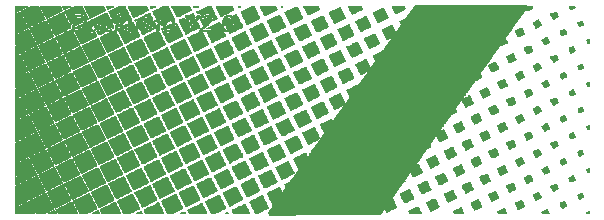
<source format=gto>
G04 Layer_Color=65535*
%FSLAX44Y44*%
%MOMM*%
G71*
G01*
G75*
%ADD37C,0.2500*%
%ADD38C,0.1270*%
%ADD39C,0.0364*%
D37*
X339670Y491970D02*
G03*
X339670Y491970I-1250J0D01*
G01*
D38*
X547972Y545882D02*
X562470D01*
X449415Y416475D02*
X450663Y409399D01*
X457738Y410647D01*
X445306Y413150D02*
X455865Y405757D01*
X449415Y416475D02*
X457738Y410647D01*
X478625Y416475D02*
X479873Y409399D01*
X486948Y410647D01*
X474516Y413150D02*
X485075Y405757D01*
X478625Y416475D02*
X486948Y410647D01*
X510375Y416475D02*
X511623Y409399D01*
X518698Y410647D01*
X506266Y413150D02*
X516824Y405757D01*
X510375Y416475D02*
X518698Y410647D01*
D39*
X425150Y395155D02*
X447709D01*
X425150Y395518D02*
X518661D01*
X425150Y395882D02*
X519388D01*
X694038Y396246D02*
X696585D01*
X656561D02*
X662383D01*
X619448D02*
X626361D01*
X581971D02*
X589976D01*
X544494D02*
X553954D01*
X424786D02*
X519752D01*
X413871D02*
X415326D01*
X395314D02*
X408777D01*
X388037D02*
X390584D01*
X376394D02*
X379305D01*
X357837D02*
X372392D01*
X350196D02*
X354199D01*
X339281D02*
X343283D01*
X320724D02*
X336006D01*
X312720D02*
X317813D01*
X302168D02*
X307262D01*
X283611D02*
X299621D01*
X275243D02*
X281428D01*
X265055D02*
X271240D01*
X246498D02*
X263235D01*
X238130D02*
X245043D01*
X227942D02*
X235219D01*
X210113D02*
X226850D01*
X694038Y396610D02*
X696585D01*
X656561D02*
X662019D01*
X619084D02*
X625997D01*
X581971D02*
X589976D01*
X544130D02*
X553954D01*
X424423D02*
X520116D01*
X413507D02*
X416054D01*
X394950D02*
X408777D01*
X388765D02*
X390584D01*
X376394D02*
X380033D01*
X357837D02*
X372392D01*
X350924D02*
X354199D01*
X339281D02*
X344011D01*
X320724D02*
X336006D01*
X313447D02*
X317813D01*
X302168D02*
X307990D01*
X283248D02*
X299621D01*
X275606D02*
X281428D01*
X264691D02*
X271604D01*
X246498D02*
X262872D01*
X238493D02*
X244679D01*
X227942D02*
X235583D01*
X210113D02*
X226486D01*
X694038Y396974D02*
X696585D01*
X656561D02*
X662019D01*
X618720D02*
X625997D01*
X581607D02*
X589976D01*
X544130D02*
X553954D01*
X424423D02*
X520480D01*
X413143D02*
X416782D01*
X394950D02*
X408777D01*
X389129D02*
X390220D01*
X376394D02*
X381124D01*
X357474D02*
X372028D01*
X351288D02*
X354199D01*
X338917D02*
X345103D01*
X320360D02*
X336006D01*
X313811D02*
X317450D01*
X301804D02*
X309081D01*
X283248D02*
X299621D01*
X276334D02*
X281428D01*
X264691D02*
X273060D01*
X246134D02*
X262872D01*
X238857D02*
X244679D01*
X227578D02*
X236674D01*
X210113D02*
X226486D01*
X694038Y397338D02*
X696585D01*
X656197D02*
X662019D01*
X618720D02*
X625997D01*
X581243D02*
X589976D01*
X543767D02*
X553591D01*
X424786D02*
X520480D01*
X413143D02*
X417146D01*
X394587D02*
X408413D01*
X389856D02*
X390220D01*
X376030D02*
X381488D01*
X357474D02*
X372028D01*
X352016D02*
X353835D01*
X338553D02*
X345466D01*
X319997D02*
X335642D01*
X314175D02*
X317450D01*
X301804D02*
X309081D01*
X283248D02*
X299257D01*
X276698D02*
X281064D01*
X264327D02*
X273060D01*
X245771D02*
X262872D01*
X239585D02*
X244315D01*
X227214D02*
X237038D01*
X210113D02*
X226122D01*
X695129Y397702D02*
X696585D01*
X656561D02*
X661655D01*
X618720D02*
X625634D01*
X580880D02*
X589612D01*
X543767D02*
X553227D01*
X524846D02*
X525574D01*
X425150D02*
X520844D01*
X413143D02*
X418237D01*
X394223D02*
X408049D01*
X375666D02*
X382216D01*
X357110D02*
X372028D01*
X352743D02*
X353471D01*
X338553D02*
X346194D01*
X319997D02*
X335279D01*
X315267D02*
X317450D01*
X301440D02*
X310536D01*
X282884D02*
X298893D01*
X278153D02*
X280700D01*
X264327D02*
X274151D01*
X245407D02*
X262508D01*
X240677D02*
X244315D01*
X227214D02*
X238130D01*
X210113D02*
X226122D01*
X695493Y398065D02*
X696585D01*
X656925D02*
X661655D01*
X618720D02*
X625634D01*
X580880D02*
X589248D01*
X543403D02*
X553227D01*
X524846D02*
X526301D01*
X425150D02*
X521208D01*
X412779D02*
X418965D01*
X394223D02*
X408049D01*
X375666D02*
X382943D01*
X357110D02*
X372028D01*
X338553D02*
X346922D01*
X319997D02*
X335279D01*
X315994D02*
X317086D01*
X301076D02*
X310900D01*
X282520D02*
X298893D01*
X278153D02*
X280700D01*
X263963D02*
X274515D01*
X245407D02*
X262508D01*
X241040D02*
X244315D01*
X227214D02*
X238493D01*
X210113D02*
X226122D01*
X658016Y398429D02*
X661291D01*
X619812D02*
X625270D01*
X581607D02*
X589248D01*
X561959D02*
X563051D01*
X543767D02*
X553227D01*
X524482D02*
X527029D01*
X425514D02*
X521208D01*
X412415D02*
X419692D01*
X393859D02*
X408049D01*
X375302D02*
X384035D01*
X356746D02*
X371664D01*
X338189D02*
X348013D01*
X319269D02*
X334915D01*
X300712D02*
X311628D01*
X282520D02*
X298529D01*
X279609D02*
X280700D01*
X263963D02*
X275606D01*
X245407D02*
X262144D01*
X242132D02*
X243951D01*
X226850D02*
X239585D01*
X210113D02*
X225759D01*
X658744Y398793D02*
X661291D01*
X620540D02*
X625270D01*
X582335D02*
X589248D01*
X561595D02*
X563051D01*
X544130D02*
X552863D01*
X524482D02*
X527757D01*
X425878D02*
X521571D01*
X412415D02*
X420420D01*
X393859D02*
X407685D01*
X375302D02*
X384399D01*
X356382D02*
X371300D01*
X337826D02*
X348377D01*
X319269D02*
X334915D01*
X300712D02*
X312356D01*
X282520D02*
X298529D01*
X279973D02*
X280337D01*
X263963D02*
X276334D01*
X245043D02*
X262144D01*
X242496D02*
X243587D01*
X226486D02*
X240313D01*
X210113D02*
X225395D01*
X659836Y399157D02*
X660927D01*
X621267D02*
X624906D01*
X599072D02*
X599436D01*
X583427D02*
X588884D01*
X561595D02*
X564142D01*
X545222D02*
X552499D01*
X524118D02*
X528121D01*
X426242D02*
X521935D01*
X412415D02*
X420784D01*
X393859D02*
X407322D01*
X374939D02*
X384763D01*
X356382D02*
X370936D01*
X337826D02*
X349105D01*
X319269D02*
X334915D01*
X300712D02*
X312720D01*
X282156D02*
X298165D01*
X263599D02*
X276698D01*
X245043D02*
X261780D01*
X226486D02*
X240677D01*
X210113D02*
X225031D01*
X660200Y399521D02*
X660927D01*
X621995D02*
X624906D01*
X598708D02*
X600528D01*
X583790D02*
X588521D01*
X561595D02*
X564870D01*
X545586D02*
X552499D01*
X524118D02*
X529212D01*
X426242D02*
X522299D01*
X412052D02*
X421876D01*
X394223D02*
X407322D01*
X374575D02*
X385854D01*
X356746D02*
X370936D01*
X337826D02*
X349833D01*
X319269D02*
X334551D01*
X300349D02*
X313811D01*
X282156D02*
X298165D01*
X263235D02*
X277790D01*
X244679D02*
X261780D01*
X226122D02*
X241404D01*
X210113D02*
X225031D01*
X623087Y399885D02*
X624542D01*
X598708D02*
X600891D01*
X584882D02*
X588157D01*
X561231D02*
X565598D01*
X546677D02*
X552135D01*
X524118D02*
X529576D01*
X426606D02*
X522299D01*
X412052D02*
X422239D01*
X395314D02*
X407322D01*
X374575D02*
X386218D01*
X357837D02*
X370936D01*
X337462D02*
X350196D01*
X319997D02*
X334187D01*
X300349D02*
X314175D01*
X282520D02*
X298165D01*
X263235D02*
X278153D01*
X245043D02*
X261416D01*
X226122D02*
X241768D01*
X210113D02*
X225031D01*
X635821Y400249D02*
X637277D01*
X623450D02*
X624178D01*
X598708D02*
X601983D01*
X585246D02*
X588157D01*
X560868D02*
X566325D01*
X547405D02*
X552135D01*
X523755D02*
X530668D01*
X426970D02*
X522663D01*
X411688D02*
X422967D01*
X395678D02*
X406958D01*
X374575D02*
X387309D01*
X358201D02*
X370572D01*
X337098D02*
X351288D01*
X320724D02*
X334187D01*
X299985D02*
X315267D01*
X283248D02*
X297802D01*
X263235D02*
X279245D01*
X245407D02*
X261416D01*
X225759D02*
X242860D01*
X210113D02*
X224667D01*
X635821Y400612D02*
X637641D01*
X623814D02*
X624178D01*
X598344D02*
X602347D01*
X585974D02*
X588157D01*
X560868D02*
X566689D01*
X547769D02*
X552135D01*
X523391D02*
X531032D01*
X426970D02*
X523027D01*
X411688D02*
X424059D01*
X396406D02*
X406958D01*
X374211D02*
X388037D01*
X358929D02*
X370208D01*
X337098D02*
X351652D01*
X321088D02*
X334187D01*
X299985D02*
X315630D01*
X283611D02*
X297438D01*
X262872D02*
X279245D01*
X246498D02*
X261416D01*
X225759D02*
X242860D01*
X210113D02*
X224667D01*
X673298Y400976D02*
X674026D01*
X635457D02*
X638732D01*
X597981D02*
X603438D01*
X586701D02*
X587793D01*
X560868D02*
X567781D01*
X548860D02*
X551771D01*
X427333D02*
X532123D01*
X411324D02*
X424786D01*
X397497D02*
X406594D01*
X373847D02*
X388401D01*
X359657D02*
X370208D01*
X337098D02*
X352016D01*
X322180D02*
X333823D01*
X299621D02*
X315630D01*
X284703D02*
X297438D01*
X262508D02*
X279245D01*
X247226D02*
X261052D01*
X243951D02*
X244315D01*
X225395D02*
X242860D01*
X210113D02*
X224303D01*
X672934Y401340D02*
X674754D01*
X635457D02*
X639460D01*
X597981D02*
X603802D01*
X587429D02*
X587793D01*
X560504D02*
X568145D01*
X549224D02*
X551407D01*
X427697D02*
X532487D01*
X411324D02*
X424786D01*
X398225D02*
X406230D01*
X373847D02*
X388401D01*
X360384D02*
X370208D01*
X336734D02*
X351652D01*
X322544D02*
X333823D01*
X299621D02*
X315630D01*
X285067D02*
X297438D01*
X262508D02*
X278881D01*
X247590D02*
X260689D01*
X243951D02*
X245043D01*
X225395D02*
X242496D01*
X210477D02*
X224303D01*
X672571Y401704D02*
X675481D01*
X635094D02*
X640188D01*
X597617D02*
X604894D01*
X560140D02*
X568872D01*
X550680D02*
X551407D01*
X428061D02*
X532851D01*
X410960D02*
X424423D01*
X398953D02*
X406230D01*
X373847D02*
X388037D01*
X361112D02*
X369845D01*
X336370D02*
X351652D01*
X323635D02*
X333459D01*
X317813D02*
X318177D01*
X299257D02*
X315267D01*
X286158D02*
X297074D01*
X280700D02*
X282156D01*
X262144D02*
X278881D01*
X248681D02*
X260325D01*
X243587D02*
X246134D01*
X225031D02*
X242132D01*
X211204D02*
X223939D01*
X672571Y402068D02*
X676209D01*
X635094D02*
X640915D01*
X597617D02*
X605258D01*
X560140D02*
X569236D01*
X428061D02*
X532851D01*
X410596D02*
X424059D01*
X399680D02*
X406230D01*
X373483D02*
X388037D01*
X361840D02*
X369845D01*
X336370D02*
X351652D01*
X324363D02*
X333459D01*
X317813D02*
X318905D01*
X299257D02*
X314903D01*
X286522D02*
X296710D01*
X280700D02*
X282884D01*
X262144D02*
X278881D01*
X249045D02*
X260325D01*
X243587D02*
X246498D01*
X225031D02*
X242132D01*
X211932D02*
X223939D01*
X672207Y402432D02*
X676573D01*
X634730D02*
X641279D01*
X597253D02*
X605258D01*
X560140D02*
X568872D01*
X428425D02*
X532851D01*
X410596D02*
X424059D01*
X400772D02*
X405866D01*
X373483D02*
X387673D01*
X362931D02*
X369481D01*
X354563D02*
X355290D01*
X336006D02*
X351288D01*
X325091D02*
X333095D01*
X317813D02*
X319269D01*
X299257D02*
X314903D01*
X287614D02*
X296346D01*
X280700D02*
X283248D01*
X261780D02*
X278517D01*
X250501D02*
X260325D01*
X243224D02*
X246862D01*
X224667D02*
X241768D01*
X213024D02*
X223575D01*
X210113D02*
X210841D01*
X672207Y402795D02*
X677301D01*
X634730D02*
X641279D01*
X597253D02*
X604894D01*
X559776D02*
X568872D01*
X428789D02*
X532851D01*
X410596D02*
X424059D01*
X401136D02*
X405866D01*
X391676D02*
X392403D01*
X373119D02*
X387673D01*
X363295D02*
X369481D01*
X354563D02*
X356382D01*
X336006D02*
X350924D01*
X325818D02*
X333095D01*
X317450D02*
X320360D01*
X298893D02*
X314903D01*
X288341D02*
X296346D01*
X280337D02*
X284339D01*
X261416D02*
X278153D01*
X250865D02*
X259961D01*
X242860D02*
X247954D01*
X224667D02*
X241768D01*
X213752D02*
X223575D01*
X210113D02*
X211932D01*
X671843Y403159D02*
X676937D01*
X634366D02*
X641279D01*
X596889D02*
X604894D01*
X559412D02*
X568872D01*
X428789D02*
X532487D01*
X410232D02*
X423695D01*
X402228D02*
X405502D01*
X391676D02*
X392767D01*
X373119D02*
X387309D01*
X364387D02*
X369117D01*
X354563D02*
X356746D01*
X336006D02*
X350924D01*
X326910D02*
X332732D01*
X317086D02*
X320724D01*
X298529D02*
X314539D01*
X289069D02*
X296346D01*
X279973D02*
X284703D01*
X261416D02*
X278153D01*
X251956D02*
X259597D01*
X242860D02*
X248681D01*
X224667D02*
X241404D01*
X214479D02*
X223212D01*
X210113D02*
X212296D01*
X671479Y403523D02*
X676937D01*
X634366D02*
X640915D01*
X596889D02*
X604894D01*
X559412D02*
X568508D01*
X428425D02*
X532123D01*
X409868D02*
X423331D01*
X402591D02*
X405502D01*
X391312D02*
X393859D01*
X372755D02*
X386946D01*
X365115D02*
X369117D01*
X354199D02*
X357837D01*
X335642D02*
X350924D01*
X327274D02*
X332368D01*
X316722D02*
X321816D01*
X298529D02*
X314175D01*
X289797D02*
X296346D01*
X279973D02*
X285431D01*
X261416D02*
X278153D01*
X252320D02*
X259597D01*
X242860D02*
X249409D01*
X224303D02*
X241404D01*
X214843D02*
X223212D01*
X210113D02*
X213388D01*
X671479Y403887D02*
X676573D01*
X634002D02*
X640552D01*
X596525D02*
X604530D01*
X559048D02*
X568145D01*
X428425D02*
X532123D01*
X409868D02*
X423331D01*
X403683D02*
X405138D01*
X391312D02*
X394223D01*
X372755D02*
X386946D01*
X366206D02*
X368753D01*
X354199D02*
X358201D01*
X335279D02*
X350560D01*
X328729D02*
X332368D01*
X316722D02*
X322544D01*
X298529D02*
X314175D01*
X290888D02*
X295982D01*
X279973D02*
X286158D01*
X261052D02*
X277790D01*
X253412D02*
X259597D01*
X242496D02*
X250137D01*
X223939D02*
X241040D01*
X216298D02*
X222848D01*
X210113D02*
X213752D01*
X671479Y404251D02*
X676573D01*
X633638D02*
X640552D01*
X596161D02*
X604166D01*
X559048D02*
X568145D01*
X428425D02*
X532123D01*
X409868D02*
X422967D01*
X404047D02*
X404775D01*
X390948D02*
X395314D01*
X372392D02*
X386946D01*
X366570D02*
X368753D01*
X353835D02*
X359293D01*
X335279D02*
X350196D01*
X329093D02*
X332368D01*
X316722D02*
X323271D01*
X298165D02*
X314175D01*
X291252D02*
X295618D01*
X279609D02*
X287250D01*
X261052D02*
X277426D01*
X253775D02*
X259233D01*
X242132D02*
X251228D01*
X223575D02*
X241040D01*
X216298D02*
X222848D01*
X210113D02*
X214843D01*
X671479Y404615D02*
X676209D01*
X633638D02*
X640188D01*
X596161D02*
X604166D01*
X558685D02*
X568145D01*
X428061D02*
X531759D01*
X409505D02*
X422967D01*
X390948D02*
X395678D01*
X372028D02*
X386582D01*
X367298D02*
X368753D01*
X353835D02*
X360020D01*
X335279D02*
X350196D01*
X329457D02*
X332004D01*
X316358D02*
X323635D01*
X297802D02*
X313811D01*
X291616D02*
X295618D01*
X279245D02*
X287614D01*
X260689D02*
X277426D01*
X254503D02*
X259233D01*
X242132D02*
X251592D01*
X223575D02*
X241040D01*
X217026D02*
X222484D01*
X210113D02*
X215207D01*
X671843Y404979D02*
X676209D01*
X633638D02*
X640188D01*
X596161D02*
X604166D01*
X558685D02*
X567781D01*
X427697D02*
X531759D01*
X409141D02*
X422967D01*
X390584D02*
X396770D01*
X372028D02*
X386218D01*
X353471D02*
X360748D01*
X334915D02*
X350196D01*
X330548D02*
X331640D01*
X316358D02*
X324727D01*
X297438D02*
X313447D01*
X292708D02*
X295618D01*
X279245D02*
X288705D01*
X260689D02*
X277062D01*
X255595D02*
X258869D01*
X242132D02*
X252684D01*
X223575D02*
X240677D01*
X218118D02*
X222484D01*
X210113D02*
X216298D01*
X672207Y405342D02*
X676209D01*
X634002D02*
X640188D01*
X596161D02*
X603802D01*
X558321D02*
X567781D01*
X539764D02*
X540492D01*
X427697D02*
X531395D01*
X409141D02*
X422603D01*
X390584D02*
X397134D01*
X372028D02*
X386218D01*
X353107D02*
X361112D01*
X334551D02*
X349833D01*
X330912D02*
X331640D01*
X315994D02*
X325091D01*
X297438D02*
X313447D01*
X293435D02*
X295255D01*
X279245D02*
X289069D01*
X260325D02*
X277062D01*
X255958D02*
X258869D01*
X241768D02*
X253048D01*
X223212D02*
X240313D01*
X218845D02*
X222484D01*
X210113D02*
X216662D01*
X673298Y405706D02*
X675845D01*
X635094D02*
X639460D01*
X596889D02*
X603438D01*
X558685D02*
X567417D01*
X539764D02*
X540856D01*
X427333D02*
X531395D01*
X409141D02*
X422239D01*
X390584D02*
X397861D01*
X371664D02*
X386218D01*
X353107D02*
X361840D01*
X334551D02*
X349833D01*
X315994D02*
X325818D01*
X297438D02*
X313083D01*
X294527D02*
X294891D01*
X278881D02*
X289797D01*
X260325D02*
X276698D01*
X257050D02*
X258505D01*
X241768D02*
X253775D01*
X223212D02*
X240313D01*
X219573D02*
X222120D01*
X210113D02*
X217390D01*
X674026Y406070D02*
X675481D01*
X635457D02*
X639460D01*
X597253D02*
X603438D01*
X576877D02*
X577241D01*
X559048D02*
X567417D01*
X539400D02*
X541947D01*
X427333D02*
X531032D01*
X408777D02*
X422239D01*
X390220D02*
X398589D01*
X371300D02*
X385854D01*
X352743D02*
X362567D01*
X334551D02*
X349469D01*
X315630D02*
X326546D01*
X297074D02*
X313083D01*
X278517D02*
X290525D01*
X259961D02*
X276698D01*
X257414D02*
X258505D01*
X241404D02*
X254503D01*
X222848D02*
X240313D01*
X220301D02*
X221756D01*
X210113D02*
X218482D01*
X674754Y406434D02*
X675481D01*
X636549D02*
X639460D01*
X598344D02*
X603438D01*
X576877D02*
X578332D01*
X560140D02*
X567053D01*
X539036D02*
X542311D01*
X427333D02*
X531032D01*
X409141D02*
X422239D01*
X389856D02*
X399317D01*
X371300D02*
X385490D01*
X352743D02*
X363295D01*
X334187D02*
X349469D01*
X315630D02*
X327638D01*
X297074D02*
X312720D01*
X278153D02*
X291252D01*
X259961D02*
X276334D01*
X241404D02*
X254867D01*
X222848D02*
X239949D01*
X221392D02*
X221756D01*
X210113D02*
X218845D01*
X637277Y406798D02*
X639460D01*
X613626D02*
X614718D01*
X599072D02*
X603075D01*
X576513D02*
X579060D01*
X560868D02*
X567053D01*
X539036D02*
X543403D01*
X426970D02*
X530668D01*
X409505D02*
X421876D01*
X389856D02*
X400408D01*
X371664D02*
X385490D01*
X352380D02*
X364387D01*
X334187D02*
X349105D01*
X315267D02*
X328365D01*
X296710D02*
X312720D01*
X278153D02*
X292344D01*
X259597D02*
X276334D01*
X241040D02*
X256322D01*
X222484D02*
X239949D01*
X210113D02*
X219937D01*
X638004Y407162D02*
X638732D01*
X613626D02*
X615082D01*
X600164D02*
X602711D01*
X576149D02*
X579424D01*
X561959D02*
X566689D01*
X539036D02*
X543767D01*
X426606D02*
X530304D01*
X410596D02*
X421512D01*
X389856D02*
X400772D01*
X372755D02*
X385490D01*
X352380D02*
X364751D01*
X335279D02*
X349105D01*
X315267D02*
X328729D01*
X297438D02*
X312356D01*
X278153D02*
X292708D01*
X259961D02*
X275970D01*
X241040D02*
X256322D01*
X222848D02*
X239585D01*
X210113D02*
X220301D01*
X650739Y407526D02*
X651467D01*
X613626D02*
X616173D01*
X600528D02*
X602711D01*
X575786D02*
X580516D01*
X562687D02*
X566325D01*
X538672D02*
X544858D01*
X426606D02*
X530304D01*
X410960D02*
X421512D01*
X389493D02*
X401864D01*
X373119D02*
X385126D01*
X352016D02*
X365842D01*
X335642D02*
X348741D01*
X314903D02*
X329821D01*
X298165D02*
X312356D01*
X277790D02*
X293799D01*
X260689D02*
X275970D01*
X240677D02*
X257414D01*
X223212D02*
X239585D01*
X210113D02*
X221028D01*
X650739Y407890D02*
X652195D01*
X613262D02*
X616537D01*
X601255D02*
X602711D01*
X575786D02*
X581243D01*
X563051D02*
X566325D01*
X538309D02*
X545586D01*
X426606D02*
X530304D01*
X411688D02*
X421512D01*
X389129D02*
X402228D01*
X373847D02*
X385126D01*
X352016D02*
X366206D01*
X336006D02*
X348377D01*
X314903D02*
X330185D01*
X298529D02*
X312356D01*
X277790D02*
X293799D01*
X261052D02*
X275606D01*
X240677D02*
X257414D01*
X223575D02*
X239585D01*
X210113D02*
X221028D01*
X650739Y408253D02*
X652923D01*
X612899D02*
X617629D01*
X575786D02*
X581971D01*
X564142D02*
X566325D01*
X538309D02*
X546314D01*
X426242D02*
X529940D01*
X412415D02*
X421148D01*
X388765D02*
X402955D01*
X374575D02*
X384763D01*
X351652D02*
X366570D01*
X337098D02*
X348377D01*
X314539D02*
X330185D01*
X299621D02*
X311992D01*
X277426D02*
X293799D01*
X262144D02*
X275606D01*
X240313D02*
X257050D01*
X224667D02*
X238857D01*
X221756D02*
X222848D01*
X210113D02*
X221028D01*
X688216Y408617D02*
X688944D01*
X650376D02*
X653650D01*
X612899D02*
X617993D01*
X575422D02*
X582335D01*
X564506D02*
X565961D01*
X538309D02*
X547041D01*
X425878D02*
X529576D01*
X413143D02*
X421148D01*
X388765D02*
X402955D01*
X375302D02*
X384399D01*
X351652D02*
X366570D01*
X337826D02*
X348377D01*
X314175D02*
X329821D01*
X299985D02*
X311628D01*
X277426D02*
X293799D01*
X262508D02*
X275606D01*
X258869D02*
X259597D01*
X240313D02*
X257050D01*
X225395D02*
X238857D01*
X221756D02*
X223575D01*
X210113D02*
X220665D01*
X687852Y408981D02*
X688944D01*
X650376D02*
X654014D01*
X612899D02*
X618356D01*
X575422D02*
X583063D01*
X537945D02*
X547405D01*
X425878D02*
X529576D01*
X414235D02*
X420784D01*
X388765D02*
X402591D01*
X376394D02*
X384399D01*
X351288D02*
X366206D01*
X338553D02*
X348013D01*
X314175D02*
X329821D01*
X301076D02*
X311628D01*
X295982D02*
X296346D01*
X277426D02*
X293435D01*
X263599D02*
X275243D01*
X258505D02*
X259961D01*
X239949D02*
X257050D01*
X226122D02*
X238493D01*
X221392D02*
X223575D01*
X210113D02*
X220301D01*
X687489Y409345D02*
X690036D01*
X650012D02*
X655106D01*
X612535D02*
X619448D01*
X575058D02*
X583790D01*
X537581D02*
X547769D01*
X425878D02*
X529576D01*
X414599D02*
X420420D01*
X388401D02*
X402591D01*
X377122D02*
X384399D01*
X351288D02*
X366206D01*
X339281D02*
X347649D01*
X332732D02*
X333459D01*
X314175D02*
X329821D01*
X301804D02*
X311628D01*
X295618D02*
X297438D01*
X277062D02*
X293071D01*
X263963D02*
X274879D01*
X258142D02*
X261052D01*
X239585D02*
X256686D01*
X226850D02*
X238493D01*
X221392D02*
X224667D01*
X210113D02*
X220301D01*
X687489Y409709D02*
X690763D01*
X649648D02*
X655470D01*
X612535D02*
X619812D01*
X575058D02*
X583427D01*
X537581D02*
X547405D01*
X425514D02*
X529212D01*
X415690D02*
X420420D01*
X388401D02*
X402228D01*
X378213D02*
X384035D01*
X351288D02*
X365842D01*
X340372D02*
X347649D01*
X332732D02*
X333823D01*
X313811D02*
X329457D01*
X302532D02*
X311264D01*
X295255D02*
X297802D01*
X276698D02*
X293071D01*
X265419D02*
X274515D01*
X258142D02*
X261416D01*
X239585D02*
X256686D01*
X227942D02*
X238130D01*
X221392D02*
X225395D01*
X210113D02*
X220301D01*
X687125Y410073D02*
X691491D01*
X649648D02*
X655470D01*
X612171D02*
X619448D01*
X574694D02*
X583427D01*
X537217D02*
X547041D01*
X425150D02*
X529576D01*
X416054D02*
X420420D01*
X388037D02*
X402228D01*
X378577D02*
X383671D01*
X369481D02*
X370572D01*
X350924D02*
X365842D01*
X341100D02*
X347649D01*
X332368D02*
X334551D01*
X313447D02*
X329093D01*
X303259D02*
X310900D01*
X294891D02*
X298529D01*
X276698D02*
X293071D01*
X265783D02*
X274515D01*
X258142D02*
X262508D01*
X239585D02*
X256322D01*
X228306D02*
X238130D01*
X221028D02*
X226122D01*
X210113D02*
X219937D01*
X687125Y410437D02*
X691491D01*
X649648D02*
X655470D01*
X612171D02*
X619448D01*
X574330D02*
X583427D01*
X537217D02*
X547041D01*
X425150D02*
X529940D01*
X417146D02*
X420056D01*
X406594D02*
X407322D01*
X388037D02*
X401864D01*
X379669D02*
X383671D01*
X369481D02*
X371300D01*
X350924D02*
X365478D01*
X341828D02*
X347286D01*
X332004D02*
X335279D01*
X313447D02*
X329093D01*
X304351D02*
X310536D01*
X294891D02*
X299257D01*
X276334D02*
X292708D01*
X266874D02*
X274515D01*
X257778D02*
X262872D01*
X239221D02*
X256322D01*
X229397D02*
X237766D01*
X220665D02*
X226850D01*
X210113D02*
X219573D01*
X686761Y410800D02*
X691491D01*
X649284D02*
X655470D01*
X611807D02*
X619448D01*
X574330D02*
X583063D01*
X536853D02*
X547041D01*
X425150D02*
X529940D01*
X417873D02*
X419692D01*
X406230D02*
X408049D01*
X387673D02*
X401864D01*
X380033D02*
X383671D01*
X369117D02*
X372028D01*
X350196D02*
X365115D01*
X342556D02*
X346922D01*
X332004D02*
X336370D01*
X313447D02*
X329093D01*
X305079D02*
X310536D01*
X294891D02*
X299985D01*
X275970D02*
X292344D01*
X267238D02*
X274151D01*
X257414D02*
X263963D01*
X238857D02*
X255958D01*
X230125D02*
X237766D01*
X220301D02*
X227578D01*
X210113D02*
X219573D01*
X686761Y411164D02*
X691127D01*
X648920D02*
X655106D01*
X611443D02*
X619084D01*
X574330D02*
X583063D01*
X536853D02*
X546677D01*
X424786D02*
X530304D01*
X418237D02*
X419692D01*
X406230D02*
X408777D01*
X387309D02*
X401500D01*
X380396D02*
X383307D01*
X368753D02*
X372755D01*
X350196D02*
X365115D01*
X342919D02*
X346922D01*
X331640D02*
X336734D01*
X313083D02*
X328729D01*
X305079D02*
X310536D01*
X294527D02*
X300712D01*
X275970D02*
X292344D01*
X267966D02*
X274151D01*
X257414D02*
X264691D01*
X238857D02*
X255958D01*
X230489D02*
X237766D01*
X220301D02*
X228306D01*
X210113D02*
X219209D01*
X686397Y411528D02*
X691127D01*
X648920D02*
X655106D01*
X611079D02*
X618720D01*
X573966D02*
X582699D01*
X536489D02*
X546314D01*
X424423D02*
X530668D01*
X418965D02*
X419692D01*
X405866D02*
X409505D01*
X387309D02*
X401136D01*
X381488D02*
X383307D01*
X368753D02*
X373483D01*
X350196D02*
X365115D01*
X343647D02*
X346922D01*
X331640D02*
X337462D01*
X312720D02*
X328365D01*
X306170D02*
X310536D01*
X294163D02*
X301440D01*
X275606D02*
X292344D01*
X269057D02*
X273787D01*
X257414D02*
X265419D01*
X238857D02*
X255595D01*
X231580D02*
X237402D01*
X220301D02*
X229397D01*
X210113D02*
X219209D01*
X686397Y411892D02*
X690763D01*
X648920D02*
X654742D01*
X611079D02*
X618720D01*
X573602D02*
X582335D01*
X536489D02*
X546314D01*
X424423D02*
X531032D01*
X405866D02*
X410232D01*
X387309D02*
X401136D01*
X382216D02*
X382943D01*
X368389D02*
X374211D01*
X349833D02*
X364751D01*
X344375D02*
X346922D01*
X331276D02*
X338553D01*
X312720D02*
X328365D01*
X306898D02*
X310173D01*
X294163D02*
X302168D01*
X275606D02*
X291980D01*
X269421D02*
X273787D01*
X257050D02*
X266146D01*
X238493D02*
X255595D01*
X231944D02*
X237402D01*
X219937D02*
X229761D01*
X210113D02*
X219209D01*
X687125Y412256D02*
X690763D01*
X648920D02*
X654378D01*
X611079D02*
X618356D01*
X573602D02*
X582335D01*
X536489D02*
X546314D01*
X424059D02*
X531032D01*
X405866D02*
X410596D01*
X386946D02*
X401136D01*
X368389D02*
X374575D01*
X349833D02*
X364387D01*
X345466D02*
X346558D01*
X331276D02*
X338553D01*
X312720D02*
X328365D01*
X307990D02*
X309809D01*
X294163D02*
X302532D01*
X275606D02*
X291616D01*
X270513D02*
X273423D01*
X257050D02*
X266510D01*
X238493D02*
X255231D01*
X233036D02*
X237038D01*
X219937D02*
X230125D01*
X210113D02*
X218845D01*
X687852Y412620D02*
X690399D01*
X649284D02*
X654378D01*
X611079D02*
X618356D01*
X573602D02*
X582335D01*
X536126D02*
X545950D01*
X424059D02*
X531395D01*
X405502D02*
X411688D01*
X386946D02*
X400772D01*
X368025D02*
X375666D01*
X349469D02*
X364387D01*
X330912D02*
X339645D01*
X312356D02*
X328001D01*
X308353D02*
X309809D01*
X293799D02*
X303623D01*
X275243D02*
X291616D01*
X270876D02*
X273423D01*
X256686D02*
X267238D01*
X238130D02*
X255231D01*
X233763D02*
X237038D01*
X219573D02*
X231216D01*
X210113D02*
X218482D01*
X688944Y412983D02*
X690399D01*
X650376D02*
X654378D01*
X612171D02*
X617993D01*
X573966D02*
X581971D01*
X554682D02*
X555046D01*
X536126D02*
X545586D01*
X424059D02*
X531759D01*
X405138D02*
X412052D01*
X386582D02*
X400408D01*
X368025D02*
X376030D01*
X349469D02*
X364387D01*
X330912D02*
X340009D01*
X312356D02*
X327638D01*
X293799D02*
X303987D01*
X274879D02*
X291252D01*
X271968D02*
X273060D01*
X256322D02*
X267966D01*
X238130D02*
X254867D01*
X234491D02*
X236674D01*
X219573D02*
X231944D01*
X210113D02*
X218482D01*
X689308Y413347D02*
X690036D01*
X650739D02*
X654014D01*
X612899D02*
X617993D01*
X574694D02*
X581607D01*
X554318D02*
X556501D01*
X536489D02*
X545586D01*
X423695D02*
X531759D01*
X404775D02*
X413143D01*
X386582D02*
X400408D01*
X368025D02*
X377122D01*
X349105D02*
X364023D01*
X330548D02*
X341100D01*
X311992D02*
X327638D01*
X293435D02*
X305079D01*
X274879D02*
X291252D01*
X272332D02*
X273060D01*
X256322D02*
X268693D01*
X237766D02*
X254867D01*
X235219D02*
X236674D01*
X219209D02*
X232672D01*
X210113D02*
X218482D01*
X651831Y413711D02*
X653650D01*
X613626D02*
X617629D01*
X591795D02*
X592523D01*
X575786D02*
X581607D01*
X554318D02*
X556501D01*
X537581D02*
X545586D01*
X424059D02*
X532123D01*
X404775D02*
X413871D01*
X386218D02*
X400408D01*
X367661D02*
X377849D01*
X349105D02*
X363659D01*
X330548D02*
X341828D01*
X311628D02*
X327638D01*
X293435D02*
X305806D01*
X274879D02*
X290888D01*
X256322D02*
X269421D01*
X237766D02*
X254503D01*
X219209D02*
X233400D01*
X210113D02*
X218118D01*
X652559Y414075D02*
X653650D01*
X614354D02*
X617629D01*
X591431D02*
X593251D01*
X576149D02*
X581607D01*
X553954D02*
X557593D01*
X538309D02*
X545222D01*
X436794D02*
X532487D01*
X424423D02*
X436430D01*
X404775D02*
X414599D01*
X386582D02*
X400044D01*
X367298D02*
X378577D01*
X349105D02*
X363659D01*
X330185D02*
X342556D01*
X311628D02*
X327274D01*
X293071D02*
X306534D01*
X274515D02*
X290888D01*
X255958D02*
X270513D01*
X237402D02*
X254503D01*
X218845D02*
X234491D01*
X210113D02*
X217754D01*
X652923Y414439D02*
X653650D01*
X628908D02*
X629272D01*
X614718D02*
X617629D01*
X591067D02*
X593978D01*
X576877D02*
X581243D01*
X553954D02*
X557957D01*
X538672D02*
X545222D01*
X436794D02*
X532851D01*
X425150D02*
X436430D01*
X404411D02*
X414962D01*
X387309D02*
X400044D01*
X367298D02*
X378941D01*
X349469D02*
X363659D01*
X330185D02*
X343283D01*
X311992D02*
X327274D01*
X293071D02*
X307262D01*
X274515D02*
X290525D01*
X255595D02*
X270876D01*
X237402D02*
X254503D01*
X218845D02*
X234855D01*
X210113D02*
X217754D01*
X628544Y414803D02*
X630364D01*
X615810D02*
X617265D01*
X591067D02*
X594706D01*
X577605D02*
X580880D01*
X553591D02*
X559048D01*
X539764D02*
X544858D01*
X437157D02*
X532851D01*
X425878D02*
X436066D01*
X404047D02*
X416054D01*
X388401D02*
X399680D01*
X367298D02*
X380396D01*
X350560D02*
X363295D01*
X329821D02*
X344375D01*
X313083D02*
X326910D01*
X292708D02*
X308353D01*
X275606D02*
X290525D01*
X255595D02*
X271968D01*
X238130D02*
X254139D01*
X218482D02*
X235583D01*
X210113D02*
X217754D01*
X665657Y415167D02*
X666385D01*
X628181D02*
X630727D01*
X616173D02*
X616901D01*
X591067D02*
X595070D01*
X578332D02*
X580880D01*
X553227D02*
X559776D01*
X540128D02*
X544858D01*
X437521D02*
X533215D01*
X426606D02*
X435702D01*
X404047D02*
X416418D01*
X388765D02*
X399680D01*
X366934D02*
X380396D01*
X351288D02*
X363295D01*
X329457D02*
X344739D01*
X313447D02*
X326546D01*
X292344D02*
X308353D01*
X276334D02*
X290525D01*
X255595D02*
X271968D01*
X238857D02*
X253775D01*
X218482D02*
X235583D01*
X210113D02*
X217390D01*
X665657Y415530D02*
X667113D01*
X627817D02*
X631819D01*
X590340D02*
X596161D01*
X579424D02*
X580880D01*
X553227D02*
X560504D01*
X541219D02*
X544494D01*
X437521D02*
X533579D01*
X427697D02*
X435702D01*
X404047D02*
X417146D01*
X389856D02*
X399317D01*
X366570D02*
X381124D01*
X352016D02*
X362931D01*
X329457D02*
X344739D01*
X314539D02*
X326546D01*
X292344D02*
X308353D01*
X277062D02*
X290161D01*
X255231D02*
X271968D01*
X239585D02*
X253775D01*
X236674D02*
X237038D01*
X218118D02*
X235219D01*
X210113D02*
X217026D01*
X665294Y415894D02*
X667840D01*
X627817D02*
X632183D01*
X590340D02*
X596525D01*
X579788D02*
X580516D01*
X553227D02*
X561231D01*
X541583D02*
X544494D01*
X437885D02*
X533579D01*
X428425D02*
X435702D01*
X403683D02*
X417146D01*
X390584D02*
X399317D01*
X366570D02*
X381124D01*
X352743D02*
X362567D01*
X329457D02*
X344739D01*
X315267D02*
X326546D01*
X292344D02*
X308353D01*
X277426D02*
X289797D01*
X273423D02*
X273787D01*
X254867D02*
X271604D01*
X240313D02*
X253775D01*
X236310D02*
X237766D01*
X217754D02*
X235219D01*
X210113D02*
X217026D01*
X665294Y416258D02*
X667840D01*
X627817D02*
X632911D01*
X590340D02*
X597253D01*
X552863D02*
X561595D01*
X542675D02*
X544130D01*
X438249D02*
X533942D01*
X429153D02*
X435338D01*
X403683D02*
X417146D01*
X391312D02*
X398953D01*
X366206D02*
X380760D01*
X353835D02*
X362567D01*
X329093D02*
X344375D01*
X315994D02*
X326182D01*
X291980D02*
X307990D01*
X278881D02*
X289797D01*
X273423D02*
X274515D01*
X254867D02*
X271240D01*
X241404D02*
X253412D01*
X236310D02*
X238493D01*
X217754D02*
X235219D01*
X210113D02*
X216662D01*
X664930Y416622D02*
X668932D01*
X627453D02*
X633638D01*
X590340D02*
X598344D01*
X552499D02*
X562323D01*
X543403D02*
X543767D01*
X438613D02*
X534306D01*
X429880D02*
X434974D01*
X403319D02*
X417146D01*
X392040D02*
X398589D01*
X366206D02*
X380760D01*
X354563D02*
X362567D01*
X329093D02*
X344375D01*
X316722D02*
X325818D01*
X310173D02*
X311628D01*
X291616D02*
X307990D01*
X279245D02*
X289797D01*
X273060D02*
X275606D01*
X254867D02*
X271240D01*
X241768D02*
X253048D01*
X236310D02*
X239221D01*
X217754D02*
X234855D01*
X210113D02*
X216662D01*
X664930Y416986D02*
X669660D01*
X627453D02*
X634002D01*
X589976D02*
X597981D01*
X552499D02*
X561959D01*
X438613D02*
X534670D01*
X430972D02*
X434974D01*
X403319D02*
X416782D01*
X393131D02*
X398589D01*
X365842D02*
X380396D01*
X355290D02*
X362204D01*
X347286D02*
X348377D01*
X328729D02*
X344011D01*
X317813D02*
X325818D01*
X310173D02*
X311992D01*
X291616D02*
X307626D01*
X280337D02*
X289433D01*
X273060D02*
X275970D01*
X254503D02*
X271240D01*
X242860D02*
X252684D01*
X235947D02*
X239949D01*
X217390D02*
X234491D01*
X210113D02*
X216298D01*
X664930Y417350D02*
X670024D01*
X627089D02*
X634002D01*
X589612D02*
X597981D01*
X552135D02*
X561595D01*
X438977D02*
X534670D01*
X431336D02*
X434974D01*
X402955D02*
X416418D01*
X393495D02*
X398589D01*
X384399D02*
X385126D01*
X365842D02*
X380396D01*
X355654D02*
X361840D01*
X346922D02*
X349105D01*
X328729D02*
X344011D01*
X318541D02*
X325818D01*
X310173D02*
X313083D01*
X291616D02*
X307262D01*
X280700D02*
X289069D01*
X272696D02*
X277062D01*
X254139D02*
X271240D01*
X243224D02*
X252684D01*
X235583D02*
X241040D01*
X217026D02*
X234491D01*
X210113D02*
X216298D01*
X664566Y417714D02*
X670024D01*
X627089D02*
X634002D01*
X589248D02*
X597617D01*
X552135D02*
X561595D01*
X439341D02*
X535034D01*
X431700D02*
X434610D01*
X402955D02*
X416418D01*
X393859D02*
X398225D01*
X384035D02*
X385490D01*
X365478D02*
X380396D01*
X356382D02*
X361840D01*
X346922D02*
X349833D01*
X328729D02*
X343647D01*
X318905D02*
X325454D01*
X309809D02*
X313447D01*
X291252D02*
X307262D01*
X281428D02*
X289069D01*
X272696D02*
X277426D01*
X254139D02*
X270876D01*
X243951D02*
X252684D01*
X235583D02*
X241040D01*
X217026D02*
X234491D01*
X210113D02*
X215935D01*
X664202Y418077D02*
X669660D01*
X626725D02*
X633638D01*
X589248D02*
X597617D01*
X551771D02*
X561231D01*
X439341D02*
X535398D01*
X432791D02*
X434247D01*
X421148D02*
X422239D01*
X402591D02*
X416418D01*
X395314D02*
X397861D01*
X384035D02*
X386582D01*
X365478D02*
X379669D01*
X357474D02*
X361840D01*
X346922D02*
X350560D01*
X328001D02*
X343283D01*
X319997D02*
X325454D01*
X309445D02*
X314539D01*
X290888D02*
X307262D01*
X282520D02*
X289069D01*
X272332D02*
X278517D01*
X253775D02*
X270513D01*
X245043D02*
X252320D01*
X235583D02*
X242132D01*
X216662D02*
X234127D01*
X210113D02*
X215935D01*
X663838Y418441D02*
X669660D01*
X626361D02*
X633638D01*
X589248D02*
X597617D01*
X551771D02*
X561231D01*
X439704D02*
X535398D01*
X433519D02*
X434247D01*
X421148D02*
X422967D01*
X402228D02*
X416418D01*
X395678D02*
X397861D01*
X384035D02*
X386946D01*
X365478D02*
X379669D01*
X357837D02*
X361476D01*
X346558D02*
X350924D01*
X328001D02*
X343283D01*
X320360D02*
X325091D01*
X309445D02*
X314903D01*
X290888D02*
X306898D01*
X282884D02*
X288705D01*
X272332D02*
X278881D01*
X253775D02*
X270513D01*
X245407D02*
X252320D01*
X235219D02*
X242860D01*
X216662D02*
X234127D01*
X210113D02*
X215935D01*
X663838Y418805D02*
X669660D01*
X626361D02*
X633274D01*
X588884D02*
X597253D01*
X551407D02*
X560868D01*
X439341D02*
X535762D01*
X420784D02*
X424059D01*
X402228D02*
X415690D01*
X396406D02*
X397861D01*
X383671D02*
X388037D01*
X364751D02*
X379305D01*
X358929D02*
X361112D01*
X346194D02*
X352016D01*
X327638D02*
X343283D01*
X321452D02*
X325091D01*
X309445D02*
X315994D01*
X290525D02*
X306534D01*
X283975D02*
X288341D01*
X271968D02*
X279973D01*
X253412D02*
X270513D01*
X246498D02*
X251956D01*
X234855D02*
X243587D01*
X216298D02*
X233763D01*
X210113D02*
X215571D01*
X663838Y419169D02*
X669296D01*
X626361D02*
X633274D01*
X588884D02*
X596889D01*
X551407D02*
X560868D01*
X439341D02*
X536126D01*
X420784D02*
X424423D01*
X402228D02*
X415690D01*
X383307D02*
X388765D01*
X364751D02*
X379305D01*
X359657D02*
X361112D01*
X346194D02*
X352743D01*
X327638D02*
X342919D01*
X321816D02*
X325091D01*
X309081D02*
X316722D01*
X290525D02*
X306534D01*
X284339D02*
X288341D01*
X271968D02*
X280700D01*
X253412D02*
X270149D01*
X246862D02*
X251956D01*
X234855D02*
X244315D01*
X216298D02*
X233400D01*
X210113D02*
X215207D01*
X663838Y419533D02*
X668932D01*
X626361D02*
X632911D01*
X588521D02*
X596525D01*
X551407D02*
X560504D01*
X439341D02*
X536126D01*
X420784D02*
X425150D01*
X401864D02*
X415690D01*
X383307D02*
X389129D01*
X364751D02*
X379305D01*
X360384D02*
X361112D01*
X346194D02*
X353107D01*
X327638D02*
X342556D01*
X322907D02*
X324363D01*
X309081D02*
X317086D01*
X290525D02*
X306534D01*
X285431D02*
X287978D01*
X271604D02*
X281064D01*
X253048D02*
X269785D01*
X247954D02*
X251592D01*
X234491D02*
X244679D01*
X216298D02*
X233400D01*
X210477D02*
X215207D01*
X664566Y419897D02*
X668932D01*
X626361D02*
X632911D01*
X588521D02*
X596525D01*
X550680D02*
X560504D01*
X438977D02*
X536489D01*
X420420D02*
X425878D01*
X401500D02*
X415326D01*
X382943D02*
X390220D01*
X364751D02*
X378941D01*
X345830D02*
X354199D01*
X327274D02*
X342556D01*
X323635D02*
X324363D01*
X308717D02*
X318177D01*
X290161D02*
X306170D01*
X285794D02*
X287978D01*
X271604D02*
X281792D01*
X253048D02*
X269785D01*
X248681D02*
X251592D01*
X234491D02*
X245771D01*
X215935D02*
X233400D01*
X211204D02*
X215207D01*
X665657Y420261D02*
X668568D01*
X627453D02*
X632547D01*
X589248D02*
X596525D01*
X551407D02*
X560140D01*
X438977D02*
X536853D01*
X420056D02*
X426606D01*
X401500D02*
X415326D01*
X382943D02*
X390584D01*
X364387D02*
X378577D01*
X345830D02*
X354563D01*
X326910D02*
X342556D01*
X308353D02*
X318541D01*
X290161D02*
X305806D01*
X286886D02*
X287614D01*
X271604D02*
X282520D01*
X253048D02*
X269785D01*
X249773D02*
X251228D01*
X234491D02*
X246134D01*
X215571D02*
X233036D01*
X211932D02*
X214843D01*
X666385Y420624D02*
X668568D01*
X627817D02*
X632547D01*
X589976D02*
X596161D01*
X569236D02*
X570692D01*
X551771D02*
X560140D01*
X438613D02*
X537217D01*
X420056D02*
X427333D01*
X401500D02*
X414962D01*
X382579D02*
X391676D01*
X364023D02*
X378577D01*
X345466D02*
X355654D01*
X326910D02*
X342192D01*
X308353D02*
X319633D01*
X289797D02*
X305806D01*
X271240D02*
X283611D01*
X252684D02*
X269421D01*
X250137D02*
X251228D01*
X234127D02*
X247226D01*
X215207D02*
X232672D01*
X212660D02*
X214479D01*
X210113D02*
X211204D01*
X666749Y420988D02*
X668204D01*
X628544D02*
X632183D01*
X590340D02*
X596161D01*
X569236D02*
X570692D01*
X552135D02*
X559776D01*
X438613D02*
X537217D01*
X420056D02*
X428061D01*
X401500D02*
X414962D01*
X382579D02*
X392040D01*
X363659D02*
X378577D01*
X345466D02*
X356018D01*
X326910D02*
X342192D01*
X308353D02*
X319997D01*
X289797D02*
X305806D01*
X270876D02*
X283975D01*
X252320D02*
X269421D01*
X250501D02*
X251228D01*
X233763D02*
X247954D01*
X215207D02*
X232672D01*
X213024D02*
X214479D01*
X210113D02*
X211568D01*
X629636Y421352D02*
X631819D01*
X606349D02*
X607441D01*
X591431D02*
X595798D01*
X568872D02*
X572147D01*
X553227D02*
X559776D01*
X439341D02*
X537581D01*
X419692D02*
X428789D01*
X401864D02*
X414599D01*
X382216D02*
X392767D01*
X364023D02*
X378213D01*
X345103D02*
X357110D01*
X326546D02*
X341828D01*
X307990D02*
X321088D01*
X289433D02*
X305443D01*
X270876D02*
X284703D01*
X252320D02*
X269057D01*
X233763D02*
X248681D01*
X215207D02*
X232672D01*
X210113D02*
X212660D01*
X630000Y421716D02*
X631819D01*
X605985D02*
X608168D01*
X591795D02*
X595798D01*
X568872D02*
X572511D01*
X553954D02*
X559776D01*
X440068D02*
X537945D01*
X419329D02*
X429516D01*
X402228D02*
X414599D01*
X382216D02*
X393495D01*
X364751D02*
X378213D01*
X345103D02*
X357837D01*
X326910D02*
X341828D01*
X307626D02*
X321452D01*
X289433D02*
X305443D01*
X270876D02*
X285431D01*
X252320D02*
X268693D01*
X233400D02*
X249409D01*
X215207D02*
X232308D01*
X210113D02*
X213024D01*
X643462Y422080D02*
X644554D01*
X631091D02*
X631819D01*
X605985D02*
X608896D01*
X592887D02*
X595434D01*
X568508D02*
X573239D01*
X555046D02*
X559412D01*
X441160D02*
X537945D01*
X418965D02*
X430608D01*
X403319D02*
X414235D01*
X381852D02*
X394587D01*
X365842D02*
X377849D01*
X344739D02*
X358565D01*
X328365D02*
X341464D01*
X307626D02*
X322544D01*
X290525D02*
X305079D01*
X270513D02*
X286522D01*
X253048D02*
X268693D01*
X233400D02*
X250501D01*
X215571D02*
X231944D01*
X210113D02*
X213752D01*
X643099Y422444D02*
X644918D01*
X605985D02*
X609624D01*
X593614D02*
X595434D01*
X568508D02*
X573966D01*
X555410D02*
X559048D01*
X441888D02*
X538309D01*
X418965D02*
X430972D01*
X404047D02*
X413871D01*
X381852D02*
X394950D01*
X366206D02*
X377849D01*
X344375D02*
X359293D01*
X328729D02*
X341464D01*
X307626D02*
X323271D01*
X290888D02*
X304715D01*
X270149D02*
X286522D01*
X253775D02*
X268330D01*
X233036D02*
X250501D01*
X216298D02*
X231944D01*
X210113D02*
X213752D01*
X643099Y422808D02*
X645282D01*
X605622D02*
X609988D01*
X594342D02*
X595070D01*
X568508D02*
X574330D01*
X556501D02*
X559048D01*
X442615D02*
X538672D01*
X418965D02*
X431336D01*
X404775D02*
X413871D01*
X381488D02*
X395314D01*
X367298D02*
X377486D01*
X344375D02*
X359293D01*
X329821D02*
X341100D01*
X307262D02*
X322907D01*
X292344D02*
X304715D01*
X270149D02*
X286522D01*
X254867D02*
X268330D01*
X233036D02*
X250137D01*
X217026D02*
X231944D01*
X214479D02*
X215207D01*
X210113D02*
X213388D01*
X680575Y423171D02*
X681667D01*
X643099D02*
X646373D01*
X605258D02*
X611079D01*
X568145D02*
X575422D01*
X556865D02*
X559048D01*
X442979D02*
X539764D01*
X418601D02*
X432063D01*
X405502D02*
X413871D01*
X381488D02*
X395314D01*
X368025D02*
X377486D01*
X344011D02*
X359293D01*
X330185D02*
X340736D01*
X306898D02*
X322907D01*
X292708D02*
X304715D01*
X269785D02*
X286522D01*
X255231D02*
X267966D01*
X251228D02*
X252320D01*
X233036D02*
X249773D01*
X217754D02*
X231580D01*
X214115D02*
X215935D01*
X210113D02*
X213388D01*
X680211Y423535D02*
X682031D01*
X642735D02*
X647101D01*
X605258D02*
X611443D01*
X567781D02*
X575786D01*
X558321D02*
X558685D01*
X443343D02*
X540128D01*
X418601D02*
X431700D01*
X406594D02*
X413507D01*
X381488D02*
X395314D01*
X368753D02*
X377122D01*
X344011D02*
X358929D01*
X331276D02*
X340736D01*
X306898D02*
X322544D01*
X293435D02*
X304351D01*
X288341D02*
X289069D01*
X269785D02*
X286158D01*
X256322D02*
X267966D01*
X251228D02*
X252684D01*
X232672D02*
X249409D01*
X218845D02*
X231216D01*
X214115D02*
X216662D01*
X210113D02*
X213024D01*
X679848Y423899D02*
X683122D01*
X642371D02*
X647829D01*
X604894D02*
X612535D01*
X567417D02*
X576513D01*
X443707D02*
X540492D01*
X418237D02*
X431336D01*
X406958D02*
X413507D01*
X381124D02*
X395314D01*
X369481D02*
X377122D01*
X343647D02*
X358929D01*
X332004D02*
X340736D01*
X325091D02*
X326182D01*
X306898D02*
X322544D01*
X294163D02*
X303987D01*
X287978D02*
X289797D01*
X269421D02*
X285794D01*
X256686D02*
X267966D01*
X250865D02*
X253775D01*
X232308D02*
X249409D01*
X219573D02*
X231216D01*
X213752D02*
X217754D01*
X210113D02*
X213024D01*
X679848Y424263D02*
X683850D01*
X642371D02*
X648556D01*
X604894D02*
X612535D01*
X567417D02*
X576513D01*
X443707D02*
X540128D01*
X418237D02*
X431336D01*
X408049D02*
X413143D01*
X380760D02*
X394950D01*
X370572D02*
X376758D01*
X343647D02*
X358565D01*
X332732D02*
X340372D01*
X325091D02*
X326546D01*
X306534D02*
X322180D01*
X295255D02*
X303987D01*
X287978D02*
X290525D01*
X269421D02*
X285431D01*
X257778D02*
X267602D01*
X250865D02*
X254139D01*
X231944D02*
X249409D01*
X220301D02*
X231216D01*
X213752D02*
X218118D01*
X210113D02*
X212660D01*
X679848Y424627D02*
X684214D01*
X642371D02*
X648556D01*
X604530D02*
X612535D01*
X567417D02*
X576149D01*
X444071D02*
X539764D01*
X417873D02*
X431336D01*
X408413D02*
X413143D01*
X380396D02*
X394587D01*
X370936D02*
X376758D01*
X362204D02*
X363659D01*
X343283D02*
X358565D01*
X333459D02*
X340009D01*
X324727D02*
X327638D01*
X306170D02*
X321816D01*
X295982D02*
X303987D01*
X287614D02*
X291252D01*
X269057D02*
X285431D01*
X258142D02*
X267238D01*
X250501D02*
X255231D01*
X231944D02*
X249045D01*
X221028D02*
X230853D01*
X213388D02*
X219209D01*
X210113D02*
X212660D01*
X679484Y424991D02*
X684214D01*
X642007D02*
X648556D01*
X604530D02*
X612171D01*
X567053D02*
X576149D01*
X444435D02*
X540128D01*
X417509D02*
X430972D01*
X409141D02*
X412779D01*
X398953D02*
X400044D01*
X380396D02*
X394587D01*
X371300D02*
X376394D01*
X361840D02*
X364023D01*
X343283D02*
X358565D01*
X333823D02*
X340009D01*
X324727D02*
X328001D01*
X306170D02*
X321816D01*
X296346D02*
X303623D01*
X287614D02*
X291980D01*
X269057D02*
X285431D01*
X258869D02*
X267238D01*
X250501D02*
X255595D01*
X231944D02*
X249045D01*
X221392D02*
X230853D01*
X213388D02*
X219573D01*
X210113D02*
X212660D01*
X679120Y425354D02*
X684214D01*
X641643D02*
X648192D01*
X604166D02*
X611807D01*
X566689D02*
X575786D01*
X444798D02*
X540492D01*
X436066D02*
X436794D01*
X417509D02*
X430608D01*
X410232D02*
X412779D01*
X398953D02*
X401136D01*
X380396D02*
X394587D01*
X372392D02*
X376030D01*
X361476D02*
X365115D01*
X342919D02*
X358201D01*
X334915D02*
X340009D01*
X324363D02*
X329093D01*
X305806D02*
X321452D01*
X297438D02*
X303259D01*
X287250D02*
X293071D01*
X268693D02*
X285431D01*
X259961D02*
X267238D01*
X250137D02*
X257050D01*
X231580D02*
X248681D01*
X222484D02*
X230489D01*
X213024D02*
X220665D01*
X210113D02*
X212296D01*
X679120Y425718D02*
X683850D01*
X641643D02*
X647829D01*
X604166D02*
X611807D01*
X566689D02*
X575786D01*
X444798D02*
X540856D01*
X436066D02*
X437521D01*
X417509D02*
X430608D01*
X410596D02*
X412415D01*
X398953D02*
X401500D01*
X380033D02*
X394223D01*
X373119D02*
X376030D01*
X361476D02*
X365478D01*
X342919D02*
X357837D01*
X335279D02*
X339645D01*
X324363D02*
X329457D01*
X305806D02*
X321452D01*
X297802D02*
X303259D01*
X287250D02*
X293435D01*
X268693D02*
X285067D01*
X260325D02*
X266874D01*
X249773D02*
X257050D01*
X231580D02*
X248681D01*
X222848D02*
X230125D01*
X212660D02*
X221028D01*
X210113D02*
X211932D01*
X679120Y426082D02*
X683850D01*
X641279D02*
X647829D01*
X603802D02*
X611807D01*
X566689D02*
X575422D01*
X445162D02*
X540856D01*
X436066D02*
X437885D01*
X417146D02*
X430608D01*
X411688D02*
X412052D01*
X398589D02*
X402228D01*
X380033D02*
X393859D01*
X373847D02*
X376030D01*
X361112D02*
X366206D01*
X342919D02*
X357837D01*
X336370D02*
X339645D01*
X324363D02*
X329821D01*
X305806D02*
X321452D01*
X298893D02*
X303259D01*
X286886D02*
X293799D01*
X268330D02*
X284703D01*
X261416D02*
X266510D01*
X249773D02*
X257778D01*
X231216D02*
X248318D01*
X223939D02*
X230125D01*
X212660D02*
X221756D01*
X210113D02*
X211932D01*
X678756Y426446D02*
X683486D01*
X641279D02*
X647829D01*
X603802D02*
X611443D01*
X566325D02*
X575422D01*
X445526D02*
X541219D01*
X435702D02*
X438977D01*
X416782D02*
X430244D01*
X398225D02*
X402955D01*
X379669D02*
X393859D01*
X374575D02*
X375666D01*
X361112D02*
X366934D01*
X342556D02*
X357837D01*
X337098D02*
X339281D01*
X323999D02*
X330912D01*
X305079D02*
X321088D01*
X299257D02*
X302896D01*
X286522D02*
X294891D01*
X268330D02*
X284703D01*
X261780D02*
X266510D01*
X249773D02*
X258869D01*
X231216D02*
X248318D01*
X224667D02*
X230125D01*
X212660D02*
X222484D01*
X210113D02*
X211932D01*
X679120Y426810D02*
X683486D01*
X641279D02*
X647101D01*
X603438D02*
X611079D01*
X566325D02*
X575058D01*
X445526D02*
X541583D01*
X435338D02*
X439341D01*
X416782D02*
X429880D01*
X398225D02*
X403319D01*
X379669D02*
X393859D01*
X361112D02*
X367661D01*
X342192D02*
X357474D01*
X337826D02*
X339281D01*
X323635D02*
X331640D01*
X305079D02*
X320724D01*
X300349D02*
X302532D01*
X286522D02*
X295618D01*
X268330D02*
X284339D01*
X262872D02*
X266146D01*
X249409D02*
X259233D01*
X230853D02*
X247954D01*
X225395D02*
X229761D01*
X212660D02*
X223212D01*
X210113D02*
X211568D01*
X679848Y427174D02*
X683122D01*
X641643D02*
X647101D01*
X603438D02*
X611079D01*
X565961D02*
X574694D01*
X445890D02*
X541583D01*
X434974D02*
X440432D01*
X416782D02*
X429880D01*
X398225D02*
X404775D01*
X379305D02*
X393859D01*
X360748D02*
X368753D01*
X341828D02*
X357110D01*
X338553D02*
X338917D01*
X323635D02*
X332368D01*
X305079D02*
X320724D01*
X300712D02*
X302532D01*
X286522D02*
X296346D01*
X267966D02*
X284339D01*
X263599D02*
X266146D01*
X249409D02*
X260325D01*
X230489D02*
X247954D01*
X226122D02*
X229397D01*
X211932D02*
X224303D01*
X210113D02*
X211204D01*
X680939Y427538D02*
X683122D01*
X642735D02*
X647101D01*
X604530D02*
X611079D01*
X566325D02*
X574694D01*
X547041D02*
X548133D01*
X446254D02*
X541947D01*
X434974D02*
X440796D01*
X416418D02*
X429880D01*
X397861D02*
X404775D01*
X379305D02*
X393495D01*
X360384D02*
X369117D01*
X341828D02*
X356746D01*
X323635D02*
X333095D01*
X304715D02*
X320724D01*
X301804D02*
X302168D01*
X286158D02*
X297074D01*
X267602D02*
X283975D01*
X264327D02*
X265783D01*
X249045D02*
X260689D01*
X230489D02*
X247590D01*
X227214D02*
X229397D01*
X211932D02*
X224667D01*
X210113D02*
X210841D01*
X681667Y427901D02*
X683122D01*
X643099D02*
X647101D01*
X605258D02*
X610715D01*
X584154D02*
X584882D01*
X566689D02*
X574694D01*
X546677D02*
X549224D01*
X446618D02*
X542311D01*
X434974D02*
X441888D01*
X416054D02*
X429516D01*
X397497D02*
X405866D01*
X378941D02*
X393131D01*
X360384D02*
X369845D01*
X341828D02*
X356746D01*
X323271D02*
X334187D01*
X304715D02*
X320360D01*
X285794D02*
X297802D01*
X267238D02*
X283975D01*
X265055D02*
X265783D01*
X249045D02*
X261780D01*
X230489D02*
X247590D01*
X227578D02*
X229397D01*
X211932D02*
X225395D01*
X210113D02*
X210841D01*
X682031Y428265D02*
X682758D01*
X643826D02*
X646737D01*
X605258D02*
X610715D01*
X584154D02*
X585246D01*
X567417D02*
X574330D01*
X546677D02*
X549588D01*
X446618D02*
X542311D01*
X434610D02*
X442251D01*
X416054D02*
X429516D01*
X397497D02*
X406230D01*
X378941D02*
X392767D01*
X360384D02*
X370208D01*
X341464D02*
X356746D01*
X322907D02*
X334551D01*
X304351D02*
X320360D01*
X285794D02*
X298165D01*
X267238D02*
X283975D01*
X248681D02*
X262144D01*
X230125D02*
X247226D01*
X228306D02*
X229033D01*
X211568D02*
X226122D01*
X210113D02*
X210841D01*
X644554Y428629D02*
X646373D01*
X621267D02*
X621631D01*
X606713D02*
X610352D01*
X583790D02*
X585974D01*
X568508D02*
X573966D01*
X546677D02*
X550680D01*
X446982D02*
X542675D01*
X434247D02*
X443343D01*
X417146D02*
X429153D01*
X397134D02*
X407322D01*
X379305D02*
X392767D01*
X360020D02*
X371300D01*
X341828D02*
X356382D01*
X322544D02*
X335642D01*
X304351D02*
X319997D01*
X285794D02*
X299257D01*
X267238D02*
X283611D01*
X248318D02*
X263235D01*
X229761D02*
X246862D01*
X211204D02*
X227214D01*
X210113D02*
X210477D01*
X645282Y428993D02*
X646373D01*
X621267D02*
X621995D01*
X607077D02*
X609988D01*
X583790D02*
X586701D01*
X569236D02*
X573966D01*
X546314D02*
X551044D01*
X447345D02*
X543039D01*
X434247D02*
X443707D01*
X417509D02*
X428789D01*
X397134D02*
X408049D01*
X379669D02*
X392767D01*
X359657D02*
X372028D01*
X342192D02*
X356382D01*
X322544D02*
X336006D01*
X304351D02*
X319997D01*
X285431D02*
X299985D01*
X267238D02*
X283248D01*
X248318D02*
X263599D01*
X229761D02*
X246862D01*
X211204D02*
X227578D01*
X210113D02*
X210477D01*
X621267Y429357D02*
X622723D01*
X608168D02*
X609988D01*
X583427D02*
X587065D01*
X569964D02*
X573966D01*
X546314D02*
X551407D01*
X447345D02*
X543403D01*
X434247D02*
X444435D01*
X418601D02*
X428789D01*
X396770D02*
X408413D01*
X380760D02*
X392403D01*
X359657D02*
X372392D01*
X343283D02*
X356018D01*
X322544D02*
X336370D01*
X305806D02*
X319633D01*
X285431D02*
X300712D01*
X268330D02*
X283248D01*
X248318D02*
X264327D01*
X230853D02*
X246862D01*
X211204D02*
X227942D01*
X658380Y429721D02*
X658744D01*
X620540D02*
X623814D01*
X608532D02*
X609988D01*
X583427D02*
X588157D01*
X570692D02*
X573602D01*
X545950D02*
X552499D01*
X447709D02*
X543403D01*
X433883D02*
X445162D01*
X418965D02*
X428789D01*
X396406D02*
X409505D01*
X381488D02*
X392403D01*
X359657D02*
X373483D01*
X343647D02*
X356018D01*
X322180D02*
X337462D01*
X305806D02*
X319633D01*
X285067D02*
X301076D01*
X268693D02*
X282884D01*
X247954D02*
X264691D01*
X231216D02*
X246498D01*
X210841D02*
X228306D01*
X658016Y430084D02*
X659472D01*
X620540D02*
X624178D01*
X583427D02*
X588884D01*
X571783D02*
X573239D01*
X545586D02*
X553227D01*
X448073D02*
X543767D01*
X433883D02*
X445890D01*
X420056D02*
X428425D01*
X396406D02*
X409868D01*
X382216D02*
X392040D01*
X359293D02*
X373847D01*
X344739D02*
X355654D01*
X322180D02*
X337462D01*
X307262D02*
X319269D01*
X285067D02*
X301076D01*
X269785D02*
X282884D01*
X247954D02*
X264691D01*
X231944D02*
X246134D01*
X210841D02*
X227942D01*
X658016Y430448D02*
X660563D01*
X620540D02*
X625270D01*
X583063D02*
X589612D01*
X572147D02*
X573239D01*
X545586D02*
X553954D01*
X448437D02*
X544130D01*
X433519D02*
X446254D01*
X420784D02*
X428061D01*
X396406D02*
X410232D01*
X382943D02*
X392040D01*
X358929D02*
X373483D01*
X345466D02*
X355654D01*
X321816D02*
X337462D01*
X307626D02*
X319269D01*
X284703D02*
X300712D01*
X270149D02*
X282884D01*
X266146D02*
X266874D01*
X247590D02*
X264691D01*
X233036D02*
X246134D01*
X229033D02*
X230489D01*
X210477D02*
X227942D01*
X695493Y430812D02*
X696221D01*
X658016D02*
X661291D01*
X620540D02*
X625634D01*
X582699D02*
X589976D01*
X545586D02*
X554682D01*
X448437D02*
X544130D01*
X433519D02*
X446254D01*
X421512D02*
X428061D01*
X396042D02*
X409868D01*
X384035D02*
X391676D01*
X358929D02*
X373483D01*
X346194D02*
X355290D01*
X321816D02*
X337098D01*
X308717D02*
X318905D01*
X284703D02*
X300712D01*
X271240D02*
X282520D01*
X266146D02*
X267238D01*
X247590D02*
X264327D01*
X233763D02*
X246134D01*
X228669D02*
X231216D01*
X210477D02*
X227578D01*
X695129Y431176D02*
X696585D01*
X657289D02*
X662019D01*
X620176D02*
X626725D01*
X582699D02*
X590704D01*
X545222D02*
X554682D01*
X448801D02*
X544494D01*
X433155D02*
X446254D01*
X422239D02*
X428061D01*
X395678D02*
X409505D01*
X384399D02*
X391676D01*
X358929D02*
X373483D01*
X346922D02*
X355290D01*
X321452D02*
X336734D01*
X309445D02*
X318905D01*
X302896D02*
X304351D01*
X284339D02*
X300712D01*
X271604D02*
X282156D01*
X265783D02*
X268330D01*
X247226D02*
X263963D01*
X234491D02*
X245771D01*
X228669D02*
X231944D01*
X210113D02*
X227578D01*
X695129Y431540D02*
X696585D01*
X657289D02*
X662747D01*
X619812D02*
X626725D01*
X582699D02*
X590704D01*
X449165D02*
X554682D01*
X433155D02*
X445890D01*
X422603D02*
X427697D01*
X395678D02*
X409505D01*
X384763D02*
X391312D01*
X358565D02*
X373119D01*
X347286D02*
X355290D01*
X340009D02*
X340736D01*
X321452D02*
X336734D01*
X309809D02*
X318541D01*
X302896D02*
X304715D01*
X283975D02*
X300349D01*
X272332D02*
X282156D01*
X265783D02*
X268693D01*
X247226D02*
X263963D01*
X234491D02*
X245771D01*
X228669D02*
X232672D01*
X210113D02*
X227578D01*
X694766Y431904D02*
X696585D01*
X657289D02*
X662747D01*
X619448D02*
X626725D01*
X582335D02*
X590704D01*
X449165D02*
X554682D01*
X432791D02*
X445890D01*
X423695D02*
X427333D01*
X395678D02*
X409505D01*
X385854D02*
X391312D01*
X376758D02*
X377849D01*
X358201D02*
X373119D01*
X348377D02*
X354927D01*
X339645D02*
X341828D01*
X321088D02*
X336734D01*
X310900D02*
X318177D01*
X302532D02*
X305806D01*
X283975D02*
X299985D01*
X273060D02*
X282156D01*
X265419D02*
X269785D01*
X246862D02*
X263599D01*
X235947D02*
X245407D01*
X228306D02*
X233400D01*
X210113D02*
X227214D01*
X694402Y432268D02*
X696585D01*
X656925D02*
X662747D01*
X619448D02*
X626725D01*
X581971D02*
X590704D01*
X449529D02*
X554318D01*
X432427D02*
X445526D01*
X424059D02*
X427333D01*
X395314D02*
X409141D01*
X386582D02*
X391312D01*
X376758D02*
X378577D01*
X358201D02*
X372755D01*
X348741D02*
X354563D01*
X339281D02*
X342556D01*
X321088D02*
X336370D01*
X311264D02*
X318177D01*
X302532D02*
X306534D01*
X283975D02*
X299985D01*
X273787D02*
X281792D01*
X265419D02*
X270149D01*
X246498D02*
X263599D01*
X236310D02*
X245407D01*
X227942D02*
X234127D01*
X210113D02*
X226850D01*
X694402Y432631D02*
X696585D01*
X656925D02*
X662383D01*
X619448D02*
X626361D01*
X581971D02*
X590340D01*
X449892D02*
X553954D01*
X432427D02*
X445162D01*
X425150D02*
X427333D01*
X413871D02*
X414599D01*
X395314D02*
X408777D01*
X387309D02*
X390584D01*
X376758D02*
X378941D01*
X357837D02*
X372755D01*
X349833D02*
X354199D01*
X339281D02*
X342919D01*
X321088D02*
X336006D01*
X312356D02*
X318177D01*
X302168D02*
X306898D01*
X283611D02*
X299985D01*
X274879D02*
X281428D01*
X265055D02*
X270513D01*
X246498D02*
X263235D01*
X237402D02*
X245043D01*
X227942D02*
X234491D01*
X210113D02*
X226850D01*
X694038Y432995D02*
X696585D01*
X656561D02*
X662383D01*
X619084D02*
X626361D01*
X581607D02*
X589976D01*
X449892D02*
X553954D01*
X432427D02*
X445162D01*
X425878D02*
X426970D01*
X413507D02*
X415690D01*
X394950D02*
X408777D01*
X388037D02*
X390584D01*
X376394D02*
X380033D01*
X357837D02*
X372392D01*
X350196D02*
X354199D01*
X339281D02*
X344011D01*
X320724D02*
X336006D01*
X312720D02*
X317813D01*
X301804D02*
X307990D01*
X283248D02*
X299621D01*
X275243D02*
X281428D01*
X264691D02*
X271604D01*
X246498D02*
X263235D01*
X238130D02*
X245043D01*
X227942D02*
X235583D01*
X210113D02*
X226850D01*
X694038Y433359D02*
X696585D01*
X656561D02*
X662019D01*
X619084D02*
X625997D01*
X581607D02*
X589976D01*
X450256D02*
X553954D01*
X432063D02*
X444798D01*
X413507D02*
X416418D01*
X394950D02*
X408777D01*
X389129D02*
X390220D01*
X376394D02*
X380396D01*
X357837D02*
X372028D01*
X351288D02*
X354199D01*
X338917D02*
X344375D01*
X320360D02*
X336006D01*
X313811D02*
X317450D01*
X301804D02*
X308353D01*
X283248D02*
X299621D01*
X276334D02*
X281428D01*
X264691D02*
X271968D01*
X246134D02*
X262872D01*
X238857D02*
X244679D01*
X227578D02*
X235947D01*
X210113D02*
X226486D01*
X694038Y433723D02*
X696585D01*
X656197D02*
X662019D01*
X618720D02*
X625997D01*
X581243D02*
X589976D01*
X450620D02*
X553591D01*
X431700D02*
X444798D01*
X413143D02*
X417146D01*
X394587D02*
X408413D01*
X389856D02*
X390220D01*
X376030D02*
X381488D01*
X357474D02*
X372028D01*
X352016D02*
X353835D01*
X338553D02*
X345466D01*
X319997D02*
X336006D01*
X314175D02*
X317450D01*
X301804D02*
X309081D01*
X283248D02*
X299257D01*
X276698D02*
X281064D01*
X264327D02*
X273060D01*
X246134D02*
X262872D01*
X239585D02*
X244315D01*
X227214D02*
X237038D01*
X210113D02*
X226122D01*
X695129Y434087D02*
X696585D01*
X656561D02*
X661655D01*
X618720D02*
X625634D01*
X580880D02*
X589612D01*
X450256D02*
X553227D01*
X431700D02*
X444798D01*
X413143D02*
X417873D01*
X394587D02*
X408049D01*
X375666D02*
X381852D01*
X357110D02*
X372028D01*
X352743D02*
X353471D01*
X338553D02*
X345830D01*
X319997D02*
X335279D01*
X315267D02*
X317450D01*
X301440D02*
X309809D01*
X282884D02*
X298893D01*
X278153D02*
X280700D01*
X264327D02*
X273787D01*
X245771D02*
X262508D01*
X240677D02*
X244315D01*
X227214D02*
X237766D01*
X210113D02*
X226122D01*
X695493Y434451D02*
X696585D01*
X657289D02*
X661655D01*
X618720D02*
X625634D01*
X580880D02*
X589248D01*
X450256D02*
X553227D01*
X431700D02*
X444435D01*
X412779D02*
X418965D01*
X394223D02*
X408049D01*
X375666D02*
X382943D01*
X357110D02*
X372028D01*
X338553D02*
X346922D01*
X319997D02*
X335279D01*
X315994D02*
X317086D01*
X301076D02*
X310900D01*
X282520D02*
X298893D01*
X278153D02*
X280700D01*
X263963D02*
X274515D01*
X245407D02*
X262508D01*
X241040D02*
X244315D01*
X227214D02*
X238493D01*
X210113D02*
X226122D01*
X695857Y434815D02*
X696585D01*
X657653D02*
X661655D01*
X619448D02*
X625270D01*
X580880D02*
X589248D01*
X561959D02*
X562323D01*
X450256D02*
X553227D01*
X431336D02*
X444435D01*
X412779D02*
X419329D01*
X393859D02*
X408049D01*
X375666D02*
X383671D01*
X357110D02*
X371664D01*
X338189D02*
X347286D01*
X319633D02*
X335279D01*
X316358D02*
X317086D01*
X301076D02*
X311264D01*
X282520D02*
X298893D01*
X279245D02*
X280700D01*
X263963D02*
X275243D01*
X245407D02*
X262144D01*
X241404D02*
X243951D01*
X226850D02*
X239221D01*
X210113D02*
X225759D01*
X658744Y435178D02*
X661291D01*
X620540D02*
X625270D01*
X582335D02*
X589248D01*
X561595D02*
X563415D01*
X449892D02*
X552863D01*
X430972D02*
X444071D01*
X412415D02*
X420420D01*
X393859D02*
X407685D01*
X375302D02*
X384399D01*
X356382D02*
X371300D01*
X337826D02*
X348377D01*
X319269D02*
X334915D01*
X300712D02*
X312356D01*
X282520D02*
X298529D01*
X263963D02*
X276334D01*
X245043D02*
X262144D01*
X242496D02*
X243587D01*
X226486D02*
X240313D01*
X210113D02*
X225395D01*
X659108Y435542D02*
X661291D01*
X620903D02*
X625270D01*
X599072D02*
X599436D01*
X582699D02*
X588884D01*
X561595D02*
X564142D01*
X449529D02*
X552863D01*
X430972D02*
X444071D01*
X412415D02*
X420784D01*
X393859D02*
X407685D01*
X374939D02*
X384763D01*
X356382D02*
X371300D01*
X337826D02*
X348741D01*
X319269D02*
X334915D01*
X300712D02*
X312720D01*
X282156D02*
X298529D01*
X263599D02*
X276698D01*
X245043D02*
X262144D01*
X242860D02*
X243587D01*
X226486D02*
X240313D01*
X210113D02*
X225395D01*
X660200Y435906D02*
X660927D01*
X621995D02*
X624906D01*
X598708D02*
X600528D01*
X583790D02*
X588521D01*
X561595D02*
X564870D01*
X449165D02*
X552499D01*
X432063D02*
X443707D01*
X412052D02*
X421876D01*
X394223D02*
X407322D01*
X374575D02*
X385854D01*
X356746D02*
X370936D01*
X337826D02*
X349833D01*
X319269D02*
X334551D01*
X300349D02*
X313811D01*
X282156D02*
X298165D01*
X263235D02*
X277790D01*
X244679D02*
X261780D01*
X226122D02*
X241404D01*
X210113D02*
X225031D01*
X622359Y436270D02*
X624542D01*
X598708D02*
X600891D01*
X584154D02*
X588521D01*
X561231D02*
X565234D01*
X449165D02*
X552135D01*
X432427D02*
X443343D01*
X412052D02*
X422239D01*
X394950D02*
X407322D01*
X374575D02*
X386218D01*
X357110D02*
X370936D01*
X337462D02*
X350196D01*
X319633D02*
X334551D01*
X300349D02*
X314175D01*
X282156D02*
X298165D01*
X263235D02*
X278153D01*
X244679D02*
X261416D01*
X226122D02*
X241768D01*
X210113D02*
X225031D01*
X636185Y436634D02*
X636913D01*
X623450D02*
X624178D01*
X598708D02*
X601255D01*
X585246D02*
X588157D01*
X561231D02*
X565598D01*
X449165D02*
X552135D01*
X433519D02*
X443343D01*
X411688D02*
X422603D01*
X395678D02*
X406958D01*
X374575D02*
X386946D01*
X358201D02*
X370572D01*
X337462D02*
X350924D01*
X320724D02*
X334187D01*
X299985D02*
X314903D01*
X283248D02*
X297802D01*
X263235D02*
X278881D01*
X245407D02*
X261416D01*
X226122D02*
X242860D01*
X210113D02*
X224667D01*
X635821Y436998D02*
X637641D01*
X623814D02*
X624178D01*
X598344D02*
X602347D01*
X585974D02*
X588157D01*
X560868D02*
X566689D01*
X448801D02*
X552135D01*
X434247D02*
X443343D01*
X411688D02*
X424059D01*
X396406D02*
X406958D01*
X374211D02*
X388037D01*
X358929D02*
X370208D01*
X337098D02*
X351652D01*
X321088D02*
X334187D01*
X299985D02*
X315630D01*
X283611D02*
X297438D01*
X262872D02*
X279245D01*
X246498D02*
X261416D01*
X225759D02*
X242860D01*
X210113D02*
X224667D01*
X673298Y437362D02*
X673662D01*
X635457D02*
X638368D01*
X597981D02*
X602711D01*
X586701D02*
X587793D01*
X560868D02*
X567417D01*
X448437D02*
X551771D01*
X434974D02*
X442979D01*
X411688D02*
X424423D01*
X397497D02*
X406594D01*
X374211D02*
X388401D01*
X359657D02*
X370208D01*
X337098D02*
X352016D01*
X322180D02*
X333823D01*
X299985D02*
X315630D01*
X284703D02*
X297438D01*
X262508D02*
X279245D01*
X247226D02*
X261052D01*
X225395D02*
X242860D01*
X210113D02*
X224303D01*
X672934Y437725D02*
X674754D01*
X635457D02*
X639460D01*
X597981D02*
X603802D01*
X587429D02*
X587793D01*
X560504D02*
X568145D01*
X448437D02*
X551407D01*
X436066D02*
X442615D01*
X411324D02*
X424786D01*
X398225D02*
X406230D01*
X373847D02*
X388401D01*
X360384D02*
X370208D01*
X336734D02*
X351652D01*
X322544D02*
X333823D01*
X299621D02*
X315630D01*
X285067D02*
X297438D01*
X262508D02*
X278881D01*
X247590D02*
X260689D01*
X243951D02*
X245043D01*
X225395D02*
X242496D01*
X210477D02*
X224303D01*
X672934Y438089D02*
X675117D01*
X635457D02*
X639824D01*
X597617D02*
X604166D01*
X560504D02*
X568872D01*
X549952D02*
X551407D01*
X448437D02*
X549588D01*
X436066D02*
X442615D01*
X410960D02*
X424786D01*
X398225D02*
X406230D01*
X373847D02*
X388037D01*
X360748D02*
X370208D01*
X336734D02*
X351652D01*
X323271D02*
X333459D01*
X299257D02*
X315267D01*
X285794D02*
X297438D01*
X280700D02*
X281792D01*
X262144D02*
X278881D01*
X247954D02*
X260689D01*
X243951D02*
X245407D01*
X225395D02*
X242496D01*
X210841D02*
X224303D01*
X672571Y438453D02*
X676209D01*
X635094D02*
X640915D01*
X597617D02*
X605258D01*
X560140D02*
X569236D01*
X448073D02*
X549588D01*
X437157D02*
X442251D01*
X410596D02*
X424059D01*
X399680D02*
X406230D01*
X373483D02*
X388037D01*
X361840D02*
X369845D01*
X336370D02*
X351652D01*
X324363D02*
X333459D01*
X317813D02*
X318905D01*
X299257D02*
X314903D01*
X286522D02*
X297074D01*
X280700D02*
X282884D01*
X262144D02*
X278881D01*
X249045D02*
X260325D01*
X243587D02*
X246498D01*
X225031D02*
X242132D01*
X211932D02*
X223939D01*
X672207Y438817D02*
X676573D01*
X634730D02*
X641279D01*
X597253D02*
X605258D01*
X560140D02*
X569236D01*
X448073D02*
X549952D01*
X437521D02*
X442251D01*
X410596D02*
X424059D01*
X400044D02*
X405866D01*
X373483D02*
X388037D01*
X362204D02*
X369481D01*
X354563D02*
X355290D01*
X336006D02*
X351288D01*
X324727D02*
X333459D01*
X317813D02*
X319269D01*
X299257D02*
X314903D01*
X287250D02*
X296710D01*
X280700D02*
X283248D01*
X261780D02*
X278517D01*
X249773D02*
X260325D01*
X243224D02*
X246862D01*
X224667D02*
X242132D01*
X212660D02*
X223939D01*
X210113D02*
X210841D01*
X672207Y439181D02*
X677301D01*
X634730D02*
X641279D01*
X597253D02*
X604894D01*
X559776D02*
X568872D01*
X447709D02*
X550316D01*
X438613D02*
X441888D01*
X410596D02*
X424059D01*
X401136D02*
X405502D01*
X391676D02*
X392403D01*
X373119D02*
X387673D01*
X363295D02*
X369481D01*
X354563D02*
X356382D01*
X336006D02*
X350924D01*
X325818D02*
X333095D01*
X317450D02*
X320360D01*
X298893D02*
X314903D01*
X288341D02*
X296346D01*
X280337D02*
X284339D01*
X261416D02*
X278153D01*
X250865D02*
X259961D01*
X242860D02*
X247954D01*
X224667D02*
X241768D01*
X213752D02*
X223575D01*
X210113D02*
X211932D01*
X672207Y439545D02*
X677301D01*
X634730D02*
X641279D01*
X596889D02*
X604894D01*
X559412D02*
X568872D01*
X447709D02*
X550316D01*
X439341D02*
X441888D01*
X410232D02*
X424059D01*
X401500D02*
X405502D01*
X391676D02*
X392767D01*
X373119D02*
X387309D01*
X363659D02*
X369481D01*
X354563D02*
X356746D01*
X336006D02*
X350924D01*
X326182D02*
X332732D01*
X317086D02*
X320724D01*
X298529D02*
X314539D01*
X288705D02*
X296346D01*
X279973D02*
X284703D01*
X261416D02*
X278153D01*
X251228D02*
X259961D01*
X242860D02*
X248681D01*
X224667D02*
X241768D01*
X214115D02*
X223575D01*
X210113D02*
X212296D01*
X671843Y439909D02*
X676937D01*
X634366D02*
X640915D01*
X596889D02*
X604894D01*
X559412D02*
X568508D01*
X447709D02*
X550680D01*
X440432D02*
X441524D01*
X428789D02*
X429153D01*
X409868D02*
X423695D01*
X402591D02*
X405502D01*
X391312D02*
X393131D01*
X373119D02*
X386946D01*
X364751D02*
X369117D01*
X354199D02*
X357110D01*
X335642D02*
X350924D01*
X327274D02*
X332368D01*
X317086D02*
X321452D01*
X298529D02*
X314175D01*
X289797D02*
X296346D01*
X279973D02*
X285431D01*
X261416D02*
X278153D01*
X252320D02*
X259597D01*
X242860D02*
X249045D01*
X224303D02*
X241404D01*
X214843D02*
X223212D01*
X210113D02*
X212660D01*
X671479Y440272D02*
X676937D01*
X634002D02*
X640915D01*
X596525D02*
X604530D01*
X559048D02*
X568508D01*
X447345D02*
X551044D01*
X440796D02*
X441524D01*
X428425D02*
X430244D01*
X409868D02*
X423331D01*
X403319D02*
X405502D01*
X391312D02*
X394223D01*
X372755D02*
X386946D01*
X365478D02*
X368753D01*
X354199D02*
X358201D01*
X335279D02*
X350560D01*
X327638D02*
X332368D01*
X316722D02*
X322544D01*
X298529D02*
X314175D01*
X290525D02*
X295982D01*
X279973D02*
X286158D01*
X261052D02*
X277790D01*
X253048D02*
X259597D01*
X242496D02*
X250137D01*
X223939D02*
X241040D01*
X215571D02*
X222848D01*
X210113D02*
X213752D01*
X671479Y440636D02*
X676573D01*
X634002D02*
X640552D01*
X596525D02*
X604166D01*
X559048D02*
X568145D01*
X446982D02*
X551407D01*
X428425D02*
X430608D01*
X409868D02*
X422967D01*
X404047D02*
X404775D01*
X391312D02*
X394587D01*
X372392D02*
X386946D01*
X366570D02*
X368753D01*
X353835D02*
X358929D01*
X335279D02*
X350196D01*
X329093D02*
X332368D01*
X316722D02*
X322907D01*
X298165D02*
X314175D01*
X291252D02*
X295618D01*
X279609D02*
X286522D01*
X261052D02*
X277426D01*
X253775D02*
X259233D01*
X242496D02*
X250501D01*
X223939D02*
X241040D01*
X216298D02*
X222848D01*
X210113D02*
X214115D01*
X671479Y441000D02*
X676209D01*
X633638D02*
X640188D01*
X596161D02*
X604166D01*
X558685D02*
X568145D01*
X446982D02*
X551407D01*
X428061D02*
X431700D01*
X409505D02*
X422967D01*
X390948D02*
X395678D01*
X372028D02*
X386582D01*
X367298D02*
X368753D01*
X353835D02*
X360020D01*
X335279D02*
X350196D01*
X329457D02*
X332004D01*
X316358D02*
X323999D01*
X297802D02*
X313811D01*
X291616D02*
X295618D01*
X279245D02*
X287978D01*
X260689D02*
X277426D01*
X254503D02*
X259233D01*
X242132D02*
X251592D01*
X223575D02*
X241040D01*
X217026D02*
X222484D01*
X210113D02*
X215207D01*
X671479Y441364D02*
X676209D01*
X633638D02*
X640188D01*
X596161D02*
X604166D01*
X558685D02*
X568145D01*
X446618D02*
X551771D01*
X428061D02*
X432427D01*
X409505D02*
X422967D01*
X390584D02*
X396406D01*
X372028D02*
X386582D01*
X367661D02*
X368389D01*
X353471D02*
X360384D01*
X334915D02*
X350196D01*
X329821D02*
X332004D01*
X316358D02*
X323999D01*
X297802D02*
X313811D01*
X292344D02*
X295618D01*
X279245D02*
X287978D01*
X260689D02*
X277062D01*
X254867D02*
X258869D01*
X242132D02*
X251956D01*
X223575D02*
X240677D01*
X217754D02*
X222484D01*
X210113D02*
X215935D01*
X672207Y441728D02*
X676209D01*
X634002D02*
X640188D01*
X596161D02*
X604166D01*
X558321D02*
X567781D01*
X446254D02*
X552135D01*
X427697D02*
X433155D01*
X409141D02*
X422603D01*
X390584D02*
X397134D01*
X372028D02*
X386218D01*
X353107D02*
X361112D01*
X334551D02*
X349833D01*
X330912D02*
X331640D01*
X315994D02*
X325091D01*
X297438D02*
X313447D01*
X293435D02*
X295255D01*
X279245D02*
X289069D01*
X260689D02*
X277062D01*
X255958D02*
X258869D01*
X241768D02*
X253048D01*
X223212D02*
X240313D01*
X218845D02*
X222484D01*
X210113D02*
X216662D01*
X672934Y442092D02*
X676209D01*
X634366D02*
X639824D01*
X596161D02*
X603802D01*
X558321D02*
X567417D01*
X446254D02*
X552135D01*
X427333D02*
X433883D01*
X409141D02*
X422603D01*
X390584D02*
X397861D01*
X371664D02*
X386218D01*
X353107D02*
X361840D01*
X334551D02*
X349833D01*
X315994D02*
X325818D01*
X297438D02*
X313083D01*
X294163D02*
X295255D01*
X278881D02*
X289797D01*
X260325D02*
X277062D01*
X256322D02*
X258869D01*
X241768D02*
X253775D01*
X223212D02*
X240313D01*
X219209D02*
X222120D01*
X210113D02*
X217390D01*
X674026Y442456D02*
X675481D01*
X635821D02*
X639460D01*
X597617D02*
X603438D01*
X576877D02*
X577605D01*
X559048D02*
X567417D01*
X445890D02*
X552499D01*
X427333D02*
X434610D01*
X408777D02*
X422239D01*
X390220D02*
X398589D01*
X371300D02*
X385854D01*
X352743D02*
X362567D01*
X334551D02*
X349469D01*
X315630D02*
X326546D01*
X297074D02*
X313083D01*
X278517D02*
X290525D01*
X259961D02*
X276698D01*
X257414D02*
X258505D01*
X241404D02*
X254503D01*
X222848D02*
X240313D01*
X220301D02*
X221756D01*
X210113D02*
X218482D01*
X674390Y442819D02*
X675481D01*
X636185D02*
X639460D01*
X597981D02*
X603438D01*
X576877D02*
X578332D01*
X559776D02*
X567417D01*
X446254D02*
X552863D01*
X427333D02*
X434974D01*
X408777D02*
X422239D01*
X389856D02*
X399317D01*
X371300D02*
X385854D01*
X352743D02*
X363295D01*
X334187D02*
X349469D01*
X315630D02*
X327274D01*
X297074D02*
X313083D01*
X278153D02*
X291252D01*
X259961D02*
X276334D01*
X241404D02*
X254867D01*
X222848D02*
X240313D01*
X220665D02*
X221756D01*
X210113D02*
X218845D01*
X637277Y443183D02*
X639460D01*
X599072D02*
X603075D01*
X576513D02*
X578696D01*
X560868D02*
X567053D01*
X446982D02*
X553227D01*
X426970D02*
X435702D01*
X409505D02*
X421876D01*
X389856D02*
X399680D01*
X371664D02*
X385490D01*
X352743D02*
X363659D01*
X334187D02*
X349105D01*
X315630D02*
X327638D01*
X296710D02*
X312720D01*
X278153D02*
X291616D01*
X259961D02*
X276334D01*
X241404D02*
X255231D01*
X222848D02*
X239949D01*
X210113D02*
X219209D01*
X638004Y443547D02*
X639096D01*
X613626D02*
X615082D01*
X599436D02*
X603075D01*
X576149D02*
X579424D01*
X561595D02*
X566689D01*
X447709D02*
X553227D01*
X426606D02*
X436430D01*
X409868D02*
X421512D01*
X389856D02*
X400772D01*
X372028D02*
X385490D01*
X352380D02*
X364751D01*
X334551D02*
X349105D01*
X315267D02*
X328729D01*
X297074D02*
X312356D01*
X278153D02*
X292708D01*
X259597D02*
X276334D01*
X241040D02*
X256322D01*
X222484D02*
X239585D01*
X210113D02*
X220301D01*
X613626Y443911D02*
X615810D01*
X600528D02*
X602711D01*
X575786D02*
X579788D01*
X562687D02*
X566325D01*
X448437D02*
X553591D01*
X426606D02*
X437157D01*
X410960D02*
X421512D01*
X389493D02*
X401136D01*
X373119D02*
X385126D01*
X352016D02*
X365115D01*
X335642D02*
X348741D01*
X315267D02*
X329093D01*
X298165D02*
X312356D01*
X278153D02*
X293071D01*
X260689D02*
X275970D01*
X240677D02*
X257050D01*
X223212D02*
X239585D01*
X210113D02*
X221028D01*
X650739Y444275D02*
X652195D01*
X613262D02*
X616537D01*
X601255D02*
X602711D01*
X575786D02*
X581243D01*
X563051D02*
X566325D01*
X457897D02*
X553954D01*
X449165D02*
X457533D01*
X426606D02*
X438249D01*
X411688D02*
X421512D01*
X389129D02*
X402228D01*
X373847D02*
X385126D01*
X352016D02*
X366206D01*
X336006D02*
X348377D01*
X314903D02*
X330185D01*
X298529D02*
X312356D01*
X277426D02*
X293799D01*
X261052D02*
X275606D01*
X240677D02*
X257414D01*
X223575D02*
X239585D01*
X210113D02*
X221028D01*
X650739Y444639D02*
X652559D01*
X613262D02*
X616901D01*
X601619D02*
X602711D01*
X575786D02*
X581607D01*
X563415D02*
X566325D01*
X458261D02*
X553954D01*
X449529D02*
X457533D01*
X426242D02*
X438613D01*
X412052D02*
X421512D01*
X388765D02*
X402955D01*
X374211D02*
X384763D01*
X352016D02*
X366570D01*
X336734D02*
X348377D01*
X314539D02*
X330185D01*
X299257D02*
X311992D01*
X277426D02*
X293799D01*
X261416D02*
X275606D01*
X240677D02*
X257414D01*
X224303D02*
X239221D01*
X222120D02*
X222484D01*
X210113D02*
X221028D01*
X687852Y445003D02*
X688944D01*
X650739D02*
X653286D01*
X612899D02*
X617993D01*
X575422D02*
X582335D01*
X564506D02*
X565961D01*
X458625D02*
X554318D01*
X450984D02*
X457533D01*
X425878D02*
X438977D01*
X413143D02*
X421148D01*
X388765D02*
X402955D01*
X375666D02*
X384399D01*
X351652D02*
X366570D01*
X337826D02*
X348377D01*
X314175D02*
X329821D01*
X299985D02*
X311628D01*
X277426D02*
X293799D01*
X262872D02*
X275606D01*
X258869D02*
X259597D01*
X240313D02*
X257050D01*
X225395D02*
X238857D01*
X221756D02*
X223575D01*
X210113D02*
X220665D01*
X687852Y445366D02*
X689308D01*
X650376D02*
X654014D01*
X612899D02*
X618356D01*
X575422D02*
X583063D01*
X564870D02*
X565961D01*
X458989D02*
X554682D01*
X451348D02*
X457169D01*
X425878D02*
X438977D01*
X413507D02*
X420784D01*
X388765D02*
X402955D01*
X376030D02*
X384399D01*
X351288D02*
X366206D01*
X338189D02*
X348377D01*
X314175D02*
X329821D01*
X300712D02*
X311628D01*
X295982D02*
X296346D01*
X277426D02*
X293435D01*
X263235D02*
X275606D01*
X258505D02*
X259961D01*
X239949D02*
X257050D01*
X225759D02*
X238857D01*
X221392D02*
X223575D01*
X210113D02*
X220665D01*
X687489Y445730D02*
X690036D01*
X650012D02*
X655106D01*
X612535D02*
X619448D01*
X575058D02*
X583790D01*
X458989D02*
X554682D01*
X452439D02*
X456805D01*
X425878D02*
X438977D01*
X414599D02*
X420420D01*
X388401D02*
X402591D01*
X377122D02*
X384399D01*
X351288D02*
X366206D01*
X339281D02*
X347649D01*
X332732D02*
X333459D01*
X314175D02*
X329821D01*
X301804D02*
X311628D01*
X295618D02*
X297438D01*
X277062D02*
X293071D01*
X263963D02*
X274879D01*
X258142D02*
X261052D01*
X239585D02*
X256686D01*
X226850D02*
X238493D01*
X221392D02*
X224667D01*
X210113D02*
X220301D01*
X687489Y446094D02*
X690763D01*
X649648D02*
X655470D01*
X612535D02*
X619812D01*
X575058D02*
X583790D01*
X459352D02*
X555046D01*
X452803D02*
X456805D01*
X425514D02*
X438613D01*
X414962D02*
X420420D01*
X388037D02*
X402228D01*
X377486D02*
X384035D01*
X351288D02*
X366206D01*
X340009D02*
X347649D01*
X332732D02*
X333823D01*
X313811D02*
X329457D01*
X302168D02*
X311628D01*
X295255D02*
X297802D01*
X276698D02*
X293071D01*
X264691D02*
X274879D01*
X258142D02*
X261416D01*
X239585D02*
X256686D01*
X227214D02*
X238493D01*
X221392D02*
X225395D01*
X210113D02*
X220301D01*
X687489Y446458D02*
X691127D01*
X649648D02*
X655470D01*
X612171D02*
X619448D01*
X574694D02*
X583427D01*
X459716D02*
X555410D01*
X453895D02*
X456805D01*
X425514D02*
X438249D01*
X416054D02*
X420420D01*
X388037D02*
X402228D01*
X378577D02*
X383671D01*
X369481D02*
X370208D01*
X350924D02*
X365842D01*
X341100D02*
X347649D01*
X332368D02*
X334187D01*
X313811D02*
X329093D01*
X303259D02*
X310900D01*
X295255D02*
X298165D01*
X276698D02*
X293071D01*
X265783D02*
X274515D01*
X258142D02*
X262144D01*
X239585D02*
X256322D01*
X228306D02*
X238130D01*
X221028D02*
X225759D01*
X210113D02*
X219937D01*
X687125Y446822D02*
X691491D01*
X649648D02*
X655470D01*
X612171D02*
X619448D01*
X574330D02*
X583427D01*
X459716D02*
X555774D01*
X454259D02*
X456442D01*
X425150D02*
X438249D01*
X416782D02*
X420056D01*
X406594D02*
X407322D01*
X388037D02*
X402228D01*
X378941D02*
X383671D01*
X369481D02*
X371300D01*
X350560D02*
X365478D01*
X341100D02*
X347649D01*
X332004D02*
X334915D01*
X313447D02*
X329093D01*
X303987D02*
X310900D01*
X294891D02*
X299257D01*
X276334D02*
X292708D01*
X266146D02*
X274515D01*
X257778D02*
X262872D01*
X239221D02*
X256322D01*
X228669D02*
X238130D01*
X220665D02*
X226850D01*
X210113D02*
X219937D01*
X686761Y447186D02*
X691491D01*
X649284D02*
X655470D01*
X612171D02*
X619448D01*
X574330D02*
X583063D01*
X460080D02*
X555774D01*
X455350D02*
X456078D01*
X425150D02*
X438249D01*
X417873D02*
X419692D01*
X406594D02*
X407685D01*
X388037D02*
X401500D01*
X380033D02*
X383671D01*
X369117D02*
X372028D01*
X350560D02*
X365115D01*
X342556D02*
X346922D01*
X332004D02*
X336006D01*
X313447D02*
X329093D01*
X305079D02*
X310536D01*
X294891D02*
X299621D01*
X276334D02*
X292344D01*
X267238D02*
X274151D01*
X257778D02*
X263599D01*
X239221D02*
X255958D01*
X230125D02*
X237766D01*
X220665D02*
X227214D01*
X210113D02*
X219573D01*
X686761Y447550D02*
X691491D01*
X648920D02*
X655106D01*
X611443D02*
X619084D01*
X574330D02*
X583063D01*
X460444D02*
X556138D01*
X443343D02*
X444798D01*
X424786D02*
X437885D01*
X418237D02*
X419692D01*
X406230D02*
X408777D01*
X387309D02*
X401500D01*
X380396D02*
X383671D01*
X368753D02*
X372755D01*
X350196D02*
X365115D01*
X342919D02*
X346922D01*
X332004D02*
X336734D01*
X313083D02*
X328729D01*
X305079D02*
X310536D01*
X294527D02*
X300712D01*
X275970D02*
X292344D01*
X267602D02*
X274151D01*
X257414D02*
X264691D01*
X238857D02*
X255958D01*
X230489D02*
X237766D01*
X220301D02*
X228306D01*
X210113D02*
X219209D01*
X686761Y447913D02*
X690763D01*
X648920D02*
X655106D01*
X611443D02*
X618720D01*
X573966D02*
X582699D01*
X460808D02*
X556501D01*
X443343D02*
X444798D01*
X424786D02*
X437521D01*
X418965D02*
X419692D01*
X405866D02*
X409141D01*
X387309D02*
X401136D01*
X381488D02*
X383307D01*
X368753D02*
X373119D01*
X350196D02*
X365115D01*
X344011D02*
X346922D01*
X331640D02*
X337098D01*
X313083D02*
X328365D01*
X306170D02*
X310536D01*
X294527D02*
X301076D01*
X275606D02*
X292344D01*
X269057D02*
X273787D01*
X257414D02*
X265055D01*
X238857D02*
X255595D01*
X231580D02*
X237402D01*
X220301D02*
X228669D01*
X210113D02*
X219209D01*
X686397Y448277D02*
X690763D01*
X648920D02*
X654742D01*
X611079D02*
X618720D01*
X573602D02*
X582335D01*
X460808D02*
X556501D01*
X442979D02*
X445890D01*
X424423D02*
X437521D01*
X405866D02*
X410232D01*
X387309D02*
X401136D01*
X382216D02*
X382943D01*
X368753D02*
X374211D01*
X349833D02*
X364751D01*
X344375D02*
X346922D01*
X331276D02*
X338189D01*
X312720D02*
X328365D01*
X306898D02*
X310173D01*
X294163D02*
X302168D01*
X275606D02*
X291980D01*
X269421D02*
X273787D01*
X257050D02*
X266146D01*
X238493D02*
X255595D01*
X231944D02*
X237402D01*
X219937D02*
X229761D01*
X210113D02*
X219209D01*
X686761Y448641D02*
X690763D01*
X648920D02*
X654742D01*
X611079D02*
X618356D01*
X573602D02*
X582335D01*
X461172D02*
X556865D01*
X442979D02*
X446618D01*
X424059D02*
X437521D01*
X405866D02*
X410596D01*
X386946D02*
X401136D01*
X382579D02*
X382943D01*
X368389D02*
X374575D01*
X349833D02*
X364751D01*
X345103D02*
X346558D01*
X331276D02*
X338553D01*
X312720D02*
X328365D01*
X307262D02*
X310173D01*
X294163D02*
X302532D01*
X275606D02*
X291980D01*
X269785D02*
X273787D01*
X257050D02*
X266510D01*
X238493D02*
X255231D01*
X232308D02*
X237038D01*
X219937D02*
X230125D01*
X210113D02*
X218845D01*
X687489Y449005D02*
X690763D01*
X649284D02*
X654378D01*
X611079D02*
X618356D01*
X573602D02*
X582335D01*
X461172D02*
X557229D01*
X442615D02*
X447345D01*
X424059D02*
X437157D01*
X405502D02*
X411324D01*
X386946D02*
X400772D01*
X368025D02*
X375666D01*
X349469D02*
X364387D01*
X330912D02*
X339645D01*
X312356D02*
X328001D01*
X308353D02*
X309809D01*
X293799D02*
X303623D01*
X275243D02*
X291616D01*
X270876D02*
X273423D01*
X256686D02*
X267238D01*
X238130D02*
X255231D01*
X233763D02*
X237038D01*
X219573D02*
X231216D01*
X210113D02*
X218482D01*
X688216Y449369D02*
X690399D01*
X649648D02*
X654378D01*
X611443D02*
X618356D01*
X573602D02*
X581971D01*
X461172D02*
X557593D01*
X442615D02*
X448073D01*
X424059D02*
X437157D01*
X405502D02*
X412052D01*
X386582D02*
X400772D01*
X368025D02*
X376030D01*
X349469D02*
X364387D01*
X330912D02*
X340009D01*
X312356D02*
X328001D01*
X309081D02*
X309809D01*
X293799D02*
X303987D01*
X274879D02*
X291252D01*
X271604D02*
X273423D01*
X256322D02*
X267966D01*
X238130D02*
X255231D01*
X234127D02*
X236674D01*
X219573D02*
X231944D01*
X210113D02*
X218482D01*
X689308Y449733D02*
X690036D01*
X650739D02*
X654014D01*
X612899D02*
X617993D01*
X574694D02*
X581607D01*
X461172D02*
X557593D01*
X442615D02*
X448437D01*
X423695D02*
X436794D01*
X405138D02*
X412779D01*
X386582D02*
X400408D01*
X368025D02*
X376758D01*
X349469D02*
X364023D01*
X330912D02*
X340736D01*
X311992D02*
X327638D01*
X293435D02*
X304715D01*
X274879D02*
X291252D01*
X272332D02*
X273060D01*
X256322D02*
X268693D01*
X238130D02*
X254867D01*
X235219D02*
X236674D01*
X219573D02*
X232308D01*
X210113D02*
X218482D01*
X651467Y450097D02*
X654014D01*
X613262D02*
X617629D01*
X591795D02*
X592523D01*
X575058D02*
X581607D01*
X461172D02*
X557957D01*
X442251D02*
X449529D01*
X423695D02*
X436430D01*
X404775D02*
X413871D01*
X386218D02*
X400408D01*
X367661D02*
X377849D01*
X349105D02*
X364023D01*
X330548D02*
X341828D01*
X311628D02*
X327638D01*
X293435D02*
X305806D01*
X274879D02*
X291252D01*
X256322D02*
X269421D01*
X237766D02*
X254503D01*
X235583D02*
X236310D01*
X219209D02*
X233400D01*
X210113D02*
X218118D01*
X652559Y450460D02*
X653650D01*
X614354D02*
X617629D01*
X591431D02*
X592887D01*
X576149D02*
X581607D01*
X462263D02*
X558321D01*
X441888D02*
X449892D01*
X424423D02*
X436430D01*
X404775D02*
X414235D01*
X386582D02*
X400044D01*
X367661D02*
X378213D01*
X349105D02*
X363659D01*
X330185D02*
X342192D01*
X311628D02*
X327274D01*
X293435D02*
X306170D01*
X274515D02*
X290888D01*
X255958D02*
X270149D01*
X237402D02*
X254503D01*
X218845D02*
X233763D01*
X210113D02*
X217754D01*
X652923Y450824D02*
X653650D01*
X628908D02*
X629272D01*
X614718D02*
X617629D01*
X591067D02*
X593978D01*
X576877D02*
X581243D01*
X462627D02*
X558321D01*
X441888D02*
X450984D01*
X425150D02*
X436430D01*
X404411D02*
X414962D01*
X387309D02*
X400044D01*
X367298D02*
X379305D01*
X349469D02*
X363659D01*
X330185D02*
X343283D01*
X311992D02*
X327274D01*
X293071D02*
X307262D01*
X274515D02*
X290525D01*
X255595D02*
X270876D01*
X237402D02*
X254503D01*
X218845D02*
X234855D01*
X210113D02*
X217754D01*
X628544Y451188D02*
X629636D01*
X615810D02*
X617265D01*
X591067D02*
X594342D01*
X577605D02*
X581243D01*
X462991D02*
X558685D01*
X441888D02*
X451348D01*
X425878D02*
X436066D01*
X404411D02*
X415690D01*
X388401D02*
X399680D01*
X367298D02*
X379669D01*
X350560D02*
X363295D01*
X330185D02*
X343647D01*
X313083D02*
X326910D01*
X292708D02*
X307626D01*
X275606D02*
X290525D01*
X255595D02*
X271240D01*
X238130D02*
X254139D01*
X218845D02*
X235219D01*
X210113D02*
X217754D01*
X665657Y451552D02*
X666385D01*
X628181D02*
X630727D01*
X616173D02*
X616901D01*
X591067D02*
X595070D01*
X578332D02*
X580880D01*
X463355D02*
X559776D01*
X441524D02*
X452439D01*
X426606D02*
X435702D01*
X404047D02*
X416418D01*
X388765D02*
X399680D01*
X366934D02*
X380396D01*
X351288D02*
X363295D01*
X329457D02*
X344739D01*
X313447D02*
X326546D01*
X292344D02*
X308353D01*
X276334D02*
X290525D01*
X255595D02*
X271968D01*
X238857D02*
X253775D01*
X218482D02*
X235583D01*
X210113D02*
X217390D01*
X665657Y451916D02*
X666749D01*
X628181D02*
X631091D01*
X590704D02*
X595798D01*
X578696D02*
X580880D01*
X463355D02*
X560140D01*
X441160D02*
X452803D01*
X426970D02*
X435702D01*
X404047D02*
X417146D01*
X389129D02*
X399680D01*
X366934D02*
X381124D01*
X351652D02*
X362931D01*
X329457D02*
X344739D01*
X314175D02*
X326546D01*
X292344D02*
X308353D01*
X276698D02*
X290161D01*
X255231D02*
X271968D01*
X239221D02*
X253775D01*
X218118D02*
X235583D01*
X210113D02*
X217390D01*
X665657Y452280D02*
X667840D01*
X627817D02*
X632183D01*
X590340D02*
X596525D01*
X579788D02*
X580516D01*
X463719D02*
X561231D01*
X440796D02*
X453531D01*
X428425D02*
X435702D01*
X403683D02*
X417146D01*
X390584D02*
X399317D01*
X366570D02*
X381124D01*
X352743D02*
X362567D01*
X329457D02*
X344739D01*
X315267D02*
X326546D01*
X292344D02*
X308353D01*
X277790D02*
X289797D01*
X273423D02*
X273787D01*
X254867D02*
X271604D01*
X240313D02*
X253775D01*
X236310D02*
X237766D01*
X217754D02*
X235219D01*
X210113D02*
X217026D01*
X665294Y452643D02*
X667840D01*
X627817D02*
X632911D01*
X590340D02*
X597253D01*
X464083D02*
X561595D01*
X440796D02*
X453531D01*
X428789D02*
X435338D01*
X403683D02*
X417146D01*
X390948D02*
X398953D01*
X366206D02*
X380760D01*
X353471D02*
X362567D01*
X329093D02*
X344375D01*
X315994D02*
X326546D01*
X291980D02*
X308353D01*
X278153D02*
X289797D01*
X273423D02*
X274515D01*
X254867D02*
X271604D01*
X240677D02*
X253412D01*
X236310D02*
X238493D01*
X217754D02*
X235219D01*
X210113D02*
X216662D01*
X665294Y453007D02*
X668932D01*
X627817D02*
X632911D01*
X590340D02*
X597617D01*
X464083D02*
X561959D01*
X440796D02*
X453167D01*
X429880D02*
X434974D01*
X403319D02*
X417146D01*
X392040D02*
X398589D01*
X366206D02*
X380760D01*
X354563D02*
X362567D01*
X329093D02*
X344375D01*
X316722D02*
X325818D01*
X310536D02*
X311264D01*
X291616D02*
X307990D01*
X279245D02*
X289797D01*
X273060D02*
X274879D01*
X254867D02*
X271240D01*
X241768D02*
X253048D01*
X236310D02*
X238857D01*
X217754D02*
X234855D01*
X210113D02*
X216662D01*
X664930Y453371D02*
X669660D01*
X627453D02*
X634002D01*
X589976D02*
X598344D01*
X464446D02*
X561959D01*
X440432D02*
X453167D01*
X429880D02*
X434974D01*
X403319D02*
X416782D01*
X392403D02*
X398589D01*
X365842D02*
X380396D01*
X354927D02*
X362204D01*
X347286D02*
X348377D01*
X328729D02*
X344375D01*
X317086D02*
X325818D01*
X310173D02*
X311992D01*
X291616D02*
X307626D01*
X279973D02*
X289433D01*
X273060D02*
X275970D01*
X254503D02*
X271240D01*
X242132D02*
X253048D01*
X235947D02*
X239949D01*
X217390D02*
X234855D01*
X210113D02*
X216662D01*
X664930Y453735D02*
X670024D01*
X627089D02*
X634002D01*
X589612D02*
X597981D01*
X464810D02*
X561595D01*
X440432D02*
X452803D01*
X431336D02*
X434974D01*
X403319D02*
X416418D01*
X393495D02*
X398589D01*
X365842D02*
X380396D01*
X355654D02*
X361840D01*
X347286D02*
X348377D01*
X328729D02*
X344011D01*
X318541D02*
X325818D01*
X310173D02*
X312356D01*
X291616D02*
X307262D01*
X280700D02*
X289069D01*
X273060D02*
X276334D01*
X254503D02*
X271240D01*
X243224D02*
X252684D01*
X235947D02*
X240313D01*
X217390D02*
X234491D01*
X210113D02*
X216298D01*
X664566Y454099D02*
X670024D01*
X627089D02*
X634002D01*
X589248D02*
X597617D01*
X465174D02*
X561595D01*
X440068D02*
X452803D01*
X431700D02*
X434610D01*
X402955D02*
X416418D01*
X393859D02*
X398225D01*
X384035D02*
X385490D01*
X365478D02*
X380396D01*
X356382D02*
X361840D01*
X346922D02*
X349833D01*
X328729D02*
X343647D01*
X318905D02*
X325818D01*
X309809D02*
X313447D01*
X291252D02*
X307262D01*
X281428D02*
X289069D01*
X272696D02*
X277426D01*
X254139D02*
X270876D01*
X243951D02*
X252684D01*
X235583D02*
X241040D01*
X217026D02*
X234491D01*
X210113D02*
X215935D01*
X664566Y454463D02*
X669660D01*
X626725D02*
X633638D01*
X589248D02*
X597617D01*
X465174D02*
X561231D01*
X440068D02*
X452439D01*
X432791D02*
X434247D01*
X421512D02*
X422239D01*
X402591D02*
X416418D01*
X395314D02*
X397861D01*
X384035D02*
X386218D01*
X365478D02*
X380033D01*
X357474D02*
X361840D01*
X346922D02*
X350196D01*
X328365D02*
X343283D01*
X319997D02*
X325454D01*
X309809D02*
X314175D01*
X290888D02*
X307262D01*
X282520D02*
X289069D01*
X272332D02*
X278153D01*
X253775D02*
X270513D01*
X245043D02*
X252320D01*
X235583D02*
X241768D01*
X217026D02*
X234127D01*
X210113D02*
X215935D01*
X663838Y454827D02*
X669660D01*
X626725D02*
X633638D01*
X589248D02*
X597617D01*
X465538D02*
X561231D01*
X439704D02*
X452439D01*
X433519D02*
X434247D01*
X421148D02*
X422967D01*
X402228D02*
X416054D01*
X395678D02*
X397861D01*
X384035D02*
X386946D01*
X365478D02*
X379669D01*
X357837D02*
X361476D01*
X346558D02*
X351288D01*
X328001D02*
X343283D01*
X320360D02*
X325091D01*
X309445D02*
X314903D01*
X290888D02*
X306898D01*
X282884D02*
X288705D01*
X272332D02*
X278881D01*
X253775D02*
X270513D01*
X245407D02*
X252320D01*
X235219D02*
X242860D01*
X216662D02*
X234127D01*
X210113D02*
X215935D01*
X663838Y455190D02*
X669660D01*
X626361D02*
X633638D01*
X589248D02*
X597253D01*
X465902D02*
X561595D01*
X458261D02*
X459352D01*
X439704D02*
X452439D01*
X420784D02*
X423331D01*
X402228D02*
X416054D01*
X396042D02*
X397861D01*
X383671D02*
X387673D01*
X365115D02*
X379669D01*
X358565D02*
X361476D01*
X346558D02*
X351652D01*
X327638D02*
X343283D01*
X321088D02*
X325091D01*
X309445D02*
X315630D01*
X290888D02*
X306898D01*
X283248D02*
X288705D01*
X272332D02*
X279609D01*
X253775D02*
X270513D01*
X245771D02*
X251956D01*
X235219D02*
X243224D01*
X216662D02*
X233763D01*
X210113D02*
X215571D01*
X663838Y455554D02*
X669296D01*
X626361D02*
X633274D01*
X588521D02*
X596889D01*
X465902D02*
X561959D01*
X457897D02*
X460444D01*
X439341D02*
X452075D01*
X420784D02*
X424423D01*
X402228D02*
X415690D01*
X383307D02*
X388765D01*
X364751D02*
X379305D01*
X359657D02*
X361112D01*
X346194D02*
X352743D01*
X327638D02*
X342919D01*
X321816D02*
X325091D01*
X309081D02*
X316722D01*
X290525D02*
X306534D01*
X284339D02*
X288341D01*
X271968D02*
X280700D01*
X253412D02*
X270149D01*
X247226D02*
X251956D01*
X234855D02*
X244315D01*
X216298D02*
X233400D01*
X210113D02*
X215207D01*
X663838Y455918D02*
X668932D01*
X626361D02*
X632911D01*
X588521D02*
X596889D01*
X466266D02*
X561959D01*
X457897D02*
X460808D01*
X439341D02*
X452075D01*
X420784D02*
X425150D01*
X401864D02*
X415690D01*
X383307D02*
X389129D01*
X364751D02*
X379305D01*
X360020D02*
X361112D01*
X346194D02*
X353107D01*
X327638D02*
X342919D01*
X322544D02*
X324727D01*
X309081D02*
X317086D01*
X290161D02*
X306534D01*
X285067D02*
X287978D01*
X271604D02*
X281064D01*
X253048D02*
X269785D01*
X247226D02*
X251956D01*
X234491D02*
X244679D01*
X216298D02*
X233400D01*
X210113D02*
X215207D01*
X664566Y456282D02*
X668932D01*
X626361D02*
X632911D01*
X588521D02*
X596525D01*
X466630D02*
X562323D01*
X457533D02*
X461536D01*
X439341D02*
X451712D01*
X420420D02*
X425514D01*
X401864D02*
X415326D01*
X382943D02*
X389493D01*
X364751D02*
X378941D01*
X346194D02*
X353471D01*
X327274D02*
X342556D01*
X323635D02*
X324363D01*
X308717D02*
X317450D01*
X290161D02*
X306170D01*
X285794D02*
X287978D01*
X271604D02*
X281428D01*
X253048D02*
X269785D01*
X248318D02*
X251592D01*
X234491D02*
X245407D01*
X215935D02*
X233400D01*
X211204D02*
X215207D01*
X665294Y456646D02*
X668932D01*
X627089D02*
X632911D01*
X588521D02*
X596525D01*
X466993D02*
X562687D01*
X457533D02*
X462263D01*
X438977D02*
X451712D01*
X420056D02*
X426606D01*
X401500D02*
X415326D01*
X382943D02*
X390584D01*
X364387D02*
X378941D01*
X345830D02*
X354563D01*
X326910D02*
X342556D01*
X308353D02*
X318541D01*
X290161D02*
X306170D01*
X286522D02*
X287978D01*
X271604D02*
X282520D01*
X253048D02*
X269785D01*
X249045D02*
X251228D01*
X234491D02*
X246134D01*
X215571D02*
X233036D01*
X211568D02*
X214843D01*
X666385Y457010D02*
X668568D01*
X627817D02*
X632547D01*
X589976D02*
X596161D01*
X569236D02*
X569964D01*
X466993D02*
X562687D01*
X457533D02*
X462627D01*
X438613D02*
X451348D01*
X420056D02*
X426970D01*
X401500D02*
X414962D01*
X382943D02*
X390948D01*
X364023D02*
X378577D01*
X345466D02*
X355290D01*
X326910D02*
X342192D01*
X308353D02*
X319269D01*
X289797D02*
X305806D01*
X271240D02*
X282884D01*
X252684D02*
X269421D01*
X250137D02*
X251228D01*
X234127D02*
X246862D01*
X215571D02*
X232672D01*
X212660D02*
X214479D01*
X210113D02*
X210477D01*
X666749Y457374D02*
X668568D01*
X628544D02*
X632183D01*
X590340D02*
X596161D01*
X569236D02*
X570692D01*
X467357D02*
X563051D01*
X456805D02*
X464083D01*
X438613D02*
X450984D01*
X420056D02*
X428061D01*
X401500D02*
X414962D01*
X382579D02*
X392040D01*
X363659D02*
X378577D01*
X345466D02*
X356018D01*
X326910D02*
X342192D01*
X308353D02*
X319997D01*
X289797D02*
X305806D01*
X270876D02*
X283975D01*
X252320D02*
X269421D01*
X250501D02*
X251228D01*
X233763D02*
X247954D01*
X215207D02*
X232672D01*
X213024D02*
X214479D01*
X210113D02*
X211568D01*
X629636Y457737D02*
X631819D01*
X606349D02*
X607077D01*
X591431D02*
X595798D01*
X569236D02*
X571419D01*
X467721D02*
X563415D01*
X456805D02*
X464446D01*
X439704D02*
X450984D01*
X419692D02*
X428425D01*
X401864D02*
X414599D01*
X382216D02*
X392403D01*
X364023D02*
X378213D01*
X345466D02*
X356746D01*
X326546D02*
X341828D01*
X307990D02*
X320360D01*
X289433D02*
X305443D01*
X270876D02*
X284703D01*
X252320D02*
X269057D01*
X233763D02*
X248318D01*
X215207D02*
X232672D01*
X210113D02*
X211932D01*
X630000Y458101D02*
X631819D01*
X605985D02*
X607805D01*
X591795D02*
X595798D01*
X568872D02*
X572511D01*
X467721D02*
X563778D01*
X456805D02*
X465174D01*
X440068D02*
X450620D01*
X419329D02*
X429516D01*
X402228D02*
X414599D01*
X382216D02*
X393495D01*
X364751D02*
X378213D01*
X345103D02*
X357837D01*
X326910D02*
X341828D01*
X307626D02*
X321452D01*
X289433D02*
X305443D01*
X270876D02*
X285431D01*
X252320D02*
X268693D01*
X233400D02*
X249409D01*
X215207D02*
X232308D01*
X210113D02*
X213024D01*
X643462Y458465D02*
X644190D01*
X630364D02*
X631819D01*
X605985D02*
X608532D01*
X592523D02*
X595798D01*
X568508D02*
X572875D01*
X468085D02*
X563778D01*
X456805D02*
X465902D01*
X440796D02*
X450620D01*
X418965D02*
X429880D01*
X402955D02*
X414235D01*
X382216D02*
X394223D01*
X365115D02*
X377849D01*
X344739D02*
X357837D01*
X327638D02*
X341828D01*
X307626D02*
X322180D01*
X290161D02*
X305079D01*
X270513D02*
X286158D01*
X252684D02*
X268693D01*
X233400D02*
X249773D01*
X215207D02*
X232308D01*
X210113D02*
X213388D01*
X643099Y458829D02*
X644918D01*
X605985D02*
X609624D01*
X593614D02*
X595434D01*
X568508D02*
X573966D01*
X468449D02*
X564142D01*
X456442D02*
X466630D01*
X441888D02*
X450620D01*
X418965D02*
X430972D01*
X404047D02*
X413871D01*
X381852D02*
X394950D01*
X366206D02*
X377849D01*
X344375D02*
X359293D01*
X328729D02*
X341464D01*
X307626D02*
X322907D01*
X290888D02*
X304715D01*
X270149D02*
X286522D01*
X253775D02*
X268693D01*
X233036D02*
X250501D01*
X216298D02*
X231944D01*
X210113D02*
X213752D01*
X643099Y459193D02*
X645282D01*
X605622D02*
X609988D01*
X593978D02*
X595070D01*
X568508D02*
X574330D01*
X468449D02*
X564506D01*
X456078D02*
X467357D01*
X442251D02*
X450256D01*
X418965D02*
X431336D01*
X404411D02*
X413871D01*
X381488D02*
X395314D01*
X366934D02*
X377849D01*
X344375D02*
X359293D01*
X329093D02*
X341100D01*
X307262D02*
X322907D01*
X291616D02*
X304715D01*
X270149D02*
X286522D01*
X254139D02*
X268330D01*
X233036D02*
X250137D01*
X217026D02*
X231944D01*
X214479D02*
X215207D01*
X210113D02*
X213388D01*
X680575Y459557D02*
X681667D01*
X643099D02*
X646373D01*
X605258D02*
X611079D01*
X568145D02*
X575422D01*
X468813D02*
X564506D01*
X456078D02*
X468085D01*
X443343D02*
X449892D01*
X418601D02*
X432063D01*
X405502D02*
X413871D01*
X381488D02*
X395314D01*
X368025D02*
X377486D01*
X344375D02*
X359293D01*
X330185D02*
X340736D01*
X306898D02*
X322907D01*
X292708D02*
X304715D01*
X269785D02*
X286522D01*
X255231D02*
X267966D01*
X251228D02*
X252320D01*
X233036D02*
X249773D01*
X217754D02*
X231580D01*
X214115D02*
X215935D01*
X210113D02*
X213388D01*
X680211Y459921D02*
X682031D01*
X642735D02*
X647101D01*
X605258D02*
X611443D01*
X567781D02*
X575786D01*
X469176D02*
X564870D01*
X455714D02*
X468085D01*
X443707D02*
X449892D01*
X418601D02*
X431700D01*
X405866D02*
X413871D01*
X381488D02*
X395314D01*
X368389D02*
X377122D01*
X344011D02*
X358929D01*
X330548D02*
X340736D01*
X306898D02*
X322544D01*
X293435D02*
X304351D01*
X288341D02*
X289069D01*
X269785D02*
X286158D01*
X255595D02*
X267966D01*
X251228D02*
X252684D01*
X232672D02*
X249773D01*
X218482D02*
X231580D01*
X214115D02*
X216662D01*
X210113D02*
X213388D01*
X680211Y460284D02*
X682758D01*
X642735D02*
X647465D01*
X605258D02*
X611807D01*
X567781D02*
X576513D01*
X469540D02*
X565234D01*
X455714D02*
X467721D01*
X444798D02*
X449892D01*
X418237D02*
X431336D01*
X406958D02*
X413143D01*
X381124D02*
X395314D01*
X369481D02*
X377122D01*
X344011D02*
X358929D01*
X332004D02*
X340736D01*
X306898D02*
X322544D01*
X294163D02*
X303987D01*
X288341D02*
X289433D01*
X269785D02*
X285794D01*
X256686D02*
X267966D01*
X251228D02*
X253412D01*
X232672D02*
X249409D01*
X219573D02*
X231216D01*
X213752D02*
X217026D01*
X210113D02*
X213024D01*
X679848Y460648D02*
X683850D01*
X642371D02*
X648556D01*
X604894D02*
X612535D01*
X567417D02*
X576513D01*
X469540D02*
X565234D01*
X455350D02*
X467721D01*
X445162D02*
X449529D01*
X418237D02*
X431336D01*
X407685D02*
X413143D01*
X380760D02*
X394950D01*
X369845D02*
X377122D01*
X343647D02*
X358565D01*
X332368D02*
X340372D01*
X325091D02*
X326546D01*
X306534D02*
X322544D01*
X294891D02*
X303987D01*
X287978D02*
X290525D01*
X269421D02*
X285794D01*
X257414D02*
X267602D01*
X250865D02*
X254503D01*
X231944D02*
X249409D01*
X219937D02*
X231216D01*
X213752D02*
X218118D01*
X210113D02*
X212660D01*
X679848Y461012D02*
X684214D01*
X642371D02*
X648556D01*
X604894D02*
X612535D01*
X567417D02*
X576149D01*
X469904D02*
X565598D01*
X455350D02*
X467357D01*
X446254D02*
X449165D01*
X418237D02*
X431336D01*
X408413D02*
X413143D01*
X380760D02*
X394587D01*
X370936D02*
X376758D01*
X362204D02*
X362931D01*
X343647D02*
X358565D01*
X333459D02*
X340009D01*
X325091D02*
X326910D01*
X306534D02*
X322180D01*
X295982D02*
X303987D01*
X287614D02*
X290888D01*
X269057D02*
X285431D01*
X258142D02*
X267238D01*
X250501D02*
X254867D01*
X231944D02*
X249045D01*
X221028D02*
X230853D01*
X213752D02*
X218482D01*
X210113D02*
X212660D01*
X679484Y461376D02*
X684214D01*
X642007D02*
X648556D01*
X604530D02*
X612171D01*
X567053D02*
X576149D01*
X470268D02*
X565961D01*
X454986D02*
X467357D01*
X446982D02*
X449165D01*
X417509D02*
X430972D01*
X409141D02*
X412779D01*
X398953D02*
X400044D01*
X380396D02*
X394587D01*
X371300D02*
X376394D01*
X361840D02*
X364023D01*
X343283D02*
X358565D01*
X333823D02*
X340009D01*
X324727D02*
X328001D01*
X306170D02*
X321816D01*
X296346D02*
X303623D01*
X287614D02*
X291980D01*
X269057D02*
X285431D01*
X258869D02*
X267238D01*
X250501D02*
X255595D01*
X231944D02*
X249045D01*
X221392D02*
X230853D01*
X213388D02*
X219573D01*
X210113D02*
X212660D01*
X679484Y461740D02*
X684214D01*
X642007D02*
X648192D01*
X604530D02*
X611807D01*
X566689D02*
X575786D01*
X470268D02*
X566325D01*
X454986D02*
X467357D01*
X447345D02*
X449165D01*
X417509D02*
X430972D01*
X409868D02*
X412779D01*
X398953D02*
X400408D01*
X380396D02*
X394587D01*
X372028D02*
X376394D01*
X361840D02*
X364387D01*
X342919D02*
X358201D01*
X334551D02*
X340009D01*
X324363D02*
X328365D01*
X305806D02*
X321816D01*
X296710D02*
X303623D01*
X287614D02*
X292344D01*
X269057D02*
X285431D01*
X259233D02*
X267238D01*
X250501D02*
X256322D01*
X231944D02*
X248681D01*
X222120D02*
X230489D01*
X213024D02*
X220301D01*
X210113D02*
X212296D01*
X679120Y462104D02*
X683850D01*
X641643D02*
X647829D01*
X604166D02*
X611807D01*
X566689D02*
X575786D01*
X470632D02*
X566325D01*
X454622D02*
X466993D01*
X436066D02*
X437521D01*
X417509D02*
X430608D01*
X410596D02*
X412415D01*
X398953D02*
X401500D01*
X380033D02*
X394223D01*
X373119D02*
X376030D01*
X361476D02*
X365478D01*
X342919D02*
X357837D01*
X335279D02*
X339645D01*
X324363D02*
X329457D01*
X305806D02*
X321452D01*
X297802D02*
X303259D01*
X287250D02*
X293435D01*
X268693D02*
X285067D01*
X260325D02*
X266874D01*
X249773D02*
X257050D01*
X231580D02*
X248681D01*
X222848D02*
X230125D01*
X212660D02*
X221028D01*
X210113D02*
X211932D01*
X679120Y462467D02*
X683850D01*
X641279D02*
X647829D01*
X603802D02*
X611807D01*
X470996D02*
X575786D01*
X454259D02*
X466630D01*
X436066D02*
X437885D01*
X417146D02*
X430608D01*
X411324D02*
X412052D01*
X398589D02*
X401864D01*
X380033D02*
X394223D01*
X373847D02*
X376030D01*
X361112D02*
X366206D01*
X342919D02*
X357837D01*
X336006D02*
X339645D01*
X324363D02*
X329821D01*
X305806D02*
X321452D01*
X298529D02*
X303259D01*
X286886D02*
X293799D01*
X268330D02*
X284703D01*
X261052D02*
X266874D01*
X249773D02*
X257778D01*
X231216D02*
X248681D01*
X223575D02*
X230125D01*
X212660D02*
X221756D01*
X210113D02*
X211932D01*
X679120Y462831D02*
X683850D01*
X641279D02*
X647465D01*
X603802D02*
X611443D01*
X471360D02*
X575422D01*
X454259D02*
X466630D01*
X435702D02*
X438977D01*
X416782D02*
X430244D01*
X398225D02*
X402955D01*
X379669D02*
X393859D01*
X374575D02*
X375666D01*
X361112D02*
X366934D01*
X342556D02*
X357837D01*
X337098D02*
X339281D01*
X323999D02*
X330912D01*
X305079D02*
X321088D01*
X299257D02*
X302896D01*
X286522D02*
X294891D01*
X268330D02*
X284703D01*
X261780D02*
X266510D01*
X249773D02*
X258869D01*
X231216D02*
X248318D01*
X224667D02*
X230125D01*
X212660D02*
X222484D01*
X210113D02*
X211932D01*
X679120Y463195D02*
X683486D01*
X641279D02*
X647465D01*
X603438D02*
X611443D01*
X471360D02*
X575058D01*
X454259D02*
X466630D01*
X435338D02*
X439341D01*
X416782D02*
X430244D01*
X398225D02*
X403683D01*
X379669D02*
X393859D01*
X375302D02*
X375666D01*
X361112D02*
X367661D01*
X342192D02*
X357474D01*
X337462D02*
X339281D01*
X323635D02*
X331640D01*
X305079D02*
X321088D01*
X299985D02*
X302896D01*
X286522D02*
X295618D01*
X268330D02*
X284703D01*
X262508D02*
X266146D01*
X249409D02*
X259233D01*
X230853D02*
X247954D01*
X225031D02*
X229761D01*
X212660D02*
X223212D01*
X210113D02*
X211568D01*
X679848Y463559D02*
X683122D01*
X641643D02*
X647101D01*
X603438D02*
X611079D01*
X471724D02*
X574694D01*
X453895D02*
X466266D01*
X435338D02*
X439704D01*
X416782D02*
X429880D01*
X398225D02*
X404047D01*
X379669D02*
X393859D01*
X360748D02*
X368025D01*
X342192D02*
X357110D01*
X338553D02*
X338917D01*
X323635D02*
X332004D01*
X305079D02*
X320724D01*
X300712D02*
X302532D01*
X286522D02*
X295982D01*
X267966D02*
X284339D01*
X263599D02*
X266146D01*
X249409D02*
X259597D01*
X230853D02*
X247954D01*
X226122D02*
X229397D01*
X212296D02*
X223575D01*
X210113D02*
X211204D01*
X680575Y463923D02*
X683122D01*
X642371D02*
X647101D01*
X604166D02*
X611079D01*
X472087D02*
X574694D01*
X453531D02*
X465902D01*
X434974D02*
X440796D01*
X416418D02*
X429880D01*
X397861D02*
X404775D01*
X379305D02*
X393495D01*
X360384D02*
X369117D01*
X341828D02*
X357110D01*
X323635D02*
X333095D01*
X304715D02*
X320724D01*
X301440D02*
X302168D01*
X286158D02*
X297074D01*
X267602D02*
X284339D01*
X263963D02*
X266146D01*
X249045D02*
X260689D01*
X230489D02*
X247954D01*
X226486D02*
X229397D01*
X211932D02*
X224667D01*
X210113D02*
X211204D01*
X681667Y464287D02*
X683122D01*
X643099D02*
X647101D01*
X605258D02*
X610715D01*
X472087D02*
X574694D01*
X453531D02*
X465902D01*
X434974D02*
X441160D01*
X416418D02*
X429516D01*
X397497D02*
X405502D01*
X378941D02*
X393131D01*
X360384D02*
X369481D01*
X341828D02*
X356746D01*
X323271D02*
X333459D01*
X304715D02*
X320360D01*
X286158D02*
X297438D01*
X267602D02*
X283975D01*
X265055D02*
X265783D01*
X249045D02*
X261416D01*
X230489D02*
X247590D01*
X227578D02*
X229397D01*
X211932D02*
X225031D01*
X210113D02*
X210841D01*
X682395Y464651D02*
X682758D01*
X643826D02*
X646737D01*
X605258D02*
X610715D01*
X584154D02*
X585246D01*
X472087D02*
X574330D01*
X453531D02*
X465902D01*
X434610D02*
X442251D01*
X416054D02*
X429516D01*
X397497D02*
X406230D01*
X378941D02*
X392767D01*
X360384D02*
X370208D01*
X341464D02*
X356746D01*
X322907D02*
X334551D01*
X304351D02*
X320360D01*
X285794D02*
X298165D01*
X267238D02*
X283975D01*
X248681D02*
X262144D01*
X230125D02*
X247226D01*
X228306D02*
X229033D01*
X211568D02*
X226122D01*
X210113D02*
X210841D01*
X644190Y465014D02*
X646737D01*
X605985D02*
X610352D01*
X583790D02*
X585610D01*
X472087D02*
X574330D01*
X454259D02*
X465538D01*
X434610D02*
X442979D01*
X416418D02*
X429153D01*
X397497D02*
X406958D01*
X378941D02*
X392767D01*
X360020D02*
X370936D01*
X341464D02*
X356746D01*
X322907D02*
X334915D01*
X304351D02*
X319997D01*
X285794D02*
X298893D01*
X267238D02*
X283611D01*
X248681D02*
X262872D01*
X230125D02*
X247226D01*
X211568D02*
X226486D01*
X210113D02*
X210841D01*
X645282Y465378D02*
X646373D01*
X621267D02*
X621995D01*
X607077D02*
X609988D01*
X583790D02*
X586701D01*
X569236D02*
X573966D01*
X471724D02*
X568872D01*
X455350D02*
X465174D01*
X434247D02*
X443707D01*
X417509D02*
X428789D01*
X397134D02*
X408049D01*
X379669D02*
X392767D01*
X359657D02*
X372028D01*
X342192D02*
X356382D01*
X322544D02*
X336006D01*
X304351D02*
X319997D01*
X285431D02*
X299985D01*
X267238D02*
X283611D01*
X248318D02*
X263599D01*
X229761D02*
X246862D01*
X211204D02*
X227578D01*
X210113D02*
X210477D01*
X621267Y465742D02*
X622723D01*
X607805D02*
X609988D01*
X583427D02*
X587065D01*
X569600D02*
X573966D01*
X471360D02*
X568872D01*
X455714D02*
X465174D01*
X434247D02*
X444435D01*
X418237D02*
X428789D01*
X396770D02*
X408413D01*
X380396D02*
X392403D01*
X359657D02*
X372392D01*
X342556D02*
X356018D01*
X322544D02*
X336370D01*
X305079D02*
X319997D01*
X285431D02*
X300712D01*
X267602D02*
X283248D01*
X248318D02*
X264327D01*
X230125D02*
X246862D01*
X211204D02*
X227942D01*
X658380Y466106D02*
X659108D01*
X620540D02*
X623450D01*
X608532D02*
X609988D01*
X583427D02*
X588157D01*
X570692D02*
X573602D01*
X470996D02*
X569236D01*
X456805D02*
X465174D01*
X433883D02*
X445162D01*
X418965D02*
X428789D01*
X396770D02*
X409505D01*
X381488D02*
X392403D01*
X359657D02*
X373483D01*
X343647D02*
X356018D01*
X322180D02*
X337462D01*
X305806D02*
X319633D01*
X285067D02*
X301076D01*
X268693D02*
X282884D01*
X247954D02*
X264691D01*
X231216D02*
X246498D01*
X210841D02*
X228306D01*
X658016Y466470D02*
X659472D01*
X620540D02*
X624178D01*
X609260D02*
X609624D01*
X583427D02*
X588521D01*
X571055D02*
X573602D01*
X470996D02*
X569600D01*
X457533D02*
X464810D01*
X433883D02*
X445890D01*
X419329D02*
X428425D01*
X396406D02*
X409868D01*
X381852D02*
X392040D01*
X359293D02*
X373847D01*
X344375D02*
X356018D01*
X322180D02*
X337462D01*
X306898D02*
X319269D01*
X285067D02*
X301076D01*
X269057D02*
X282884D01*
X247954D02*
X264691D01*
X231580D02*
X246498D01*
X210841D02*
X228306D01*
X658016Y466834D02*
X660200D01*
X620540D02*
X624542D01*
X583063D02*
X589248D01*
X572147D02*
X573239D01*
X470996D02*
X569964D01*
X458261D02*
X464446D01*
X433519D02*
X446254D01*
X420784D02*
X428061D01*
X396406D02*
X410232D01*
X382943D02*
X392040D01*
X359293D02*
X373483D01*
X345466D02*
X355654D01*
X321816D02*
X337462D01*
X307626D02*
X319269D01*
X285067D02*
X300712D01*
X270149D02*
X282884D01*
X247954D02*
X264691D01*
X232672D02*
X246134D01*
X229033D02*
X230125D01*
X210477D02*
X227942D01*
X695493Y467198D02*
X696221D01*
X658016D02*
X661291D01*
X620540D02*
X625634D01*
X582699D02*
X589976D01*
X572511D02*
X573239D01*
X470632D02*
X569964D01*
X458989D02*
X464446D01*
X433519D02*
X446254D01*
X421148D02*
X428061D01*
X396042D02*
X409868D01*
X383307D02*
X392040D01*
X358929D02*
X373483D01*
X345830D02*
X355290D01*
X321816D02*
X337098D01*
X308353D02*
X319269D01*
X284703D02*
X300712D01*
X270876D02*
X282520D01*
X265783D02*
X267238D01*
X247590D02*
X264327D01*
X233400D02*
X246134D01*
X228669D02*
X231216D01*
X210477D02*
X227578D01*
X695129Y467561D02*
X696585D01*
X657653D02*
X661291D01*
X620176D02*
X625997D01*
X582699D02*
X590704D01*
X470632D02*
X570328D01*
X460080D02*
X464083D01*
X433519D02*
X445890D01*
X422239D02*
X428061D01*
X396042D02*
X409505D01*
X384399D02*
X391676D01*
X358929D02*
X373483D01*
X346922D02*
X355290D01*
X321816D02*
X336734D01*
X309445D02*
X318905D01*
X302896D02*
X303987D01*
X284339D02*
X300712D01*
X271604D02*
X282156D01*
X265783D02*
X267966D01*
X247226D02*
X263963D01*
X234491D02*
X245771D01*
X228669D02*
X231580D01*
X210477D02*
X227578D01*
X695129Y467925D02*
X696585D01*
X657289D02*
X662383D01*
X619812D02*
X626725D01*
X582699D02*
X590704D01*
X470268D02*
X570692D01*
X460444D02*
X464083D01*
X433155D02*
X445890D01*
X422603D02*
X427697D01*
X395678D02*
X409505D01*
X385126D02*
X391312D01*
X358565D02*
X373119D01*
X347286D02*
X355290D01*
X340009D02*
X340736D01*
X321452D02*
X336734D01*
X309809D02*
X318541D01*
X302532D02*
X304715D01*
X283975D02*
X300349D01*
X272332D02*
X282156D01*
X265783D02*
X268693D01*
X247226D02*
X263963D01*
X234491D02*
X245771D01*
X228669D02*
X232672D01*
X210113D02*
X227578D01*
X694766Y468289D02*
X696585D01*
X657289D02*
X662747D01*
X619448D02*
X626725D01*
X582335D02*
X590704D01*
X470268D02*
X570692D01*
X461172D02*
X464083D01*
X432791D02*
X445890D01*
X423331D02*
X427697D01*
X395678D02*
X409505D01*
X385490D02*
X391312D01*
X377122D02*
X377486D01*
X358565D02*
X373119D01*
X348013D02*
X354927D01*
X339645D02*
X341464D01*
X321088D02*
X336734D01*
X310173D02*
X318541D01*
X302532D02*
X305443D01*
X283975D02*
X300349D01*
X272696D02*
X282156D01*
X265783D02*
X269421D01*
X246862D02*
X263599D01*
X235219D02*
X245407D01*
X228669D02*
X233036D01*
X210113D02*
X227214D01*
X694402Y468653D02*
X696585D01*
X656925D02*
X662747D01*
X619448D02*
X626725D01*
X581971D02*
X590704D01*
X469904D02*
X571055D01*
X461899D02*
X463719D01*
X432427D02*
X445526D01*
X424059D02*
X427333D01*
X395314D02*
X409141D01*
X386582D02*
X391312D01*
X376758D02*
X378213D01*
X358201D02*
X372755D01*
X348741D02*
X354563D01*
X339281D02*
X342556D01*
X321088D02*
X336734D01*
X311264D02*
X318177D01*
X302532D02*
X306534D01*
X283975D02*
X299985D01*
X274151D02*
X281792D01*
X265419D02*
X270149D01*
X246498D02*
X263599D01*
X236310D02*
X245407D01*
X227942D02*
X234127D01*
X210113D02*
X226850D01*
X694402Y469017D02*
X696585D01*
X656925D02*
X662747D01*
X619448D02*
X626725D01*
X581971D02*
X590340D01*
X469904D02*
X571419D01*
X462627D02*
X463719D01*
X432427D02*
X445526D01*
X424786D02*
X427333D01*
X413871D02*
X414599D01*
X395314D02*
X409141D01*
X387309D02*
X390948D01*
X376758D02*
X378941D01*
X357837D02*
X372755D01*
X349469D02*
X354563D01*
X339281D02*
X342919D01*
X321088D02*
X336370D01*
X311628D02*
X318177D01*
X302168D02*
X306898D01*
X283611D02*
X299985D01*
X274151D02*
X281792D01*
X265055D02*
X270513D01*
X246498D02*
X263599D01*
X237038D02*
X245407D01*
X227942D02*
X234491D01*
X210113D02*
X226850D01*
X694038Y469381D02*
X696585D01*
X656561D02*
X662383D01*
X619084D02*
X626361D01*
X581971D02*
X589976D01*
X469540D02*
X571419D01*
X450984D02*
X451712D01*
X432427D02*
X445162D01*
X425878D02*
X426970D01*
X413507D02*
X415690D01*
X394950D02*
X408777D01*
X388037D02*
X390584D01*
X376394D02*
X380033D01*
X357837D02*
X372392D01*
X350196D02*
X354199D01*
X339281D02*
X344011D01*
X320724D02*
X336006D01*
X312720D02*
X317813D01*
X302168D02*
X307990D01*
X283248D02*
X299621D01*
X275243D02*
X281428D01*
X264691D02*
X271604D01*
X246498D02*
X263235D01*
X238130D02*
X245043D01*
X227942D02*
X235583D01*
X210113D02*
X226850D01*
X694038Y469745D02*
X696585D01*
X656561D02*
X662019D01*
X618720D02*
X625997D01*
X581607D02*
X589976D01*
X469540D02*
X571783D01*
X450984D02*
X452439D01*
X432063D02*
X444798D01*
X426606D02*
X426970D01*
X413507D02*
X416418D01*
X394950D02*
X408777D01*
X388765D02*
X390584D01*
X376394D02*
X380396D01*
X357837D02*
X372392D01*
X350924D02*
X354199D01*
X338917D02*
X344375D01*
X320360D02*
X336006D01*
X313447D02*
X317813D01*
X301804D02*
X308353D01*
X283248D02*
X299621D01*
X275606D02*
X281428D01*
X264691D02*
X271968D01*
X246134D02*
X262872D01*
X238493D02*
X244679D01*
X227578D02*
X235947D01*
X210113D02*
X226486D01*
X694038Y470108D02*
X696585D01*
X656561D02*
X662019D01*
X618720D02*
X625997D01*
X581607D02*
X589976D01*
X469540D02*
X572147D01*
X450620D02*
X452803D01*
X432063D02*
X444798D01*
X413143D02*
X416782D01*
X394950D02*
X408413D01*
X389856D02*
X390220D01*
X376394D02*
X381124D01*
X357474D02*
X372028D01*
X352016D02*
X353835D01*
X338917D02*
X345103D01*
X320360D02*
X336006D01*
X314175D02*
X317450D01*
X301804D02*
X309081D01*
X283248D02*
X299257D01*
X276698D02*
X281064D01*
X264691D02*
X272696D01*
X246134D02*
X262872D01*
X239585D02*
X244315D01*
X227578D02*
X236674D01*
X210113D02*
X226122D01*
X694402Y470472D02*
X696585D01*
X656197D02*
X662019D01*
X618720D02*
X625997D01*
X580880D02*
X589612D01*
X469176D02*
X572511D01*
X450256D02*
X453531D01*
X431700D02*
X444798D01*
X413143D02*
X417873D01*
X394587D02*
X408413D01*
X375666D02*
X381852D01*
X357110D02*
X372028D01*
X352380D02*
X353835D01*
X338553D02*
X345830D01*
X319997D02*
X335642D01*
X314903D02*
X317450D01*
X301440D02*
X309809D01*
X282884D02*
X298893D01*
X277426D02*
X281064D01*
X264327D02*
X273787D01*
X245771D02*
X262872D01*
X239949D02*
X244315D01*
X227214D02*
X237766D01*
X210113D02*
X226122D01*
X695493Y470836D02*
X696585D01*
X657289D02*
X661655D01*
X618720D02*
X625634D01*
X580880D02*
X589248D01*
X468813D02*
X572511D01*
X450256D02*
X454259D01*
X431700D02*
X444435D01*
X413143D02*
X418237D01*
X394223D02*
X408049D01*
X375666D02*
X382216D01*
X357110D02*
X372028D01*
X338553D02*
X346558D01*
X319997D02*
X335279D01*
X315994D02*
X317086D01*
X301440D02*
X310536D01*
X282884D02*
X298893D01*
X278153D02*
X280700D01*
X264327D02*
X274151D01*
X245407D02*
X262508D01*
X241040D02*
X244315D01*
X227214D02*
X237766D01*
X210113D02*
X226122D01*
X695857Y471200D02*
X696585D01*
X657653D02*
X661291D01*
X619448D02*
X625270D01*
X580880D02*
X589248D01*
X468449D02*
X572875D01*
X450256D02*
X454986D01*
X431336D02*
X444071D01*
X412779D02*
X419329D01*
X393859D02*
X408049D01*
X375666D02*
X383671D01*
X357110D02*
X371664D01*
X338189D02*
X347286D01*
X319633D02*
X335279D01*
X316722D02*
X317086D01*
X301076D02*
X311264D01*
X282520D02*
X298893D01*
X279245D02*
X280700D01*
X263963D02*
X275243D01*
X245407D02*
X262144D01*
X241404D02*
X243951D01*
X226850D02*
X239221D01*
X210113D02*
X226122D01*
X658744Y471564D02*
X661291D01*
X620540D02*
X625270D01*
X582335D02*
X589248D01*
X468449D02*
X573239D01*
X449892D02*
X455714D01*
X431336D02*
X444071D01*
X412415D02*
X419692D01*
X393859D02*
X407685D01*
X375302D02*
X384035D01*
X356746D02*
X371300D01*
X338189D02*
X348013D01*
X319269D02*
X334915D01*
X300712D02*
X311628D01*
X282520D02*
X298529D01*
X263963D02*
X275606D01*
X245407D02*
X262144D01*
X242496D02*
X243587D01*
X226850D02*
X239585D01*
X210113D02*
X225395D01*
X659108Y471928D02*
X661291D01*
X620903D02*
X625270D01*
X599072D02*
X599436D01*
X582699D02*
X588884D01*
X468813D02*
X573239D01*
X449529D02*
X456805D01*
X430972D02*
X444071D01*
X412415D02*
X420784D01*
X393859D02*
X407685D01*
X374939D02*
X384763D01*
X356382D02*
X371300D01*
X337826D02*
X349105D01*
X319269D02*
X334915D01*
X300712D02*
X312720D01*
X282156D02*
X298529D01*
X263599D02*
X276698D01*
X245043D02*
X262144D01*
X242860D02*
X243587D01*
X226486D02*
X240677D01*
X210113D02*
X225395D01*
X659472Y472291D02*
X660927D01*
X621267D02*
X624906D01*
X599072D02*
X600164D01*
X583427D02*
X588884D01*
X469540D02*
X573602D01*
X449529D02*
X457169D01*
X431700D02*
X443707D01*
X412415D02*
X421512D01*
X393859D02*
X407322D01*
X374939D02*
X385490D01*
X356382D02*
X370936D01*
X337826D02*
X349469D01*
X319269D02*
X334915D01*
X300712D02*
X313083D01*
X282156D02*
X298165D01*
X263599D02*
X277062D01*
X244679D02*
X261780D01*
X226122D02*
X241040D01*
X210113D02*
X225031D01*
X622359Y472655D02*
X624542D01*
X598708D02*
X600891D01*
X584154D02*
X588521D01*
X470268D02*
X573966D01*
X449165D02*
X458261D01*
X432427D02*
X443343D01*
X412052D02*
X422239D01*
X394950D02*
X407322D01*
X374575D02*
X386218D01*
X357110D02*
X370936D01*
X337462D02*
X350196D01*
X319633D02*
X334551D01*
X300349D02*
X314175D01*
X282156D02*
X298165D01*
X263235D02*
X278153D01*
X244679D02*
X261416D01*
X226122D02*
X241768D01*
X210113D02*
X225031D01*
X636185Y473019D02*
X636913D01*
X623087D02*
X624542D01*
X598708D02*
X601255D01*
X584882D02*
X588157D01*
X470996D02*
X574330D01*
X449165D02*
X458625D01*
X433155D02*
X443343D01*
X411688D02*
X422603D01*
X395314D02*
X407322D01*
X374575D02*
X386946D01*
X357837D02*
X370936D01*
X337462D02*
X350924D01*
X319997D02*
X334187D01*
X299985D02*
X314903D01*
X282520D02*
X298165D01*
X263235D02*
X278881D01*
X245043D02*
X261416D01*
X226122D02*
X242860D01*
X210113D02*
X225031D01*
X635821Y473383D02*
X637277D01*
X623814D02*
X624178D01*
X598708D02*
X601983D01*
X585974D02*
X588157D01*
X472087D02*
X574330D01*
X449165D02*
X458989D01*
X434247D02*
X443343D01*
X411688D02*
X423331D01*
X396406D02*
X406958D01*
X374575D02*
X387309D01*
X358929D02*
X370208D01*
X337098D02*
X351288D01*
X321088D02*
X334187D01*
X299985D02*
X315267D01*
X283611D02*
X297438D01*
X263235D02*
X279245D01*
X246498D02*
X261416D01*
X225759D02*
X242860D01*
X210113D02*
X224667D01*
X673298Y473747D02*
X673662D01*
X635457D02*
X638368D01*
X597981D02*
X602711D01*
X586337D02*
X588157D01*
X472451D02*
X574694D01*
X448437D02*
X460080D01*
X434610D02*
X442979D01*
X411688D02*
X424423D01*
X397134D02*
X406594D01*
X374211D02*
X388401D01*
X359293D02*
X370208D01*
X337098D02*
X352016D01*
X321816D02*
X334187D01*
X299985D02*
X315630D01*
X283975D02*
X297438D01*
X262508D02*
X279245D01*
X246498D02*
X261052D01*
X225395D02*
X242860D01*
X210113D02*
X224667D01*
X673298Y474111D02*
X674026D01*
X635457D02*
X638732D01*
X597981D02*
X603438D01*
X587429D02*
X587793D01*
X473543D02*
X575058D01*
X448437D02*
X460444D01*
X435702D02*
X442615D01*
X411324D02*
X424786D01*
X398225D02*
X406230D01*
X373847D02*
X388401D01*
X360384D02*
X370208D01*
X337098D02*
X351652D01*
X322544D02*
X333823D01*
X299621D02*
X315630D01*
X285067D02*
X297438D01*
X262508D02*
X278881D01*
X247590D02*
X260689D01*
X243951D02*
X244315D01*
X225395D02*
X242496D01*
X210477D02*
X224303D01*
X672934Y474475D02*
X675117D01*
X635457D02*
X639824D01*
X597617D02*
X604166D01*
X479364D02*
X575058D01*
X473907D02*
X479001D01*
X448437D02*
X460808D01*
X436066D02*
X442615D01*
X410960D02*
X424786D01*
X398225D02*
X406230D01*
X373847D02*
X388037D01*
X360748D02*
X370208D01*
X336734D02*
X351652D01*
X323271D02*
X333459D01*
X299257D02*
X315267D01*
X285794D02*
X297438D01*
X280700D02*
X281792D01*
X262144D02*
X278881D01*
X248318D02*
X260689D01*
X243951D02*
X245407D01*
X225395D02*
X242496D01*
X210841D02*
X224303D01*
X672571Y474838D02*
X675481D01*
X635094D02*
X640188D01*
X597617D02*
X604894D01*
X479728D02*
X575422D01*
X475362D02*
X478637D01*
X448437D02*
X460808D01*
X437157D02*
X442251D01*
X410960D02*
X424059D01*
X399680D02*
X406230D01*
X373847D02*
X388037D01*
X361840D02*
X369845D01*
X336370D02*
X351652D01*
X324363D02*
X333459D01*
X317813D02*
X318177D01*
X299257D02*
X314903D01*
X286522D02*
X297074D01*
X280700D02*
X282156D01*
X262144D02*
X278881D01*
X249045D02*
X260325D01*
X243587D02*
X246134D01*
X225031D02*
X242132D01*
X211932D02*
X223939D01*
X672207Y475202D02*
X676573D01*
X634730D02*
X641279D01*
X597253D02*
X605258D01*
X480092D02*
X575786D01*
X475726D02*
X478637D01*
X448073D02*
X460444D01*
X437521D02*
X442251D01*
X410596D02*
X424059D01*
X400044D02*
X405866D01*
X373483D02*
X388037D01*
X362204D02*
X369481D01*
X354563D02*
X355290D01*
X336006D02*
X351288D01*
X324727D02*
X333459D01*
X317813D02*
X319269D01*
X299257D02*
X314903D01*
X287250D02*
X296710D01*
X280700D02*
X283248D01*
X261780D02*
X278517D01*
X249773D02*
X260325D01*
X243224D02*
X246862D01*
X224667D02*
X242132D01*
X212660D02*
X223575D01*
X210113D02*
X210841D01*
X672207Y475566D02*
X677301D01*
X634730D02*
X641279D01*
X597253D02*
X605258D01*
X480092D02*
X576149D01*
X476090D02*
X478273D01*
X447709D02*
X460444D01*
X438249D02*
X442251D01*
X410596D02*
X424059D01*
X400772D02*
X405866D01*
X373119D02*
X387673D01*
X362931D02*
X369481D01*
X354563D02*
X356018D01*
X336006D02*
X351288D01*
X325091D02*
X333095D01*
X317450D02*
X319997D01*
X298893D02*
X314903D01*
X287614D02*
X296710D01*
X280337D02*
X283975D01*
X261780D02*
X278517D01*
X250501D02*
X260325D01*
X243224D02*
X247590D01*
X224667D02*
X241768D01*
X212660D02*
X223575D01*
X210113D02*
X211204D01*
X671843Y475930D02*
X677301D01*
X634366D02*
X641279D01*
X596889D02*
X604894D01*
X480456D02*
X576149D01*
X477181D02*
X478273D01*
X447709D02*
X460080D01*
X439341D02*
X441888D01*
X410232D02*
X424059D01*
X401500D02*
X405502D01*
X391676D02*
X392767D01*
X373119D02*
X387309D01*
X363659D02*
X369481D01*
X354563D02*
X356746D01*
X336006D02*
X350924D01*
X326182D02*
X332732D01*
X317086D02*
X320724D01*
X298529D02*
X314539D01*
X288705D02*
X296346D01*
X279973D02*
X284703D01*
X261416D02*
X278153D01*
X251228D02*
X259961D01*
X242860D02*
X248681D01*
X224667D02*
X241768D01*
X214115D02*
X223575D01*
X210113D02*
X212296D01*
X671843Y476294D02*
X677301D01*
X634366D02*
X641279D01*
X596889D02*
X604894D01*
X480820D02*
X576513D01*
X477909D02*
X478273D01*
X447709D02*
X460080D01*
X440068D02*
X441524D01*
X428789D02*
X429153D01*
X409868D02*
X423695D01*
X402228D02*
X405502D01*
X391312D02*
X393131D01*
X373119D02*
X387309D01*
X364387D02*
X369117D01*
X354199D02*
X357110D01*
X335642D02*
X350924D01*
X326910D02*
X332732D01*
X317086D02*
X321452D01*
X298529D02*
X314539D01*
X289069D02*
X296346D01*
X279973D02*
X285431D01*
X261416D02*
X278153D01*
X251956D02*
X259597D01*
X242860D02*
X249045D01*
X224303D02*
X241404D01*
X214479D02*
X223212D01*
X210113D02*
X212660D01*
X671479Y476658D02*
X676937D01*
X634366D02*
X640915D01*
X596889D02*
X604530D01*
X480820D02*
X576877D01*
X447345D02*
X459716D01*
X440796D02*
X441524D01*
X428425D02*
X429880D01*
X409868D02*
X423331D01*
X403319D02*
X405502D01*
X391312D02*
X393859D01*
X372755D02*
X386946D01*
X365478D02*
X368753D01*
X354199D02*
X357837D01*
X335642D02*
X350560D01*
X327638D02*
X332368D01*
X316722D02*
X321816D01*
X298529D02*
X314175D01*
X290525D02*
X295982D01*
X279973D02*
X285431D01*
X261416D02*
X277790D01*
X253048D02*
X259597D01*
X242860D02*
X249409D01*
X224303D02*
X241404D01*
X215571D02*
X222848D01*
X210113D02*
X213388D01*
X671479Y477022D02*
X676573D01*
X634002D02*
X640552D01*
X596525D02*
X604530D01*
X481184D02*
X576877D01*
X465538D02*
X466630D01*
X446982D02*
X459716D01*
X428425D02*
X430608D01*
X409868D02*
X423331D01*
X403683D02*
X405138D01*
X391312D02*
X394587D01*
X372392D02*
X386946D01*
X366206D02*
X368753D01*
X353835D02*
X358929D01*
X335279D02*
X350560D01*
X328729D02*
X332368D01*
X316722D02*
X322907D01*
X298165D02*
X314175D01*
X290888D02*
X295982D01*
X279609D02*
X286522D01*
X261052D02*
X277790D01*
X253412D02*
X259597D01*
X242496D02*
X250501D01*
X223939D02*
X241040D01*
X215935D02*
X222848D01*
X210113D02*
X214115D01*
X671479Y477385D02*
X676209D01*
X633638D02*
X640188D01*
X596161D02*
X604166D01*
X481548D02*
X577241D01*
X465538D02*
X466993D01*
X446982D02*
X459352D01*
X428425D02*
X431336D01*
X409868D02*
X422967D01*
X390948D02*
X395314D01*
X372392D02*
X386582D01*
X367298D02*
X368753D01*
X353835D02*
X359293D01*
X335279D02*
X350196D01*
X329457D02*
X332004D01*
X316722D02*
X323271D01*
X298165D02*
X313811D01*
X291616D02*
X295618D01*
X279609D02*
X287250D01*
X260689D02*
X277426D01*
X254503D02*
X259233D01*
X242132D02*
X251228D01*
X223575D02*
X241040D01*
X217026D02*
X222484D01*
X210113D02*
X214843D01*
X671479Y477749D02*
X676209D01*
X633638D02*
X640188D01*
X596161D02*
X604166D01*
X481911D02*
X577605D01*
X465174D02*
X468085D01*
X446618D02*
X458989D01*
X428061D02*
X432427D01*
X409505D02*
X422967D01*
X390584D02*
X396406D01*
X372028D02*
X386582D01*
X367661D02*
X368389D01*
X353471D02*
X360384D01*
X334915D02*
X350196D01*
X329821D02*
X332004D01*
X316358D02*
X323999D01*
X297802D02*
X313811D01*
X292344D02*
X295618D01*
X279245D02*
X287978D01*
X260689D02*
X277062D01*
X254867D02*
X258869D01*
X242132D02*
X251956D01*
X223575D02*
X240677D01*
X217754D02*
X222484D01*
X210113D02*
X215935D01*
X672207Y478113D02*
X676209D01*
X634002D02*
X640188D01*
X596161D02*
X603802D01*
X481911D02*
X577605D01*
X465174D02*
X468449D01*
X446618D02*
X458989D01*
X427697D02*
X432791D01*
X409141D02*
X422603D01*
X390584D02*
X396770D01*
X372028D02*
X386218D01*
X353471D02*
X361112D01*
X334915D02*
X349833D01*
X330912D02*
X331640D01*
X316358D02*
X324727D01*
X297438D02*
X313447D01*
X293435D02*
X295255D01*
X279245D02*
X288705D01*
X260689D02*
X277062D01*
X255958D02*
X258869D01*
X242132D02*
X252684D01*
X223575D02*
X240313D01*
X218845D02*
X222484D01*
X210113D02*
X216298D01*
X672934Y478477D02*
X675845D01*
X634730D02*
X639824D01*
X596161D02*
X603802D01*
X482275D02*
X577969D01*
X464810D02*
X469540D01*
X446254D02*
X458989D01*
X427333D02*
X433883D01*
X409141D02*
X422603D01*
X390584D02*
X397861D01*
X371664D02*
X386218D01*
X353107D02*
X361840D01*
X334551D02*
X349833D01*
X315994D02*
X325818D01*
X297438D02*
X313083D01*
X294163D02*
X295255D01*
X278881D02*
X289797D01*
X260325D02*
X277062D01*
X256322D02*
X258869D01*
X241768D02*
X253775D01*
X223212D02*
X240313D01*
X219209D02*
X222120D01*
X210113D02*
X217390D01*
X673298Y478841D02*
X675845D01*
X635094D02*
X639824D01*
X596889D02*
X603438D01*
X482639D02*
X578332D01*
X464810D02*
X469904D01*
X445890D02*
X458625D01*
X427333D02*
X434247D01*
X409141D02*
X422239D01*
X390220D02*
X398225D01*
X371664D02*
X386218D01*
X353107D02*
X362204D01*
X334551D02*
X349833D01*
X315994D02*
X326182D01*
X297438D02*
X313083D01*
X294527D02*
X294891D01*
X278517D02*
X290161D01*
X259961D02*
X276698D01*
X257050D02*
X258505D01*
X241404D02*
X254139D01*
X222848D02*
X240313D01*
X219573D02*
X222120D01*
X210113D02*
X217754D01*
X674390Y479205D02*
X675481D01*
X636185D02*
X639460D01*
X597981D02*
X603438D01*
X482639D02*
X578696D01*
X464446D02*
X470996D01*
X446254D02*
X458261D01*
X427333D02*
X434974D01*
X408777D02*
X422239D01*
X389856D02*
X399317D01*
X371300D02*
X385854D01*
X352743D02*
X363295D01*
X334187D02*
X349469D01*
X315630D02*
X327638D01*
X297074D02*
X313083D01*
X278153D02*
X291252D01*
X259961D02*
X276334D01*
X241404D02*
X254867D01*
X222848D02*
X240313D01*
X220665D02*
X221756D01*
X210113D02*
X218845D01*
X675117Y479569D02*
X675481D01*
X636549D02*
X639460D01*
X598708D02*
X603438D01*
X483003D02*
X578696D01*
X464446D02*
X471360D01*
X446618D02*
X458261D01*
X426970D02*
X435702D01*
X409141D02*
X422239D01*
X389856D02*
X399680D01*
X371300D02*
X385490D01*
X352743D02*
X363659D01*
X334187D02*
X349469D01*
X315630D02*
X327638D01*
X296710D02*
X312720D01*
X278153D02*
X291616D01*
X259961D02*
X276334D01*
X241404D02*
X255231D01*
X222848D02*
X239949D01*
X221392D02*
X221756D01*
X210113D02*
X219209D01*
X638004Y479933D02*
X639096D01*
X613626D02*
X615082D01*
X599436D02*
X603075D01*
X483367D02*
X579424D01*
X464083D02*
X472451D01*
X447709D02*
X458261D01*
X426606D02*
X436430D01*
X409868D02*
X421512D01*
X389856D02*
X400772D01*
X372028D02*
X385490D01*
X352380D02*
X364751D01*
X334551D02*
X349105D01*
X315267D02*
X328729D01*
X297074D02*
X312356D01*
X278153D02*
X292708D01*
X259961D02*
X276334D01*
X241040D02*
X256322D01*
X222484D02*
X239585D01*
X210113D02*
X220301D01*
X638004Y480296D02*
X639096D01*
X613626D02*
X615446D01*
X600164D02*
X602711D01*
X483731D02*
X579788D01*
X464083D02*
X472815D01*
X448437D02*
X457897D01*
X426606D02*
X437157D01*
X410596D02*
X421512D01*
X389493D02*
X401136D01*
X372755D02*
X385490D01*
X352016D02*
X365115D01*
X335279D02*
X349105D01*
X315267D02*
X329093D01*
X297438D02*
X312356D01*
X278153D02*
X293071D01*
X259961D02*
X275970D01*
X240677D02*
X257050D01*
X222848D02*
X239585D01*
X210113D02*
X221028D01*
X650739Y480660D02*
X651467D01*
X613626D02*
X616173D01*
X601255D02*
X602711D01*
X483731D02*
X580516D01*
X463719D02*
X473543D01*
X449165D02*
X457533D01*
X426606D02*
X437521D01*
X411688D02*
X421512D01*
X389493D02*
X401864D01*
X373847D02*
X385126D01*
X352016D02*
X365842D01*
X336006D02*
X348377D01*
X314903D02*
X329821D01*
X298529D02*
X312356D01*
X277790D02*
X293799D01*
X261416D02*
X275606D01*
X240677D02*
X257414D01*
X223575D02*
X239585D01*
X210113D02*
X221028D01*
X650739Y481024D02*
X652195D01*
X613262D02*
X616901D01*
X601619D02*
X602711D01*
X484095D02*
X581607D01*
X463719D02*
X474271D01*
X449529D02*
X457533D01*
X426242D02*
X438613D01*
X412052D02*
X421512D01*
X389129D02*
X402955D01*
X374211D02*
X384763D01*
X352016D02*
X366570D01*
X336734D02*
X348377D01*
X314539D02*
X330185D01*
X299257D02*
X311992D01*
X277426D02*
X293799D01*
X261416D02*
X275606D01*
X240677D02*
X257414D01*
X224303D02*
X239221D01*
X222120D02*
X222484D01*
X210113D02*
X221028D01*
X650739Y481388D02*
X652923D01*
X612899D02*
X617629D01*
X484458D02*
X581971D01*
X463719D02*
X474998D01*
X450984D02*
X457533D01*
X426242D02*
X438977D01*
X413143D02*
X421148D01*
X388765D02*
X402955D01*
X375666D02*
X384399D01*
X351652D02*
X366570D01*
X337826D02*
X348377D01*
X314539D02*
X329821D01*
X299985D02*
X311628D01*
X277426D02*
X293799D01*
X262872D02*
X275606D01*
X240313D02*
X257050D01*
X225395D02*
X238857D01*
X221756D02*
X222848D01*
X210113D02*
X220665D01*
X687852Y481752D02*
X688944D01*
X650376D02*
X654014D01*
X612899D02*
X618356D01*
X484458D02*
X583063D01*
X463355D02*
X475362D01*
X451348D02*
X457169D01*
X425878D02*
X438977D01*
X413507D02*
X420784D01*
X388765D02*
X402955D01*
X376030D02*
X384399D01*
X351288D02*
X366206D01*
X338189D02*
X348377D01*
X314175D02*
X329821D01*
X300712D02*
X311628D01*
X295982D02*
X296346D01*
X277426D02*
X293435D01*
X263235D02*
X275243D01*
X258505D02*
X259961D01*
X239949D02*
X257050D01*
X225759D02*
X238857D01*
X221392D02*
X223575D01*
X210113D02*
X220665D01*
X687489Y482116D02*
X689672D01*
X650012D02*
X654378D01*
X612899D02*
X619084D01*
X484822D02*
X583427D01*
X462991D02*
X474998D01*
X451712D02*
X457169D01*
X425878D02*
X438977D01*
X414235D02*
X420784D01*
X388765D02*
X402591D01*
X376394D02*
X384399D01*
X351288D02*
X366206D01*
X338553D02*
X348013D01*
X314175D02*
X329821D01*
X301076D02*
X311628D01*
X295618D02*
X296346D01*
X277062D02*
X293435D01*
X263599D02*
X275243D01*
X258505D02*
X260325D01*
X239949D02*
X257050D01*
X226122D02*
X238493D01*
X221392D02*
X224303D01*
X210113D02*
X220301D01*
X687489Y482479D02*
X690763D01*
X649648D02*
X655470D01*
X612535D02*
X619812D01*
X485186D02*
X583790D01*
X462627D02*
X474998D01*
X452803D02*
X456805D01*
X425514D02*
X438613D01*
X414962D02*
X420420D01*
X388037D02*
X402228D01*
X377486D02*
X384035D01*
X351288D02*
X366206D01*
X340009D02*
X347649D01*
X332732D02*
X333823D01*
X313811D02*
X329457D01*
X302168D02*
X311628D01*
X295255D02*
X297802D01*
X276698D02*
X293071D01*
X264691D02*
X274879D01*
X258142D02*
X261416D01*
X239585D02*
X256686D01*
X227214D02*
X238493D01*
X221392D02*
X225031D01*
X210113D02*
X220301D01*
X687489Y482843D02*
X691127D01*
X649648D02*
X655470D01*
X612171D02*
X619812D01*
X485550D02*
X583427D01*
X462627D02*
X474998D01*
X453531D02*
X456805D01*
X425514D02*
X438613D01*
X415690D02*
X420420D01*
X388037D02*
X402228D01*
X378213D02*
X384035D01*
X369481D02*
X370208D01*
X350924D02*
X365842D01*
X340372D02*
X347649D01*
X332368D02*
X334187D01*
X313811D02*
X329457D01*
X302532D02*
X311264D01*
X295255D02*
X298165D01*
X276698D02*
X293071D01*
X265419D02*
X274515D01*
X258142D02*
X262144D01*
X239585D02*
X256686D01*
X227942D02*
X238130D01*
X221028D02*
X225759D01*
X210113D02*
X220301D01*
X687125Y483207D02*
X691491D01*
X649648D02*
X655470D01*
X612171D02*
X619448D01*
X485550D02*
X583427D01*
X462627D02*
X474634D01*
X454259D02*
X456442D01*
X425150D02*
X438249D01*
X416782D02*
X420056D01*
X406594D02*
X407322D01*
X388037D02*
X402228D01*
X378941D02*
X383671D01*
X369481D02*
X371300D01*
X350924D02*
X365478D01*
X341100D02*
X347286D01*
X332004D02*
X335279D01*
X313447D02*
X329093D01*
X303987D02*
X310900D01*
X294891D02*
X299257D01*
X276334D02*
X292708D01*
X266510D02*
X274515D01*
X257778D02*
X262872D01*
X239221D02*
X256322D01*
X228669D02*
X238130D01*
X220665D02*
X226850D01*
X210113D02*
X219937D01*
X686761Y483571D02*
X691491D01*
X649284D02*
X655470D01*
X612171D02*
X619448D01*
X485914D02*
X583427D01*
X462263D02*
X474271D01*
X455350D02*
X456442D01*
X425150D02*
X438249D01*
X417146D02*
X420056D01*
X406594D02*
X407685D01*
X388037D02*
X401864D01*
X379669D02*
X383671D01*
X369117D02*
X372028D01*
X350560D02*
X365478D01*
X341828D02*
X347286D01*
X332004D02*
X336006D01*
X313447D02*
X329093D01*
X304351D02*
X310536D01*
X294891D02*
X299621D01*
X276334D02*
X292708D01*
X266874D02*
X274515D01*
X257778D02*
X263599D01*
X239221D02*
X256322D01*
X229397D02*
X237766D01*
X220665D02*
X227214D01*
X210113D02*
X219573D01*
X686761Y483935D02*
X691127D01*
X649284D02*
X655106D01*
X611807D02*
X619084D01*
X486278D02*
X583063D01*
X462263D02*
X474271D01*
X443343D02*
X444071D01*
X425150D02*
X437885D01*
X418237D02*
X419692D01*
X406230D02*
X408049D01*
X387673D02*
X401500D01*
X380396D02*
X383307D01*
X369117D02*
X372028D01*
X350196D02*
X365115D01*
X342919D02*
X346922D01*
X332004D02*
X336370D01*
X313447D02*
X328729D01*
X305079D02*
X310536D01*
X294891D02*
X300349D01*
X275970D02*
X292344D01*
X267602D02*
X274151D01*
X257414D02*
X263963D01*
X238857D02*
X255958D01*
X230489D02*
X237766D01*
X220301D02*
X227942D01*
X210113D02*
X219209D01*
X686761Y484299D02*
X691127D01*
X648920D02*
X655106D01*
X611443D02*
X619084D01*
X486278D02*
X582699D01*
X480456D02*
X480820D01*
X461899D02*
X474271D01*
X443343D02*
X444798D01*
X424786D02*
X437885D01*
X418601D02*
X419692D01*
X405866D02*
X409141D01*
X387309D02*
X401500D01*
X381124D02*
X383307D01*
X368753D02*
X373119D01*
X350196D02*
X365115D01*
X343283D02*
X346922D01*
X331640D02*
X337098D01*
X313083D02*
X328729D01*
X305806D02*
X310536D01*
X294527D02*
X301076D01*
X275606D02*
X292344D01*
X268330D02*
X273787D01*
X257414D02*
X265055D01*
X238857D02*
X255595D01*
X230853D02*
X237766D01*
X220301D02*
X228669D01*
X210113D02*
X219209D01*
X686761Y484663D02*
X690763D01*
X648920D02*
X654742D01*
X611079D02*
X618720D01*
X486642D02*
X582335D01*
X480456D02*
X481184D01*
X461899D02*
X473907D01*
X443343D02*
X445526D01*
X424423D02*
X437521D01*
X405866D02*
X409505D01*
X387309D02*
X401136D01*
X382216D02*
X382943D01*
X368753D02*
X373483D01*
X350196D02*
X364751D01*
X344375D02*
X346922D01*
X331640D02*
X337826D01*
X312720D02*
X328365D01*
X306898D02*
X310173D01*
X294163D02*
X301440D01*
X275606D02*
X291980D01*
X269421D02*
X273787D01*
X257414D02*
X265419D01*
X238857D02*
X255595D01*
X231944D02*
X237402D01*
X220301D02*
X229397D01*
X210113D02*
X219209D01*
X686761Y485026D02*
X690763D01*
X648920D02*
X654742D01*
X611079D02*
X618356D01*
X487005D02*
X582699D01*
X480456D02*
X482275D01*
X461536D02*
X473543D01*
X442979D02*
X446618D01*
X424059D02*
X437521D01*
X405866D02*
X410596D01*
X386946D02*
X401136D01*
X382579D02*
X382943D01*
X368389D02*
X374575D01*
X349833D02*
X364751D01*
X345103D02*
X346558D01*
X331276D02*
X338553D01*
X312720D02*
X328365D01*
X307262D02*
X310173D01*
X294163D02*
X302532D01*
X275606D02*
X291980D01*
X269785D02*
X273787D01*
X257050D02*
X266510D01*
X238493D02*
X255231D01*
X232308D02*
X237038D01*
X219937D02*
X230125D01*
X210113D02*
X218845D01*
X687489Y485390D02*
X690763D01*
X648920D02*
X654378D01*
X611079D02*
X618356D01*
X487005D02*
X583063D01*
X480092D02*
X482639D01*
X461536D02*
X473543D01*
X442615D02*
X446982D01*
X424059D02*
X437521D01*
X405502D02*
X411324D01*
X386946D02*
X401136D01*
X368389D02*
X375302D01*
X349469D02*
X364387D01*
X345466D02*
X346558D01*
X330912D02*
X339281D01*
X312720D02*
X328365D01*
X307990D02*
X309809D01*
X293799D02*
X303259D01*
X275243D02*
X291616D01*
X270513D02*
X273423D01*
X256686D02*
X267238D01*
X238130D02*
X255231D01*
X233036D02*
X237038D01*
X219573D02*
X230853D01*
X210113D02*
X218845D01*
X688216Y485754D02*
X690399D01*
X649648D02*
X654378D01*
X611443D02*
X618356D01*
X487369D02*
X583063D01*
X479728D02*
X483731D01*
X461172D02*
X473543D01*
X442615D02*
X448073D01*
X424059D02*
X437157D01*
X405138D02*
X412052D01*
X386582D02*
X400772D01*
X368025D02*
X376030D01*
X349469D02*
X364387D01*
X330912D02*
X340009D01*
X312356D02*
X328001D01*
X309081D02*
X309809D01*
X293799D02*
X303987D01*
X274879D02*
X291252D01*
X271604D02*
X273423D01*
X256322D02*
X267966D01*
X238130D02*
X255231D01*
X233763D02*
X237038D01*
X219573D02*
X231944D01*
X210113D02*
X218482D01*
X688944Y486118D02*
X690399D01*
X650739D02*
X654378D01*
X612171D02*
X617993D01*
X487733D02*
X583427D01*
X479728D02*
X484458D01*
X461172D02*
X473179D01*
X442615D02*
X448437D01*
X423695D02*
X436794D01*
X405138D02*
X412779D01*
X386582D02*
X400408D01*
X368025D02*
X376758D01*
X349469D02*
X364387D01*
X330912D02*
X340736D01*
X311992D02*
X327638D01*
X293435D02*
X304715D01*
X274879D02*
X291252D01*
X271968D02*
X273060D01*
X256322D02*
X268693D01*
X238130D02*
X254867D01*
X234491D02*
X236674D01*
X219573D02*
X232308D01*
X210113D02*
X218482D01*
X651467Y486482D02*
X654014D01*
X613262D02*
X617629D01*
X591795D02*
X592523D01*
X488097D02*
X583790D01*
X479364D02*
X485186D01*
X461172D02*
X472815D01*
X442251D02*
X449529D01*
X423695D02*
X436430D01*
X404775D02*
X413871D01*
X386218D02*
X400408D01*
X367661D02*
X377849D01*
X349105D02*
X364023D01*
X330548D02*
X341828D01*
X311628D02*
X327638D01*
X293435D02*
X305806D01*
X274879D02*
X291252D01*
X256322D02*
X269421D01*
X237766D02*
X254503D01*
X235583D02*
X236310D01*
X219209D02*
X233400D01*
X210113D02*
X218118D01*
X651831Y486846D02*
X653650D01*
X613626D02*
X617629D01*
X591431D02*
X592887D01*
X488097D02*
X583790D01*
X479364D02*
X485914D01*
X461899D02*
X472815D01*
X441888D02*
X449892D01*
X424059D02*
X436430D01*
X404775D02*
X413871D01*
X386218D02*
X400408D01*
X367661D02*
X378213D01*
X349105D02*
X363659D01*
X330185D02*
X342192D01*
X311628D02*
X327638D01*
X293435D02*
X306170D01*
X274515D02*
X290888D01*
X255958D02*
X270149D01*
X237402D02*
X254503D01*
X218845D02*
X233763D01*
X210113D02*
X218118D01*
X652923Y487210D02*
X653650D01*
X614718D02*
X617629D01*
X591431D02*
X593251D01*
X488461D02*
X584154D01*
X479364D02*
X486278D01*
X462627D02*
X472451D01*
X441888D02*
X450620D01*
X425150D02*
X436430D01*
X404775D02*
X414599D01*
X387309D02*
X400044D01*
X367298D02*
X378577D01*
X349469D02*
X363659D01*
X330185D02*
X342556D01*
X311992D02*
X327274D01*
X293071D02*
X306534D01*
X274515D02*
X290525D01*
X255958D02*
X270513D01*
X237402D02*
X254503D01*
X218845D02*
X234491D01*
X210113D02*
X217754D01*
X628544Y487573D02*
X629636D01*
X615446D02*
X617265D01*
X591067D02*
X594342D01*
X488825D02*
X584518D01*
X479001D02*
X487369D01*
X463355D02*
X472451D01*
X441888D02*
X451712D01*
X425514D02*
X436066D01*
X404411D02*
X415690D01*
X388037D02*
X399680D01*
X367298D02*
X379305D01*
X350196D02*
X363659D01*
X330185D02*
X343647D01*
X312720D02*
X326910D01*
X292708D02*
X307626D01*
X274879D02*
X290525D01*
X255595D02*
X271240D01*
X237766D02*
X254139D01*
X218845D02*
X235219D01*
X210113D02*
X217754D01*
X628544Y487937D02*
X630364D01*
X616173D02*
X616901D01*
X591067D02*
X594706D01*
X488825D02*
X584882D01*
X478637D02*
X487733D01*
X464446D02*
X472087D01*
X441524D02*
X452075D01*
X426606D02*
X435702D01*
X404047D02*
X416054D01*
X388765D02*
X399680D01*
X367298D02*
X380396D01*
X351288D02*
X363295D01*
X329821D02*
X344375D01*
X313447D02*
X326546D01*
X292708D02*
X308353D01*
X276334D02*
X290525D01*
X255595D02*
X271968D01*
X238857D02*
X253775D01*
X218482D02*
X235583D01*
X210113D02*
X217390D01*
X665657Y488301D02*
X666749D01*
X628181D02*
X631091D01*
X590704D02*
X595798D01*
X489188D02*
X584882D01*
X478637D02*
X488825D01*
X464810D02*
X472087D01*
X441160D02*
X452803D01*
X426970D02*
X435702D01*
X404047D02*
X417146D01*
X389493D02*
X399680D01*
X366934D02*
X381124D01*
X351652D02*
X362931D01*
X329457D02*
X344739D01*
X314175D02*
X326546D01*
X292344D02*
X308353D01*
X276698D02*
X290161D01*
X255231D02*
X271968D01*
X239221D02*
X253775D01*
X218118D02*
X235583D01*
X210113D02*
X217390D01*
X665657Y488665D02*
X667113D01*
X627817D02*
X631819D01*
X590340D02*
X596161D01*
X489552D02*
X585246D01*
X478637D02*
X489188D01*
X465538D02*
X472087D01*
X441160D02*
X453167D01*
X427333D02*
X435702D01*
X404047D02*
X417146D01*
X389856D02*
X399317D01*
X366570D02*
X381124D01*
X352016D02*
X362931D01*
X329457D02*
X344739D01*
X314539D02*
X326546D01*
X292344D02*
X308353D01*
X277062D02*
X290161D01*
X255231D02*
X271968D01*
X239585D02*
X253775D01*
X236674D02*
X237038D01*
X217754D02*
X235219D01*
X210113D02*
X217026D01*
X665294Y489029D02*
X667840D01*
X627817D02*
X632911D01*
X590340D02*
X597253D01*
X489916D02*
X585610D01*
X478273D02*
X489552D01*
X466266D02*
X471724D01*
X440796D02*
X453531D01*
X428789D02*
X435702D01*
X403683D02*
X417146D01*
X390948D02*
X398953D01*
X366206D02*
X380760D01*
X353471D02*
X362567D01*
X329093D02*
X344375D01*
X315994D02*
X326546D01*
X291980D02*
X308353D01*
X278153D02*
X289797D01*
X273423D02*
X274515D01*
X254867D02*
X271604D01*
X240677D02*
X253412D01*
X236310D02*
X238493D01*
X217754D02*
X235219D01*
X210113D02*
X216662D01*
X665294Y489393D02*
X668932D01*
X627817D02*
X633274D01*
X590340D02*
X597617D01*
X489916D02*
X585610D01*
X477909D02*
X489552D01*
X466993D02*
X471724D01*
X440796D02*
X453167D01*
X429153D02*
X435338D01*
X403319D02*
X417146D01*
X391312D02*
X398953D01*
X366206D02*
X380760D01*
X353835D02*
X362567D01*
X329093D02*
X344375D01*
X315994D02*
X326182D01*
X310536D02*
X311264D01*
X291616D02*
X307990D01*
X278881D02*
X289797D01*
X273060D02*
X274879D01*
X254867D02*
X271240D01*
X241404D02*
X253412D01*
X236310D02*
X238857D01*
X217754D02*
X235219D01*
X210113D02*
X216662D01*
X664930Y489757D02*
X669660D01*
X627453D02*
X634002D01*
X589976D02*
X598344D01*
X490280D02*
X585974D01*
X477909D02*
X489188D01*
X468085D02*
X471360D01*
X440432D02*
X453167D01*
X429880D02*
X434974D01*
X403319D02*
X416782D01*
X392403D02*
X398589D01*
X366206D02*
X380396D01*
X354927D02*
X362204D01*
X347286D02*
X348013D01*
X328729D02*
X344375D01*
X317086D02*
X325818D01*
X310173D02*
X311992D01*
X291616D02*
X307626D01*
X279973D02*
X289433D01*
X273060D02*
X275970D01*
X254503D02*
X271240D01*
X242132D02*
X253048D01*
X235947D02*
X239949D01*
X217390D02*
X234855D01*
X210113D02*
X216662D01*
X664930Y490120D02*
X670024D01*
X627089D02*
X634002D01*
X589612D02*
X597981D01*
X490644D02*
X586337D01*
X477909D02*
X489188D01*
X468449D02*
X471360D01*
X440432D02*
X453167D01*
X430972D02*
X434974D01*
X403319D02*
X416782D01*
X393131D02*
X398589D01*
X365842D02*
X380396D01*
X355290D02*
X362204D01*
X347286D02*
X348741D01*
X328729D02*
X344011D01*
X317813D02*
X325818D01*
X310173D02*
X312356D01*
X291616D02*
X307626D01*
X280337D02*
X289433D01*
X273060D02*
X276334D01*
X254503D02*
X271240D01*
X242860D02*
X252684D01*
X235947D02*
X240313D01*
X217390D02*
X234491D01*
X210113D02*
X216298D01*
X664930Y490484D02*
X670024D01*
X627089D02*
X634002D01*
X589612D02*
X597617D01*
X490644D02*
X586701D01*
X477545D02*
X489188D01*
X469540D02*
X470996D01*
X440068D02*
X452803D01*
X431700D02*
X434610D01*
X402955D02*
X416418D01*
X393859D02*
X398225D01*
X384399D02*
X385126D01*
X365842D02*
X380396D01*
X356382D02*
X361840D01*
X346922D02*
X349105D01*
X328729D02*
X343647D01*
X318905D02*
X325454D01*
X310173D02*
X313083D01*
X291616D02*
X307262D01*
X281428D02*
X289069D01*
X272696D02*
X277062D01*
X254139D02*
X270876D01*
X243951D02*
X252684D01*
X235583D02*
X241040D01*
X217026D02*
X234491D01*
X210113D02*
X215935D01*
X664566Y490848D02*
X669660D01*
X627089D02*
X633638D01*
X589248D02*
X597617D01*
X491008D02*
X586701D01*
X477181D02*
X488825D01*
X470268D02*
X470996D01*
X440068D02*
X452803D01*
X432427D02*
X434610D01*
X421512D02*
X422239D01*
X402591D02*
X416418D01*
X394587D02*
X398225D01*
X384035D02*
X386218D01*
X365478D02*
X380033D01*
X357110D02*
X361840D01*
X346922D02*
X350196D01*
X328365D02*
X343647D01*
X319269D02*
X325454D01*
X309809D02*
X314175D01*
X290888D02*
X307262D01*
X281428D02*
X289069D01*
X272332D02*
X278153D01*
X253775D02*
X270513D01*
X244315D02*
X252320D01*
X235583D02*
X241768D01*
X217026D02*
X234491D01*
X210113D02*
X215935D01*
X664202Y491212D02*
X669660D01*
X626725D02*
X633638D01*
X589248D02*
X597617D01*
X491372D02*
X587065D01*
X477181D02*
X488825D01*
X440068D02*
X452439D01*
X433519D02*
X434247D01*
X421148D02*
X422239D01*
X402591D02*
X416054D01*
X395678D02*
X397861D01*
X384035D02*
X386582D01*
X365478D02*
X379669D01*
X357837D02*
X361476D01*
X346922D02*
X350560D01*
X328001D02*
X343283D01*
X320360D02*
X325091D01*
X309445D02*
X314539D01*
X290888D02*
X306898D01*
X282884D02*
X288705D01*
X272332D02*
X278517D01*
X253775D02*
X270513D01*
X245407D02*
X252320D01*
X235583D02*
X242132D01*
X216662D02*
X234127D01*
X210113D02*
X215935D01*
X663838Y491576D02*
X669660D01*
X626361D02*
X633638D01*
X589248D02*
X597253D01*
X491735D02*
X587429D01*
X476818D02*
X488461D01*
X458261D02*
X459352D01*
X439704D02*
X452439D01*
X420784D02*
X423695D01*
X402228D02*
X416054D01*
X396042D02*
X397861D01*
X383671D02*
X387673D01*
X365115D02*
X379669D01*
X358565D02*
X361476D01*
X346558D02*
X351652D01*
X327638D02*
X343283D01*
X321088D02*
X325091D01*
X309445D02*
X315630D01*
X290888D02*
X306898D01*
X283248D02*
X288705D01*
X272332D02*
X279609D01*
X253775D02*
X270513D01*
X245771D02*
X251956D01*
X235219D02*
X243224D01*
X216298D02*
X233763D01*
X210113D02*
X215571D01*
X663838Y491940D02*
X669296D01*
X626361D02*
X633274D01*
X588884D02*
X596889D01*
X491735D02*
X587429D01*
X476818D02*
X488461D01*
X458261D02*
X460080D01*
X439341D02*
X452075D01*
X420784D02*
X424059D01*
X402228D02*
X415690D01*
X383671D02*
X388037D01*
X364751D02*
X379305D01*
X359657D02*
X361112D01*
X346194D02*
X352016D01*
X327638D02*
X342919D01*
X321816D02*
X325091D01*
X309445D02*
X315994D01*
X290888D02*
X306534D01*
X284339D02*
X288341D01*
X271968D02*
X279973D01*
X253412D02*
X270149D01*
X247226D02*
X251956D01*
X234855D02*
X243587D01*
X216298D02*
X233400D01*
X210113D02*
X215207D01*
X663838Y492304D02*
X668932D01*
X626361D02*
X632911D01*
X588521D02*
X596889D01*
X492099D02*
X587793D01*
X476454D02*
X488461D01*
X457897D02*
X460808D01*
X439341D02*
X452075D01*
X420784D02*
X425150D01*
X401864D02*
X415690D01*
X383307D02*
X389129D01*
X364751D02*
X379305D01*
X360020D02*
X361112D01*
X346194D02*
X353107D01*
X327638D02*
X342919D01*
X322544D02*
X324727D01*
X309081D02*
X317086D01*
X290161D02*
X306534D01*
X285067D02*
X287978D01*
X271604D02*
X281064D01*
X253048D02*
X269785D01*
X247226D02*
X251956D01*
X234491D02*
X244679D01*
X216298D02*
X233400D01*
X210113D02*
X215207D01*
X663838Y492667D02*
X668932D01*
X626361D02*
X632911D01*
X588521D02*
X596525D01*
X492463D02*
X588157D01*
X476090D02*
X488097D01*
X457533D02*
X461536D01*
X439341D02*
X451712D01*
X420420D02*
X425514D01*
X401864D02*
X415690D01*
X382943D02*
X389493D01*
X364751D02*
X379305D01*
X360384D02*
X361112D01*
X346194D02*
X353471D01*
X327274D02*
X342556D01*
X322907D02*
X324363D01*
X308717D02*
X317450D01*
X290161D02*
X306534D01*
X285431D02*
X287978D01*
X271604D02*
X281428D01*
X253048D02*
X269785D01*
X247954D02*
X251592D01*
X234491D02*
X245407D01*
X216298D02*
X233400D01*
X210841D02*
X215207D01*
X664930Y493031D02*
X668932D01*
X627089D02*
X632911D01*
X492463D02*
X596525D01*
X476090D02*
X487733D01*
X457533D02*
X462263D01*
X438977D02*
X451712D01*
X420056D02*
X426606D01*
X401500D02*
X415326D01*
X382943D02*
X390584D01*
X364387D02*
X378941D01*
X345830D02*
X354563D01*
X326910D02*
X342556D01*
X308353D02*
X318541D01*
X290161D02*
X306170D01*
X286522D02*
X287978D01*
X271604D02*
X282520D01*
X253048D02*
X269785D01*
X249045D02*
X251228D01*
X234491D02*
X246134D01*
X215571D02*
X233036D01*
X211568D02*
X214843D01*
X665657Y493395D02*
X668568D01*
X627453D02*
X632547D01*
X589248D02*
X596525D01*
X492827D02*
X588521D01*
X476090D02*
X487733D01*
X457533D02*
X462627D01*
X438613D02*
X451712D01*
X420056D02*
X426970D01*
X401500D02*
X414962D01*
X382943D02*
X391312D01*
X364023D02*
X378577D01*
X345466D02*
X355290D01*
X326910D02*
X342556D01*
X308353D02*
X319269D01*
X289797D02*
X305806D01*
X286886D02*
X287614D01*
X271240D02*
X282884D01*
X252684D02*
X269785D01*
X249773D02*
X251228D01*
X234127D02*
X246862D01*
X215571D02*
X233036D01*
X211932D02*
X214843D01*
X210113D02*
X210477D01*
X666749Y493759D02*
X668204D01*
X628544D02*
X632183D01*
X590340D02*
X596161D01*
X493191D02*
X588884D01*
X476090D02*
X487733D01*
X457169D02*
X463355D01*
X438613D02*
X451348D01*
X420056D02*
X427333D01*
X401500D02*
X414962D01*
X382579D02*
X391676D01*
X364023D02*
X378577D01*
X345466D02*
X355654D01*
X326910D02*
X342192D01*
X308353D02*
X319633D01*
X289797D02*
X305806D01*
X271240D02*
X283611D01*
X252684D02*
X269421D01*
X250501D02*
X251228D01*
X234127D02*
X247226D01*
X215571D02*
X232672D01*
X213024D02*
X214479D01*
X210113D02*
X210841D01*
X667477Y494123D02*
X668204D01*
X628908D02*
X632183D01*
X606349D02*
X606713D01*
X590704D02*
X595798D01*
X493191D02*
X589248D01*
X476818D02*
X487369D01*
X456805D02*
X464446D01*
X439341D02*
X450984D01*
X419692D02*
X428425D01*
X401500D02*
X414599D01*
X382216D02*
X392403D01*
X363659D02*
X378577D01*
X345466D02*
X356746D01*
X326546D02*
X341828D01*
X307990D02*
X320724D01*
X289433D02*
X305806D01*
X270876D02*
X284703D01*
X252320D02*
X269057D01*
X233763D02*
X248318D01*
X215207D02*
X232672D01*
X213752D02*
X214115D01*
X210113D02*
X211932D01*
X630000Y494487D02*
X631819D01*
X606349D02*
X607441D01*
X591795D02*
X595798D01*
X493555D02*
X589248D01*
X477909D02*
X487005D01*
X456805D02*
X464810D01*
X440068D02*
X450620D01*
X419329D02*
X428789D01*
X402228D02*
X414599D01*
X382216D02*
X392767D01*
X364751D02*
X378213D01*
X345103D02*
X357110D01*
X326910D02*
X341828D01*
X307990D02*
X321088D01*
X289433D02*
X305443D01*
X270876D02*
X284703D01*
X252320D02*
X268693D01*
X233763D02*
X248681D01*
X215207D02*
X232308D01*
X210113D02*
X212660D01*
X643462Y494850D02*
X644190D01*
X630364D02*
X631819D01*
X605985D02*
X608532D01*
X592523D02*
X595798D01*
X493919D02*
X589612D01*
X478637D02*
X487005D01*
X456805D02*
X465902D01*
X440796D02*
X450620D01*
X419329D02*
X429880D01*
X402955D02*
X414235D01*
X382216D02*
X394223D01*
X365478D02*
X377849D01*
X344739D02*
X358201D01*
X327638D02*
X341828D01*
X307626D02*
X322180D01*
X290161D02*
X305079D01*
X270513D02*
X286158D01*
X252684D02*
X268693D01*
X233400D02*
X249773D01*
X215207D02*
X232308D01*
X210113D02*
X213388D01*
X643462Y495214D02*
X644554D01*
X605985D02*
X608896D01*
X593614D02*
X595434D01*
X493919D02*
X589976D01*
X479364D02*
X486642D01*
X456442D02*
X466266D01*
X441888D02*
X450620D01*
X418965D02*
X430608D01*
X404047D02*
X413871D01*
X381852D02*
X394587D01*
X366206D02*
X377849D01*
X344739D02*
X358565D01*
X328729D02*
X341464D01*
X307626D02*
X322544D01*
X290888D02*
X304715D01*
X270513D02*
X286522D01*
X253775D02*
X268330D01*
X233400D02*
X250501D01*
X216298D02*
X231944D01*
X210113D02*
X213752D01*
X643099Y495578D02*
X645282D01*
X605622D02*
X609988D01*
X593978D02*
X595070D01*
X493555D02*
X589976D01*
X480092D02*
X486642D01*
X456078D02*
X467357D01*
X442251D02*
X450256D01*
X418965D02*
X431336D01*
X404411D02*
X413871D01*
X381488D02*
X395314D01*
X366934D02*
X377849D01*
X344375D02*
X359293D01*
X329093D02*
X341100D01*
X307262D02*
X323271D01*
X291616D02*
X304715D01*
X270149D02*
X286522D01*
X254139D02*
X268330D01*
X233036D02*
X250137D01*
X217026D02*
X231944D01*
X214479D02*
X215207D01*
X210113D02*
X213388D01*
X680939Y495942D02*
X681303D01*
X643099D02*
X646009D01*
X605622D02*
X610352D01*
X594342D02*
X595070D01*
X493555D02*
X590340D01*
X480456D02*
X486642D01*
X456078D02*
X467721D01*
X442615D02*
X450256D01*
X418965D02*
X432063D01*
X404775D02*
X413871D01*
X381488D02*
X395314D01*
X367298D02*
X377486D01*
X344375D02*
X359293D01*
X329457D02*
X341100D01*
X307262D02*
X322907D01*
X292344D02*
X304715D01*
X269785D02*
X286522D01*
X254867D02*
X268330D01*
X251228D02*
X251956D01*
X233036D02*
X250137D01*
X217026D02*
X231944D01*
X214479D02*
X215571D01*
X210113D02*
X213388D01*
X680211Y496306D02*
X682031D01*
X642735D02*
X647101D01*
X605258D02*
X611443D01*
X493191D02*
X590704D01*
X481548D02*
X486278D01*
X455714D02*
X468085D01*
X443707D02*
X449892D01*
X418601D02*
X431700D01*
X405866D02*
X413871D01*
X381488D02*
X395314D01*
X368389D02*
X377122D01*
X344011D02*
X359293D01*
X330548D02*
X340736D01*
X306898D02*
X322544D01*
X293435D02*
X304351D01*
X288341D02*
X289069D01*
X269785D02*
X286158D01*
X255595D02*
X267966D01*
X251228D02*
X252684D01*
X232672D02*
X249773D01*
X218482D02*
X231580D01*
X214115D02*
X216662D01*
X210113D02*
X213388D01*
X680211Y496670D02*
X682758D01*
X642735D02*
X647465D01*
X605258D02*
X611807D01*
X492827D02*
X591067D01*
X481911D02*
X485914D01*
X455714D02*
X468085D01*
X444435D02*
X449892D01*
X418237D02*
X431700D01*
X406594D02*
X413507D01*
X381124D02*
X395314D01*
X368753D02*
X377122D01*
X344011D02*
X358929D01*
X331276D02*
X340736D01*
X306898D02*
X322544D01*
X293435D02*
X304351D01*
X288341D02*
X289433D01*
X269785D02*
X286158D01*
X256322D02*
X267966D01*
X251228D02*
X253412D01*
X232672D02*
X249409D01*
X218845D02*
X231216D01*
X213752D02*
X217026D01*
X210113D02*
X213024D01*
X680211Y497034D02*
X683122D01*
X642371D02*
X647829D01*
X605258D02*
X612535D01*
X492827D02*
X591067D01*
X483003D02*
X485914D01*
X455714D02*
X467721D01*
X445162D02*
X449529D01*
X418237D02*
X431336D01*
X407685D02*
X413143D01*
X381124D02*
X394950D01*
X369845D02*
X377122D01*
X343647D02*
X358565D01*
X332368D02*
X340372D01*
X325091D02*
X326182D01*
X306898D02*
X322544D01*
X294527D02*
X303987D01*
X287978D02*
X289797D01*
X269421D02*
X285794D01*
X257414D02*
X267602D01*
X250865D02*
X253775D01*
X232308D02*
X249409D01*
X219937D02*
X231216D01*
X213752D02*
X217754D01*
X210113D02*
X212660D01*
X679848Y497397D02*
X684214D01*
X642371D02*
X648556D01*
X604894D02*
X612535D01*
X492463D02*
X591431D01*
X483731D02*
X485914D01*
X455350D02*
X467357D01*
X445890D02*
X449529D01*
X418237D02*
X431336D01*
X408049D02*
X413143D01*
X380760D02*
X394950D01*
X370572D02*
X376758D01*
X362204D02*
X362931D01*
X343647D02*
X358565D01*
X332732D02*
X340372D01*
X325091D02*
X326910D01*
X306534D02*
X322180D01*
X295255D02*
X303987D01*
X287614D02*
X290888D01*
X269057D02*
X285431D01*
X257778D02*
X267602D01*
X250501D02*
X254867D01*
X231944D02*
X249409D01*
X220301D02*
X231216D01*
X213752D02*
X218482D01*
X210113D02*
X212660D01*
X679848Y497761D02*
X684578D01*
X642371D02*
X648556D01*
X604530D02*
X612171D01*
X492463D02*
X591795D01*
X484458D02*
X485550D01*
X455350D02*
X467357D01*
X446982D02*
X449165D01*
X417873D02*
X430972D01*
X409141D02*
X412779D01*
X380396D02*
X394587D01*
X371300D02*
X376394D01*
X362204D02*
X363659D01*
X343283D02*
X358565D01*
X333823D02*
X340009D01*
X324727D02*
X327638D01*
X306170D02*
X321816D01*
X296346D02*
X303623D01*
X287614D02*
X291252D01*
X269057D02*
X285431D01*
X258869D02*
X267238D01*
X250501D02*
X255231D01*
X231944D02*
X249045D01*
X221392D02*
X230853D01*
X213388D02*
X219209D01*
X210113D02*
X212660D01*
X679484Y498125D02*
X684214D01*
X642007D02*
X648192D01*
X604530D02*
X612171D01*
X492099D02*
X591795D01*
X454986D02*
X467357D01*
X447709D02*
X449165D01*
X417509D02*
X430972D01*
X409868D02*
X412779D01*
X398953D02*
X400408D01*
X380396D02*
X394587D01*
X372028D02*
X376394D01*
X361840D02*
X364387D01*
X342919D02*
X358201D01*
X334551D02*
X340009D01*
X324363D02*
X328365D01*
X305806D02*
X321816D01*
X296710D02*
X303623D01*
X287614D02*
X292344D01*
X269057D02*
X285431D01*
X259233D02*
X267238D01*
X250501D02*
X256322D01*
X231944D02*
X248681D01*
X222120D02*
X230489D01*
X213024D02*
X220301D01*
X210113D02*
X212296D01*
X679120Y498489D02*
X683850D01*
X641643D02*
X647829D01*
X604166D02*
X611807D01*
X492099D02*
X592159D01*
X454622D02*
X466993D01*
X436066D02*
X436794D01*
X417509D02*
X430608D01*
X410596D02*
X412415D01*
X398953D02*
X401136D01*
X380396D02*
X394223D01*
X373119D02*
X376030D01*
X361476D02*
X365115D01*
X342919D02*
X357837D01*
X335279D02*
X339645D01*
X324363D02*
X329093D01*
X305806D02*
X321452D01*
X297802D02*
X303259D01*
X287250D02*
X293071D01*
X268693D02*
X285067D01*
X260325D02*
X266874D01*
X250137D02*
X257050D01*
X231580D02*
X248681D01*
X222848D02*
X230125D01*
X213024D02*
X220665D01*
X210113D02*
X211932D01*
X679120Y498853D02*
X683850D01*
X641279D02*
X647829D01*
X603802D02*
X611807D01*
X492099D02*
X592523D01*
X473179D02*
X473543D01*
X454259D02*
X466630D01*
X436066D02*
X437885D01*
X417146D02*
X430608D01*
X411324D02*
X412052D01*
X398589D02*
X401864D01*
X380033D02*
X394223D01*
X373483D02*
X376030D01*
X361112D02*
X366206D01*
X342919D02*
X357837D01*
X336006D02*
X339645D01*
X324363D02*
X329821D01*
X305806D02*
X321452D01*
X298529D02*
X303259D01*
X286886D02*
X293799D01*
X268330D02*
X284703D01*
X260689D02*
X266874D01*
X249773D02*
X257778D01*
X231216D02*
X248681D01*
X223575D02*
X230125D01*
X212660D02*
X221756D01*
X210113D02*
X211932D01*
X679120Y499217D02*
X683850D01*
X641279D02*
X647829D01*
X603802D02*
X611807D01*
X491735D02*
X592887D01*
X472815D02*
X474271D01*
X454259D02*
X466630D01*
X435702D02*
X438249D01*
X417146D02*
X430608D01*
X411688D02*
X412052D01*
X398589D02*
X402228D01*
X379669D02*
X393859D01*
X373847D02*
X376030D01*
X361112D02*
X366570D01*
X342556D02*
X357837D01*
X336370D02*
X339645D01*
X323999D02*
X330548D01*
X305443D02*
X321452D01*
X298893D02*
X303259D01*
X286886D02*
X294527D01*
X268330D02*
X284703D01*
X261416D02*
X266510D01*
X249773D02*
X258142D01*
X231216D02*
X248318D01*
X223939D02*
X230125D01*
X212660D02*
X222120D01*
X210113D02*
X211932D01*
X679120Y499580D02*
X683486D01*
X641279D02*
X647465D01*
X603438D02*
X611443D01*
X491372D02*
X592887D01*
X472815D02*
X474998D01*
X454259D02*
X466630D01*
X435338D02*
X439341D01*
X416782D02*
X430244D01*
X398225D02*
X403319D01*
X379669D02*
X393859D01*
X375302D02*
X375666D01*
X361112D02*
X367661D01*
X342556D02*
X357474D01*
X337462D02*
X339281D01*
X323635D02*
X331640D01*
X305079D02*
X321088D01*
X299985D02*
X302896D01*
X286522D02*
X295618D01*
X268330D02*
X284703D01*
X262508D02*
X266146D01*
X249409D02*
X259233D01*
X230853D02*
X247954D01*
X225031D02*
X229761D01*
X212660D02*
X223212D01*
X210113D02*
X211568D01*
X679484Y499944D02*
X683486D01*
X641279D02*
X647101D01*
X603438D02*
X611079D01*
X491372D02*
X593251D01*
X472815D02*
X475726D01*
X453895D02*
X466266D01*
X435338D02*
X439704D01*
X416782D02*
X429880D01*
X398225D02*
X404047D01*
X379669D02*
X393859D01*
X360748D02*
X368025D01*
X342192D02*
X357474D01*
X337826D02*
X339281D01*
X323635D02*
X332004D01*
X305079D02*
X320724D01*
X300349D02*
X302532D01*
X286522D02*
X295982D01*
X267966D02*
X284703D01*
X262872D02*
X266146D01*
X249409D02*
X259597D01*
X230853D02*
X247954D01*
X225395D02*
X229761D01*
X212296D02*
X223575D01*
X210113D02*
X211568D01*
X680939Y500308D02*
X683122D01*
X642371D02*
X647101D01*
X604166D02*
X611079D01*
X491372D02*
X593614D01*
X472451D02*
X476090D01*
X453895D02*
X465902D01*
X434974D02*
X440432D01*
X416782D02*
X429880D01*
X398225D02*
X404775D01*
X379305D02*
X393495D01*
X360748D02*
X368753D01*
X341828D02*
X357110D01*
X323635D02*
X332368D01*
X305079D02*
X320724D01*
X301440D02*
X302168D01*
X286522D02*
X296346D01*
X267966D02*
X284339D01*
X263963D02*
X266146D01*
X249409D02*
X260325D01*
X230489D02*
X247954D01*
X226486D02*
X229397D01*
X212296D02*
X224303D01*
X210113D02*
X211204D01*
X681303Y500672D02*
X683122D01*
X642735D02*
X647101D01*
X604530D02*
X611079D01*
X491008D02*
X593614D01*
X472087D02*
X477181D01*
X453531D02*
X465902D01*
X434974D02*
X441524D01*
X416418D02*
X429880D01*
X397497D02*
X405502D01*
X378941D02*
X393495D01*
X360384D02*
X369481D01*
X341828D02*
X356746D01*
X323271D02*
X333459D01*
X304715D02*
X320724D01*
X301804D02*
X302168D01*
X286158D02*
X297438D01*
X267602D02*
X283975D01*
X264327D02*
X265783D01*
X249045D02*
X261416D01*
X230489D02*
X247590D01*
X227214D02*
X229397D01*
X211932D02*
X225031D01*
X210113D02*
X210841D01*
X682395Y501036D02*
X682758D01*
X643826D02*
X646737D01*
X605622D02*
X610715D01*
X491372D02*
X593978D01*
X472087D02*
X477545D01*
X453531D02*
X465902D01*
X434974D02*
X441888D01*
X416054D02*
X429516D01*
X397497D02*
X405866D01*
X378941D02*
X392767D01*
X360384D02*
X369845D01*
X341828D02*
X356746D01*
X323271D02*
X334187D01*
X304715D02*
X320360D01*
X285794D02*
X297802D01*
X267238D02*
X283975D01*
X249045D02*
X261780D01*
X230489D02*
X247226D01*
X228306D02*
X229033D01*
X211932D02*
X225395D01*
X210113D02*
X210841D01*
X644190Y501400D02*
X646737D01*
X605985D02*
X610352D01*
X492099D02*
X594342D01*
X472087D02*
X478637D01*
X454259D02*
X465538D01*
X434610D02*
X442615D01*
X416418D02*
X429153D01*
X397497D02*
X406958D01*
X378941D02*
X392767D01*
X360020D02*
X370936D01*
X341828D02*
X356382D01*
X322907D02*
X334915D01*
X304351D02*
X319997D01*
X285794D02*
X298893D01*
X267238D02*
X283611D01*
X248681D02*
X262872D01*
X230125D02*
X247226D01*
X228669D02*
X229033D01*
X211568D02*
X226486D01*
X210113D02*
X210841D01*
X645282Y501764D02*
X646373D01*
X607077D02*
X609988D01*
X492827D02*
X594706D01*
X471724D02*
X479364D01*
X455350D02*
X465174D01*
X434247D02*
X443343D01*
X417509D02*
X428789D01*
X397134D02*
X407322D01*
X379669D02*
X392767D01*
X360020D02*
X371300D01*
X342192D02*
X356382D01*
X322544D02*
X335642D01*
X304351D02*
X319997D01*
X285794D02*
X299257D01*
X267238D02*
X283248D01*
X248318D02*
X263235D01*
X229761D02*
X246862D01*
X211204D02*
X227214D01*
X210113D02*
X210477D01*
X621267Y502127D02*
X622723D01*
X607805D02*
X609988D01*
X493919D02*
X594706D01*
X471360D02*
X480092D01*
X455714D02*
X465174D01*
X434247D02*
X444435D01*
X418237D02*
X428789D01*
X396770D02*
X408413D01*
X380396D02*
X392767D01*
X359657D02*
X372392D01*
X342556D02*
X356018D01*
X322544D02*
X336370D01*
X305079D02*
X319997D01*
X285431D02*
X300712D01*
X267602D02*
X283248D01*
X248318D02*
X264327D01*
X230125D02*
X246862D01*
X211204D02*
X227942D01*
X620903Y502491D02*
X623087D01*
X608168D02*
X609988D01*
X493919D02*
X595070D01*
X471360D02*
X480456D01*
X456078D02*
X465174D01*
X434247D02*
X444798D01*
X418601D02*
X428789D01*
X396770D02*
X408777D01*
X380760D02*
X392403D01*
X359657D02*
X372755D01*
X343283D02*
X356018D01*
X322544D02*
X336734D01*
X305806D02*
X319633D01*
X285067D02*
X300712D01*
X268330D02*
X283248D01*
X247954D02*
X264691D01*
X230853D02*
X246862D01*
X211204D02*
X228306D01*
X658016Y502855D02*
X659472D01*
X620540D02*
X624178D01*
X609260D02*
X609624D01*
X495374D02*
X595434D01*
X470996D02*
X481548D01*
X457533D02*
X464810D01*
X433883D02*
X445890D01*
X419329D02*
X428425D01*
X396406D02*
X409868D01*
X381852D02*
X392040D01*
X359293D02*
X373847D01*
X344375D02*
X356018D01*
X322180D02*
X337462D01*
X306534D02*
X319269D01*
X285067D02*
X301076D01*
X269057D02*
X282884D01*
X247954D02*
X264691D01*
X231580D02*
X246498D01*
X210841D02*
X228306D01*
X658016Y503219D02*
X660200D01*
X620540D02*
X624542D01*
X495738D02*
X595434D01*
X470996D02*
X481911D01*
X457533D02*
X464810D01*
X433519D02*
X446254D01*
X420056D02*
X428425D01*
X396406D02*
X410232D01*
X382216D02*
X392040D01*
X359293D02*
X373847D01*
X344739D02*
X355654D01*
X321816D02*
X337462D01*
X307262D02*
X319269D01*
X285067D02*
X301076D01*
X269785D02*
X282884D01*
X247954D02*
X264691D01*
X231944D02*
X246134D01*
X229033D02*
X230125D01*
X210477D02*
X227942D01*
X695493Y503583D02*
X696221D01*
X658016D02*
X661291D01*
X620540D02*
X625634D01*
X496829D02*
X595798D01*
X470632D02*
X482639D01*
X458989D02*
X464446D01*
X433519D02*
X446254D01*
X421148D02*
X428061D01*
X396042D02*
X409868D01*
X383307D02*
X392040D01*
X358929D02*
X373483D01*
X345830D02*
X355290D01*
X321816D02*
X337462D01*
X308353D02*
X319269D01*
X284703D02*
X300712D01*
X270876D02*
X282520D01*
X266146D02*
X267238D01*
X247590D02*
X264327D01*
X233400D02*
X246134D01*
X228669D02*
X231216D01*
X210477D02*
X227578D01*
X695129Y503947D02*
X696585D01*
X657653D02*
X661291D01*
X620176D02*
X625997D01*
X497193D02*
X596161D01*
X470632D02*
X482639D01*
X459352D02*
X464083D01*
X433519D02*
X446254D01*
X421512D02*
X428061D01*
X396042D02*
X409868D01*
X384035D02*
X391676D01*
X358929D02*
X373483D01*
X346194D02*
X355290D01*
X321816D02*
X337098D01*
X308717D02*
X318905D01*
X302896D02*
X303987D01*
X284339D02*
X300712D01*
X271240D02*
X282520D01*
X265783D02*
X267966D01*
X247226D02*
X264327D01*
X233763D02*
X246134D01*
X228669D02*
X231580D01*
X210477D02*
X227578D01*
X695129Y504311D02*
X696585D01*
X657289D02*
X662019D01*
X620176D02*
X626725D01*
X500468D02*
X596161D01*
X498285D02*
X500104D01*
X470268D02*
X482275D01*
X460444D02*
X464083D01*
X433155D02*
X445890D01*
X422603D02*
X427697D01*
X395678D02*
X409505D01*
X384763D02*
X391312D01*
X358929D02*
X373119D01*
X347286D02*
X355290D01*
X321452D02*
X336734D01*
X309809D02*
X318541D01*
X302896D02*
X304351D01*
X284339D02*
X300349D01*
X272332D02*
X282156D01*
X265783D02*
X268330D01*
X247226D02*
X263963D01*
X234491D02*
X245771D01*
X228669D02*
X231944D01*
X210113D02*
X227578D01*
X694766Y504674D02*
X696585D01*
X657289D02*
X662747D01*
X619448D02*
X626725D01*
X500832D02*
X596525D01*
X498649D02*
X500104D01*
X470268D02*
X481911D01*
X461172D02*
X464083D01*
X432791D02*
X445890D01*
X423331D02*
X427697D01*
X395678D02*
X409505D01*
X385490D02*
X391312D01*
X377122D02*
X377486D01*
X358565D02*
X373119D01*
X348013D02*
X354927D01*
X339645D02*
X341464D01*
X321088D02*
X336734D01*
X310173D02*
X318541D01*
X302532D02*
X305443D01*
X283975D02*
X300349D01*
X272696D02*
X282156D01*
X265783D02*
X269421D01*
X246862D02*
X263599D01*
X235219D02*
X245407D01*
X228669D02*
X233036D01*
X210113D02*
X227214D01*
X694766Y505038D02*
X696585D01*
X657289D02*
X662747D01*
X619448D02*
X626725D01*
X501196D02*
X596889D01*
X470268D02*
X481911D01*
X461899D02*
X463719D01*
X432791D02*
X445526D01*
X424059D02*
X427333D01*
X395678D02*
X409141D01*
X386582D02*
X391312D01*
X377122D02*
X377849D01*
X358201D02*
X372755D01*
X348741D02*
X354563D01*
X339645D02*
X341828D01*
X321088D02*
X336370D01*
X311264D02*
X318177D01*
X302532D02*
X305806D01*
X283975D02*
X299985D01*
X273787D02*
X281792D01*
X265419D02*
X269785D01*
X246862D02*
X263599D01*
X236310D02*
X245407D01*
X228306D02*
X233400D01*
X210113D02*
X226850D01*
X694402Y505402D02*
X696585D01*
X656925D02*
X662747D01*
X619448D02*
X626725D01*
X501196D02*
X597253D01*
X469904D02*
X481911D01*
X462627D02*
X463719D01*
X432427D02*
X445526D01*
X424786D02*
X427333D01*
X413871D02*
X414599D01*
X395314D02*
X409141D01*
X387309D02*
X390948D01*
X376758D02*
X378941D01*
X357837D02*
X372755D01*
X349469D02*
X354563D01*
X339281D02*
X342919D01*
X321088D02*
X336370D01*
X311628D02*
X318177D01*
X302168D02*
X306898D01*
X283611D02*
X299985D01*
X274151D02*
X281428D01*
X265055D02*
X270513D01*
X246498D02*
X263599D01*
X237038D02*
X245407D01*
X227942D02*
X234491D01*
X210113D02*
X226850D01*
X694038Y505766D02*
X696585D01*
X656561D02*
X662747D01*
X619448D02*
X626361D01*
X501559D02*
X597253D01*
X469540D02*
X481548D01*
X462991D02*
X463355D01*
X432427D02*
X445162D01*
X425150D02*
X427333D01*
X413871D02*
X415326D01*
X395314D02*
X408777D01*
X387673D02*
X390948D01*
X376394D02*
X379305D01*
X357837D02*
X372755D01*
X349833D02*
X354199D01*
X339281D02*
X343283D01*
X320724D02*
X336006D01*
X312356D02*
X318177D01*
X302168D02*
X307262D01*
X283611D02*
X299985D01*
X274879D02*
X281428D01*
X265055D02*
X271240D01*
X246498D02*
X263235D01*
X237402D02*
X245043D01*
X227942D02*
X235219D01*
X210113D02*
X226850D01*
X694038Y506130D02*
X696585D01*
X656561D02*
X662019D01*
X619084D02*
X625997D01*
X501923D02*
X597617D01*
X469540D02*
X481184D01*
X450984D02*
X452439D01*
X432063D02*
X444798D01*
X426606D02*
X426970D01*
X413507D02*
X416418D01*
X394950D02*
X408777D01*
X388765D02*
X390584D01*
X376394D02*
X380396D01*
X357837D02*
X372392D01*
X350924D02*
X354199D01*
X338917D02*
X344375D01*
X320360D02*
X336006D01*
X313447D02*
X317813D01*
X301804D02*
X308353D01*
X283248D02*
X299621D01*
X275606D02*
X281428D01*
X264691D02*
X271968D01*
X246134D02*
X262872D01*
X238493D02*
X244679D01*
X227578D02*
X235947D01*
X210113D02*
X226486D01*
X694038Y506494D02*
X696585D01*
X656561D02*
X662019D01*
X618720D02*
X625997D01*
X502287D02*
X597981D01*
X487733D02*
X488461D01*
X469540D02*
X481184D01*
X450620D02*
X452803D01*
X432063D02*
X444798D01*
X413143D02*
X416782D01*
X394950D02*
X408777D01*
X389129D02*
X390220D01*
X376394D02*
X381124D01*
X357474D02*
X372028D01*
X351288D02*
X354199D01*
X338917D02*
X345103D01*
X320360D02*
X336006D01*
X313811D02*
X317450D01*
X301804D02*
X309081D01*
X283248D02*
X299621D01*
X276334D02*
X281428D01*
X264691D02*
X272696D01*
X246134D02*
X262872D01*
X238857D02*
X244679D01*
X227578D02*
X236674D01*
X210113D02*
X226486D01*
X694402Y506858D02*
X696585D01*
X656197D02*
X662019D01*
X618720D02*
X625997D01*
X502287D02*
X597981D01*
X487733D02*
X489188D01*
X469176D02*
X480820D01*
X450256D02*
X453531D01*
X431700D02*
X444798D01*
X413143D02*
X417873D01*
X394587D02*
X408413D01*
X375666D02*
X381852D01*
X357110D02*
X372028D01*
X352380D02*
X353835D01*
X338553D02*
X345830D01*
X319997D02*
X335642D01*
X314903D02*
X317450D01*
X301440D02*
X309809D01*
X282884D02*
X298893D01*
X277426D02*
X281064D01*
X264327D02*
X273787D01*
X245771D02*
X262872D01*
X239949D02*
X244315D01*
X227214D02*
X237766D01*
X210113D02*
X226122D01*
X695129Y507221D02*
X696585D01*
X656561D02*
X661655D01*
X618720D02*
X625634D01*
X502651D02*
X598344D01*
X487733D02*
X490280D01*
X468813D02*
X480820D01*
X450256D02*
X454259D01*
X431700D02*
X444798D01*
X413143D02*
X418237D01*
X394223D02*
X408049D01*
X375666D02*
X382579D01*
X357110D02*
X372028D01*
X352743D02*
X353471D01*
X338553D02*
X346194D01*
X319997D02*
X335279D01*
X315267D02*
X317450D01*
X301440D02*
X310536D01*
X282884D02*
X298893D01*
X278153D02*
X280700D01*
X264327D02*
X274151D01*
X245407D02*
X262508D01*
X240677D02*
X244315D01*
X227214D02*
X238130D01*
X210113D02*
X226122D01*
X695857Y507585D02*
X696585D01*
X657653D02*
X661655D01*
X619448D02*
X625270D01*
X503015D02*
X598708D01*
X487369D02*
X490280D01*
X468813D02*
X480456D01*
X450256D02*
X454622D01*
X431700D02*
X444071D01*
X412779D02*
X418965D01*
X394223D02*
X408049D01*
X375666D02*
X382943D01*
X357110D02*
X371664D01*
X338553D02*
X346922D01*
X319997D02*
X335279D01*
X316358D02*
X317086D01*
X301076D02*
X310900D01*
X282520D02*
X298893D01*
X278881D02*
X280700D01*
X263963D02*
X274515D01*
X245407D02*
X262144D01*
X241404D02*
X243951D01*
X227214D02*
X238493D01*
X210113D02*
X225759D01*
X658016Y507949D02*
X661291D01*
X619812D02*
X625270D01*
X503015D02*
X599072D01*
X487005D02*
X491372D01*
X468449D02*
X480456D01*
X449892D02*
X455714D01*
X431336D02*
X444071D01*
X412415D02*
X419692D01*
X393859D02*
X408049D01*
X375302D02*
X384035D01*
X356746D02*
X371664D01*
X338189D02*
X348013D01*
X319633D02*
X334915D01*
X300712D02*
X311628D01*
X282520D02*
X298529D01*
X279245D02*
X280700D01*
X263963D02*
X275606D01*
X245407D02*
X262144D01*
X242132D02*
X243951D01*
X226850D02*
X239585D01*
X210113D02*
X225759D01*
X659108Y508313D02*
X661291D01*
X620903D02*
X625270D01*
X503379D02*
X599072D01*
X487005D02*
X491735D01*
X468813D02*
X480092D01*
X449892D02*
X456078D01*
X430972D02*
X444071D01*
X412415D02*
X420420D01*
X393859D02*
X407685D01*
X375302D02*
X384399D01*
X356746D02*
X371300D01*
X337826D02*
X348377D01*
X319269D02*
X334915D01*
X300712D02*
X312356D01*
X282520D02*
X298529D01*
X263963D02*
X276334D01*
X245043D02*
X262144D01*
X242860D02*
X243587D01*
X226486D02*
X240313D01*
X210113D02*
X225395D01*
X659472Y508677D02*
X660927D01*
X621267D02*
X624906D01*
X503743D02*
X600164D01*
X487005D02*
X492827D01*
X469540D02*
X480092D01*
X449165D02*
X457169D01*
X431700D02*
X443707D01*
X412415D02*
X421512D01*
X393859D02*
X407322D01*
X374939D02*
X385490D01*
X356382D02*
X370936D01*
X337826D02*
X349469D01*
X319269D02*
X334915D01*
X300712D02*
X313083D01*
X282156D02*
X298165D01*
X263599D02*
X277062D01*
X244679D02*
X261780D01*
X226122D02*
X241040D01*
X210113D02*
X225031D01*
X660200Y509041D02*
X660927D01*
X621995D02*
X624906D01*
X504106D02*
X600528D01*
X486642D02*
X493555D01*
X469904D02*
X480092D01*
X449165D02*
X457533D01*
X432063D02*
X443707D01*
X412052D02*
X421876D01*
X394223D02*
X407322D01*
X374575D02*
X385854D01*
X356382D02*
X370936D01*
X337826D02*
X349833D01*
X319269D02*
X334551D01*
X300349D02*
X313811D01*
X282156D02*
X298165D01*
X263235D02*
X277790D01*
X244679D02*
X261780D01*
X226122D02*
X241404D01*
X210113D02*
X225031D01*
X636185Y509405D02*
X636913D01*
X623087D02*
X624542D01*
X504106D02*
X601255D01*
X486278D02*
X494282D01*
X470996D02*
X479728D01*
X449165D02*
X458625D01*
X433155D02*
X443343D01*
X411688D02*
X422603D01*
X395314D02*
X407322D01*
X374575D02*
X386946D01*
X357837D02*
X370936D01*
X337462D02*
X350924D01*
X319997D02*
X334187D01*
X299985D02*
X314903D01*
X282520D02*
X298165D01*
X263235D02*
X278881D01*
X245043D02*
X261416D01*
X226122D02*
X242860D01*
X210113D02*
X225031D01*
X635821Y509768D02*
X637277D01*
X623450D02*
X624178D01*
X504470D02*
X601983D01*
X486278D02*
X495010D01*
X471360D02*
X479728D01*
X449165D02*
X458989D01*
X433519D02*
X443343D01*
X411688D02*
X422967D01*
X395678D02*
X406958D01*
X374575D02*
X387309D01*
X358201D02*
X370572D01*
X337098D02*
X351288D01*
X320724D02*
X334187D01*
X299985D02*
X315267D01*
X283248D02*
X297802D01*
X263235D02*
X279245D01*
X245407D02*
X261416D01*
X225759D02*
X242860D01*
X210113D02*
X224667D01*
X673298Y510132D02*
X673662D01*
X635457D02*
X638368D01*
X504834D02*
X602711D01*
X486278D02*
X496102D01*
X472451D02*
X479364D01*
X448437D02*
X460080D01*
X434610D02*
X442979D01*
X411688D02*
X424423D01*
X396770D02*
X406594D01*
X374211D02*
X388401D01*
X359293D02*
X370208D01*
X337098D02*
X352016D01*
X321816D02*
X334187D01*
X299985D02*
X315630D01*
X283975D02*
X297438D01*
X262508D02*
X279245D01*
X246498D02*
X261052D01*
X225395D02*
X242860D01*
X210113D02*
X224667D01*
X673298Y510496D02*
X674026D01*
X635457D02*
X638732D01*
X504834D02*
X603438D01*
X485914D02*
X496466D01*
X473179D02*
X479364D01*
X448437D02*
X460444D01*
X434974D02*
X442979D01*
X411324D02*
X424786D01*
X397497D02*
X406594D01*
X373847D02*
X388401D01*
X359657D02*
X370208D01*
X337098D02*
X352016D01*
X322180D02*
X333823D01*
X299621D02*
X315630D01*
X284703D02*
X297438D01*
X262508D02*
X279245D01*
X247226D02*
X261052D01*
X243951D02*
X244315D01*
X225395D02*
X242860D01*
X210113D02*
X224303D01*
X672934Y510860D02*
X674754D01*
X635457D02*
X639460D01*
X505198D02*
X603802D01*
X485914D02*
X496829D01*
X473907D02*
X479001D01*
X448437D02*
X460808D01*
X436066D02*
X442615D01*
X411324D02*
X424786D01*
X398225D02*
X406230D01*
X373847D02*
X388037D01*
X360748D02*
X370208D01*
X336734D02*
X351652D01*
X323271D02*
X333459D01*
X299621D02*
X315267D01*
X285794D02*
X297438D01*
X262508D02*
X278881D01*
X248318D02*
X260689D01*
X243951D02*
X245043D01*
X225395D02*
X242496D01*
X210841D02*
X224303D01*
X672571Y511224D02*
X675481D01*
X635094D02*
X640188D01*
X505562D02*
X604894D01*
X485550D02*
X496829D01*
X474634D02*
X478637D01*
X448437D02*
X460808D01*
X436794D02*
X442615D01*
X410960D02*
X424423D01*
X398953D02*
X406230D01*
X373847D02*
X388037D01*
X361112D02*
X369845D01*
X336370D02*
X351652D01*
X323635D02*
X333459D01*
X317813D02*
X318177D01*
X299257D02*
X315267D01*
X286158D02*
X297074D01*
X280700D02*
X282156D01*
X262144D02*
X278881D01*
X249045D02*
X260325D01*
X243587D02*
X246134D01*
X225031D02*
X242132D01*
X211204D02*
X223939D01*
X672571Y511588D02*
X676209D01*
X635094D02*
X640915D01*
X505562D02*
X604894D01*
X485550D02*
X496829D01*
X475362D02*
X478637D01*
X448073D02*
X460444D01*
X437521D02*
X442251D01*
X410596D02*
X424059D01*
X400044D02*
X405866D01*
X373483D02*
X388037D01*
X362204D02*
X369481D01*
X336370D02*
X351652D01*
X324727D02*
X333459D01*
X317813D02*
X318905D01*
X299257D02*
X314903D01*
X287250D02*
X296710D01*
X280700D02*
X282884D01*
X262144D02*
X278517D01*
X249773D02*
X260325D01*
X243587D02*
X246498D01*
X225031D02*
X242132D01*
X212660D02*
X223575D01*
X672207Y511952D02*
X677301D01*
X634730D02*
X641279D01*
X505926D02*
X605258D01*
X485186D02*
X496829D01*
X476090D02*
X478273D01*
X447709D02*
X460444D01*
X438249D02*
X442251D01*
X410596D02*
X424059D01*
X400772D02*
X405866D01*
X373119D02*
X387673D01*
X362931D02*
X369481D01*
X354563D02*
X356018D01*
X336006D02*
X351288D01*
X325091D02*
X333095D01*
X317450D02*
X319997D01*
X298893D02*
X314903D01*
X287614D02*
X296710D01*
X280337D02*
X283975D01*
X261780D02*
X278517D01*
X250501D02*
X260325D01*
X243224D02*
X247590D01*
X224667D02*
X241768D01*
X212660D02*
X223575D01*
X210113D02*
X211204D01*
X672207Y512315D02*
X677301D01*
X634730D02*
X641279D01*
X506290D02*
X604894D01*
X485186D02*
X496466D01*
X476818D02*
X478273D01*
X447709D02*
X460080D01*
X438613D02*
X441888D01*
X410596D02*
X424059D01*
X401136D02*
X405502D01*
X391676D02*
X392403D01*
X373119D02*
X387673D01*
X363295D02*
X369481D01*
X354563D02*
X356382D01*
X336006D02*
X350924D01*
X325818D02*
X333095D01*
X317450D02*
X320360D01*
X298893D02*
X314903D01*
X288341D02*
X296346D01*
X280337D02*
X284339D01*
X261416D02*
X278153D01*
X250865D02*
X259961D01*
X242860D02*
X247954D01*
X224667D02*
X241768D01*
X213752D02*
X223575D01*
X210113D02*
X211932D01*
X671843Y512679D02*
X677301D01*
X634366D02*
X641279D01*
X506653D02*
X604894D01*
X484822D02*
X496102D01*
X477909D02*
X478273D01*
X447345D02*
X460080D01*
X440068D02*
X441524D01*
X428789D02*
X429153D01*
X409868D02*
X423695D01*
X402228D02*
X405502D01*
X391312D02*
X393131D01*
X373119D02*
X387309D01*
X364387D02*
X369117D01*
X354199D02*
X357110D01*
X335642D02*
X350924D01*
X326910D02*
X332732D01*
X317086D02*
X321452D01*
X298529D02*
X314539D01*
X289069D02*
X296346D01*
X279973D02*
X285431D01*
X261416D02*
X278153D01*
X251956D02*
X259597D01*
X242860D02*
X249045D01*
X224303D02*
X241404D01*
X214479D02*
X223212D01*
X210113D02*
X212660D01*
X671479Y513043D02*
X676937D01*
X634366D02*
X640915D01*
X506653D02*
X604894D01*
X484458D02*
X496102D01*
X447345D02*
X460080D01*
X440432D02*
X441524D01*
X428425D02*
X429880D01*
X409868D02*
X423695D01*
X402591D02*
X405502D01*
X391312D02*
X393859D01*
X372755D02*
X386946D01*
X365115D02*
X369117D01*
X354199D02*
X357837D01*
X335642D02*
X350924D01*
X327274D02*
X332368D01*
X316722D02*
X321816D01*
X298529D02*
X314175D01*
X289797D02*
X296346D01*
X279973D02*
X285431D01*
X261416D02*
X278153D01*
X252320D02*
X259597D01*
X242860D02*
X249409D01*
X224303D02*
X241404D01*
X214843D02*
X223212D01*
X210113D02*
X213388D01*
X671479Y513407D02*
X676573D01*
X634002D02*
X640552D01*
X507017D02*
X604530D01*
X484458D02*
X496102D01*
X465902D02*
X466630D01*
X446982D02*
X459716D01*
X428425D02*
X430608D01*
X409868D02*
X423331D01*
X403683D02*
X405138D01*
X391312D02*
X394587D01*
X372392D02*
X386946D01*
X366206D02*
X368753D01*
X353835D02*
X358929D01*
X335279D02*
X350560D01*
X328729D02*
X332368D01*
X316722D02*
X322907D01*
X298165D02*
X314175D01*
X290888D02*
X295982D01*
X279609D02*
X286522D01*
X261052D02*
X277790D01*
X253412D02*
X259597D01*
X242496D02*
X250501D01*
X223939D02*
X241040D01*
X216298D02*
X222848D01*
X210113D02*
X214115D01*
X671479Y513771D02*
X676573D01*
X633638D02*
X640552D01*
X507381D02*
X604166D01*
X484458D02*
X495738D01*
X465538D02*
X466993D01*
X446982D02*
X459352D01*
X428425D02*
X431336D01*
X409868D02*
X422967D01*
X404047D02*
X404775D01*
X390948D02*
X395314D01*
X372392D02*
X386946D01*
X366570D02*
X368753D01*
X353835D02*
X359293D01*
X335279D02*
X350196D01*
X329093D02*
X332368D01*
X316722D02*
X323271D01*
X298165D02*
X314175D01*
X291252D02*
X295618D01*
X279609D02*
X287250D01*
X260689D02*
X277426D01*
X253775D02*
X259233D01*
X242132D02*
X251228D01*
X223575D02*
X241040D01*
X216298D02*
X222848D01*
X210113D02*
X214843D01*
X671479Y514135D02*
X676209D01*
X633638D02*
X640188D01*
X507381D02*
X604166D01*
X503015D02*
X503379D01*
X484095D02*
X495374D01*
X465538D02*
X467357D01*
X446982D02*
X458989D01*
X428061D02*
X431700D01*
X409505D02*
X422967D01*
X390948D02*
X395678D01*
X372028D02*
X386582D01*
X367661D02*
X368389D01*
X353835D02*
X360020D01*
X335279D02*
X350196D01*
X329821D02*
X332004D01*
X316358D02*
X323635D01*
X297802D02*
X313811D01*
X292344D02*
X295618D01*
X279245D02*
X287978D01*
X260689D02*
X277062D01*
X254867D02*
X258869D01*
X242132D02*
X251592D01*
X223575D02*
X240677D01*
X217754D02*
X222484D01*
X210113D02*
X215207D01*
X671843Y514498D02*
X676209D01*
X633638D02*
X640188D01*
X507745D02*
X604166D01*
X502651D02*
X504470D01*
X483731D02*
X495374D01*
X465174D02*
X468449D01*
X446618D02*
X458989D01*
X427697D02*
X432427D01*
X409141D02*
X422603D01*
X390584D02*
X396770D01*
X372028D02*
X386218D01*
X353471D02*
X361112D01*
X334915D02*
X350196D01*
X330548D02*
X331640D01*
X316358D02*
X324727D01*
X297438D02*
X313447D01*
X292708D02*
X295618D01*
X279245D02*
X288705D01*
X260689D02*
X277062D01*
X255595D02*
X258869D01*
X242132D02*
X252684D01*
X223575D02*
X240677D01*
X218118D02*
X222484D01*
X210113D02*
X216298D01*
X672934Y514862D02*
X675845D01*
X634366D02*
X639824D01*
X508109D02*
X603802D01*
X502287D02*
X504470D01*
X483731D02*
X495374D01*
X465174D02*
X469176D01*
X446254D02*
X458989D01*
X427697D02*
X433155D01*
X409141D02*
X422603D01*
X390584D02*
X397134D01*
X372028D02*
X386218D01*
X353107D02*
X361112D01*
X334551D02*
X349833D01*
X315994D02*
X325091D01*
X297438D02*
X313083D01*
X294163D02*
X295255D01*
X279245D02*
X289069D01*
X260325D02*
X277062D01*
X256322D02*
X258869D01*
X241768D02*
X253048D01*
X223212D02*
X240313D01*
X219209D02*
X222120D01*
X210113D02*
X216662D01*
X673298Y515226D02*
X675845D01*
X635094D02*
X639460D01*
X508473D02*
X604166D01*
X502287D02*
X505926D01*
X483731D02*
X495010D01*
X464810D02*
X469904D01*
X445890D02*
X458625D01*
X427333D02*
X434247D01*
X409141D02*
X422239D01*
X390220D02*
X398225D01*
X371664D02*
X386218D01*
X353107D02*
X362204D01*
X334551D02*
X349833D01*
X315994D02*
X326182D01*
X297438D02*
X313083D01*
X294527D02*
X294891D01*
X278881D02*
X290161D01*
X259961D02*
X276698D01*
X257050D02*
X258505D01*
X241404D02*
X254139D01*
X222848D02*
X240313D01*
X219573D02*
X222120D01*
X210113D02*
X217754D01*
X674390Y515590D02*
X675481D01*
X636185D02*
X639460D01*
X508473D02*
X604166D01*
X502287D02*
X506290D01*
X483731D02*
X494646D01*
X464446D02*
X470632D01*
X445890D02*
X458261D01*
X427333D02*
X434610D01*
X408777D02*
X422239D01*
X390220D02*
X398589D01*
X371300D02*
X385854D01*
X352743D02*
X362567D01*
X334551D02*
X349469D01*
X315630D02*
X326546D01*
X297074D02*
X313083D01*
X278517D02*
X290525D01*
X259961D02*
X276334D01*
X241404D02*
X254503D01*
X222848D02*
X240313D01*
X220665D02*
X221756D01*
X210113D02*
X218482D01*
X636549Y515954D02*
X639460D01*
X508837D02*
X604530D01*
X501559D02*
X507017D01*
X484458D02*
X494646D01*
X464446D02*
X471360D01*
X446618D02*
X458261D01*
X426970D02*
X435702D01*
X409141D02*
X422239D01*
X389856D02*
X399680D01*
X371300D02*
X385490D01*
X352743D02*
X363659D01*
X334187D02*
X349469D01*
X315630D02*
X327638D01*
X296710D02*
X312720D01*
X278153D02*
X291616D01*
X259961D02*
X276334D01*
X241404D02*
X255231D01*
X222848D02*
X239949D01*
X221392D02*
X221756D01*
X210113D02*
X219209D01*
X637277Y516318D02*
X639460D01*
X613626D02*
X614718D01*
X509200D02*
X604894D01*
X501559D02*
X507745D01*
X484822D02*
X494282D01*
X464446D02*
X471724D01*
X446982D02*
X458261D01*
X426970D02*
X436066D01*
X409505D02*
X421876D01*
X389856D02*
X400408D01*
X371664D02*
X385490D01*
X352743D02*
X364387D01*
X334187D02*
X349105D01*
X315267D02*
X328365D01*
X296710D02*
X312720D01*
X278153D02*
X292344D01*
X259597D02*
X276334D01*
X241040D02*
X255958D01*
X222484D02*
X239949D01*
X210113D02*
X219937D01*
X638368Y516682D02*
X639096D01*
X613626D02*
X615810D01*
X509200D02*
X605258D01*
X501196D02*
X508473D01*
X486278D02*
X494282D01*
X464083D02*
X472815D01*
X448437D02*
X457897D01*
X426606D02*
X437157D01*
X410596D02*
X421512D01*
X389493D02*
X401136D01*
X372755D02*
X385490D01*
X352016D02*
X365115D01*
X335279D02*
X349105D01*
X315267D02*
X329093D01*
X297438D02*
X312356D01*
X278153D02*
X293071D01*
X259961D02*
X275970D01*
X240677D02*
X257050D01*
X222848D02*
X239585D01*
X210113D02*
X221028D01*
X650739Y517046D02*
X651467D01*
X613626D02*
X615810D01*
X509564D02*
X605258D01*
X501196D02*
X509200D01*
X486642D02*
X494282D01*
X463719D02*
X473543D01*
X448437D02*
X457897D01*
X426606D02*
X437521D01*
X410960D02*
X421512D01*
X389493D02*
X401864D01*
X373119D02*
X385126D01*
X352016D02*
X365842D01*
X335642D02*
X348741D01*
X314903D02*
X329821D01*
X298165D02*
X312356D01*
X277790D02*
X293799D01*
X260689D02*
X275970D01*
X240677D02*
X257414D01*
X223212D02*
X239585D01*
X210113D02*
X221028D01*
X650739Y517409D02*
X652195D01*
X613262D02*
X616537D01*
X509928D02*
X605622D01*
X501196D02*
X509564D01*
X487733D02*
X493919D01*
X463719D02*
X473907D01*
X449892D02*
X457533D01*
X426606D02*
X438249D01*
X412052D02*
X421512D01*
X389129D02*
X402228D01*
X374211D02*
X384763D01*
X352016D02*
X366206D01*
X336734D02*
X348377D01*
X314903D02*
X330185D01*
X299257D02*
X311992D01*
X277790D02*
X293799D01*
X261416D02*
X275606D01*
X240677D02*
X257414D01*
X224303D02*
X239221D01*
X210113D02*
X221028D01*
X650739Y517773D02*
X652923D01*
X612899D02*
X617629D01*
X500832D02*
X605985D01*
X488097D02*
X493555D01*
X463719D02*
X474998D01*
X450256D02*
X457533D01*
X426242D02*
X438977D01*
X412415D02*
X421148D01*
X388765D02*
X402955D01*
X374939D02*
X384763D01*
X352016D02*
X366570D01*
X337098D02*
X348377D01*
X314539D02*
X330185D01*
X299621D02*
X311992D01*
X277426D02*
X293799D01*
X262144D02*
X275606D01*
X240313D02*
X257050D01*
X224667D02*
X238857D01*
X221756D02*
X222848D01*
X210113D02*
X221028D01*
X687852Y518137D02*
X688944D01*
X650739D02*
X653286D01*
X612899D02*
X617993D01*
X500832D02*
X605985D01*
X489188D02*
X493555D01*
X463355D02*
X475362D01*
X451348D02*
X457169D01*
X425878D02*
X438977D01*
X413507D02*
X420784D01*
X388765D02*
X402955D01*
X375666D02*
X384399D01*
X351652D02*
X366206D01*
X338189D02*
X348377D01*
X314175D02*
X329821D01*
X300712D02*
X311628D01*
X277426D02*
X293435D01*
X263235D02*
X275606D01*
X258869D02*
X259597D01*
X240313D02*
X257050D01*
X225759D02*
X238857D01*
X221756D02*
X223575D01*
X210113D02*
X220665D01*
X687489Y518501D02*
X689672D01*
X650012D02*
X654378D01*
X612899D02*
X619084D01*
X500468D02*
X606349D01*
X489552D02*
X493555D01*
X462991D02*
X474998D01*
X451712D02*
X457169D01*
X425878D02*
X438977D01*
X414235D02*
X420784D01*
X388401D02*
X402591D01*
X376394D02*
X384399D01*
X351288D02*
X366206D01*
X338553D02*
X348013D01*
X314175D02*
X329821D01*
X301076D02*
X311628D01*
X295618D02*
X296346D01*
X277062D02*
X293435D01*
X263599D02*
X275243D01*
X258505D02*
X260325D01*
X239949D02*
X257050D01*
X226122D02*
X238493D01*
X221392D02*
X224303D01*
X210113D02*
X220301D01*
X687489Y518865D02*
X690036D01*
X650012D02*
X655106D01*
X612535D02*
X619448D01*
X500468D02*
X606713D01*
X490644D02*
X493191D01*
X462991D02*
X474998D01*
X452803D02*
X456805D01*
X425878D02*
X438613D01*
X414962D02*
X420420D01*
X388401D02*
X402228D01*
X377486D02*
X384035D01*
X351288D02*
X366206D01*
X339645D02*
X347649D01*
X332732D02*
X333459D01*
X314175D02*
X329457D01*
X302168D02*
X311628D01*
X295618D02*
X297438D01*
X277062D02*
X293071D01*
X264691D02*
X274879D01*
X258142D02*
X261052D01*
X239585D02*
X256686D01*
X227214D02*
X238493D01*
X221392D02*
X224667D01*
X210113D02*
X220301D01*
X687489Y519229D02*
X691127D01*
X649648D02*
X655470D01*
X612171D02*
X619812D01*
X500104D02*
X607077D01*
X491372D02*
X492827D01*
X462627D02*
X474998D01*
X453531D02*
X456805D01*
X425514D02*
X438613D01*
X415690D02*
X420420D01*
X388037D02*
X402228D01*
X378213D02*
X384035D01*
X369481D02*
X370208D01*
X350924D02*
X365842D01*
X340372D02*
X347649D01*
X332368D02*
X334187D01*
X313811D02*
X329457D01*
X302532D02*
X311264D01*
X295255D02*
X298165D01*
X276698D02*
X293071D01*
X265419D02*
X274515D01*
X258142D02*
X262144D01*
X239585D02*
X256686D01*
X227942D02*
X238493D01*
X221028D02*
X225759D01*
X210113D02*
X219937D01*
X687489Y519593D02*
X691491D01*
X649648D02*
X655470D01*
X612171D02*
X619448D01*
X511384D02*
X607077D01*
X499740D02*
X511020D01*
X492099D02*
X492827D01*
X462627D02*
X474634D01*
X453895D02*
X456805D01*
X425150D02*
X438249D01*
X416054D02*
X420420D01*
X388037D02*
X402228D01*
X378577D02*
X383671D01*
X369481D02*
X370572D01*
X350924D02*
X365842D01*
X341100D02*
X347649D01*
X332368D02*
X334551D01*
X313447D02*
X329093D01*
X303259D02*
X310900D01*
X294891D02*
X298529D01*
X276698D02*
X293071D01*
X265783D02*
X274515D01*
X258142D02*
X262508D01*
X239585D02*
X256322D01*
X228306D02*
X238130D01*
X221028D02*
X226122D01*
X210113D02*
X219937D01*
X686761Y519956D02*
X691491D01*
X649284D02*
X655470D01*
X612171D02*
X619448D01*
X511747D02*
X607441D01*
X499740D02*
X510656D01*
X462263D02*
X474271D01*
X454986D02*
X456442D01*
X425150D02*
X438249D01*
X417146D02*
X420056D01*
X406594D02*
X407685D01*
X387673D02*
X401864D01*
X379669D02*
X383671D01*
X369117D02*
X372028D01*
X350560D02*
X365478D01*
X341828D02*
X347286D01*
X332004D02*
X336006D01*
X313447D02*
X329093D01*
X304351D02*
X310900D01*
X294891D02*
X299621D01*
X276334D02*
X292708D01*
X266874D02*
X274515D01*
X257778D02*
X263599D01*
X239221D02*
X256322D01*
X229397D02*
X237766D01*
X220665D02*
X227214D01*
X210113D02*
X219573D01*
X686761Y520320D02*
X691491D01*
X649284D02*
X655470D01*
X611807D02*
X619448D01*
X511747D02*
X607805D01*
X499740D02*
X510656D01*
X462263D02*
X474271D01*
X455350D02*
X456078D01*
X443343D02*
X444071D01*
X425150D02*
X438249D01*
X417873D02*
X419692D01*
X406230D02*
X408049D01*
X387673D02*
X401864D01*
X380033D02*
X383671D01*
X369117D02*
X372028D01*
X350196D02*
X365115D01*
X342556D02*
X346922D01*
X332004D02*
X336006D01*
X313447D02*
X329093D01*
X305079D02*
X310536D01*
X294891D02*
X299985D01*
X275970D02*
X292344D01*
X267238D02*
X274151D01*
X257414D02*
X263963D01*
X238857D02*
X255958D01*
X230125D02*
X237766D01*
X220301D02*
X227578D01*
X210113D02*
X219573D01*
X686761Y520684D02*
X691127D01*
X648920D02*
X655106D01*
X611443D02*
X619084D01*
X512111D02*
X607805D01*
X499376D02*
X510292D01*
X461899D02*
X474271D01*
X443343D02*
X444798D01*
X424786D02*
X437885D01*
X418601D02*
X419692D01*
X406230D02*
X408777D01*
X387309D02*
X401500D01*
X381124D02*
X383307D01*
X368753D02*
X372755D01*
X350196D02*
X365115D01*
X343283D02*
X346922D01*
X332004D02*
X336734D01*
X313083D02*
X328729D01*
X305806D02*
X310536D01*
X294527D02*
X300712D01*
X275970D02*
X292344D01*
X268330D02*
X273787D01*
X257414D02*
X264691D01*
X238857D02*
X255595D01*
X230853D02*
X237766D01*
X220301D02*
X228306D01*
X210113D02*
X219209D01*
X686397Y521048D02*
X690763D01*
X648920D02*
X655106D01*
X611079D02*
X618720D01*
X512475D02*
X608168D01*
X499012D02*
X510292D01*
X480456D02*
X481184D01*
X461899D02*
X474271D01*
X443343D02*
X445526D01*
X424423D02*
X437521D01*
X418965D02*
X419692D01*
X405866D02*
X409505D01*
X387309D02*
X401136D01*
X381488D02*
X383307D01*
X368753D02*
X373483D01*
X350196D02*
X365115D01*
X344011D02*
X346922D01*
X331640D02*
X337826D01*
X312720D02*
X328365D01*
X306170D02*
X310536D01*
X294163D02*
X301440D01*
X275606D02*
X292344D01*
X269057D02*
X273787D01*
X257414D02*
X265419D01*
X238857D02*
X255595D01*
X231580D02*
X237402D01*
X220301D02*
X229397D01*
X210113D02*
X219209D01*
X686761Y521412D02*
X690763D01*
X648920D02*
X654742D01*
X611079D02*
X618356D01*
X512839D02*
X608532D01*
X499012D02*
X509928D01*
X480456D02*
X481911D01*
X461899D02*
X473543D01*
X442979D02*
X445890D01*
X424423D02*
X437521D01*
X405866D02*
X410232D01*
X387309D02*
X401136D01*
X382579D02*
X382943D01*
X368389D02*
X374211D01*
X349833D02*
X364751D01*
X345103D02*
X346558D01*
X331276D02*
X338553D01*
X312720D02*
X328365D01*
X307262D02*
X310173D01*
X294163D02*
X302168D01*
X275606D02*
X291980D01*
X269785D02*
X273787D01*
X257050D02*
X266146D01*
X238493D02*
X255231D01*
X232308D02*
X237038D01*
X219937D02*
X229761D01*
X210113D02*
X218845D01*
X687489Y521776D02*
X690763D01*
X648920D02*
X654378D01*
X611079D02*
X618356D01*
X512839D02*
X608532D01*
X498649D02*
X509928D01*
X480092D02*
X482639D01*
X461536D02*
X473543D01*
X442615D02*
X446982D01*
X424059D02*
X437521D01*
X405502D02*
X411324D01*
X386946D02*
X401136D01*
X368389D02*
X375302D01*
X349469D02*
X364387D01*
X345466D02*
X346558D01*
X330912D02*
X339281D01*
X312720D02*
X328365D01*
X307990D02*
X309809D01*
X293799D02*
X303259D01*
X275243D02*
X291616D01*
X270513D02*
X273423D01*
X256686D02*
X267238D01*
X238130D02*
X255231D01*
X233036D02*
X237038D01*
X219573D02*
X230853D01*
X210113D02*
X218845D01*
X688216Y522139D02*
X690399D01*
X649648D02*
X654378D01*
X611443D02*
X618356D01*
X513203D02*
X608896D01*
X498649D02*
X509564D01*
X480092D02*
X483367D01*
X461172D02*
X473543D01*
X442615D02*
X447345D01*
X424059D02*
X437157D01*
X405502D02*
X411324D01*
X386946D02*
X400772D01*
X368025D02*
X375666D01*
X349469D02*
X364387D01*
X330912D02*
X339645D01*
X312356D02*
X328001D01*
X309081D02*
X309809D01*
X293799D02*
X303623D01*
X275243D02*
X291252D01*
X271604D02*
X273423D01*
X256686D02*
X267602D01*
X238130D02*
X255231D01*
X233763D02*
X236674D01*
X219573D02*
X231216D01*
X210113D02*
X218482D01*
X688944Y522503D02*
X690399D01*
X650376D02*
X654378D01*
X612171D02*
X617993D01*
X513567D02*
X609260D01*
X498649D02*
X509564D01*
X479728D02*
X484458D01*
X461172D02*
X473179D01*
X442615D02*
X448437D01*
X423695D02*
X436794D01*
X405138D02*
X412779D01*
X386582D02*
X400408D01*
X368025D02*
X376758D01*
X349469D02*
X364387D01*
X330912D02*
X340736D01*
X311992D02*
X327638D01*
X293435D02*
X304715D01*
X274879D02*
X291252D01*
X271968D02*
X273060D01*
X256322D02*
X268693D01*
X238130D02*
X254867D01*
X234491D02*
X236674D01*
X219573D02*
X232308D01*
X210113D02*
X218482D01*
X689308Y522867D02*
X690036D01*
X650739D02*
X654014D01*
X612899D02*
X617993D01*
X513567D02*
X609624D01*
X498649D02*
X509564D01*
X479364D02*
X484822D01*
X461172D02*
X473179D01*
X442251D02*
X449165D01*
X423695D02*
X436794D01*
X404775D02*
X413143D01*
X386582D02*
X400408D01*
X368025D02*
X377122D01*
X349105D02*
X364023D01*
X330548D02*
X341100D01*
X311992D02*
X327638D01*
X293435D02*
X305079D01*
X274879D02*
X291252D01*
X272332D02*
X273060D01*
X256322D02*
X268693D01*
X237766D02*
X254867D01*
X235219D02*
X236674D01*
X219209D02*
X232672D01*
X210113D02*
X218482D01*
X651831Y523231D02*
X653650D01*
X613626D02*
X617629D01*
X513931D02*
X609624D01*
X499740D02*
X509200D01*
X479364D02*
X485914D01*
X461899D02*
X472815D01*
X441888D02*
X449892D01*
X424059D02*
X436430D01*
X404775D02*
X413871D01*
X386218D02*
X400408D01*
X367661D02*
X378213D01*
X349105D02*
X363659D01*
X330185D02*
X342192D01*
X311628D02*
X327638D01*
X293435D02*
X306170D01*
X274515D02*
X290888D01*
X255958D02*
X270149D01*
X237402D02*
X254503D01*
X218845D02*
X233763D01*
X210113D02*
X218118D01*
X652559Y523595D02*
X653650D01*
X614354D02*
X617629D01*
X514294D02*
X609988D01*
X500104D02*
X508837D01*
X479364D02*
X486278D01*
X462263D02*
X472451D01*
X441888D02*
X450620D01*
X424423D02*
X436430D01*
X404775D02*
X414599D01*
X386582D02*
X400044D01*
X367298D02*
X378577D01*
X349105D02*
X363659D01*
X330185D02*
X342556D01*
X311628D02*
X327274D01*
X293071D02*
X306534D01*
X274515D02*
X290888D01*
X255958D02*
X270513D01*
X237402D02*
X254503D01*
X218845D02*
X234491D01*
X210113D02*
X217754D01*
X628544Y523959D02*
X629636D01*
X615446D02*
X617265D01*
X514658D02*
X610352D01*
X501196D02*
X508473D01*
X479001D02*
X487369D01*
X463355D02*
X472451D01*
X441888D02*
X451712D01*
X425514D02*
X436066D01*
X404411D02*
X415690D01*
X388037D02*
X399680D01*
X367298D02*
X379305D01*
X350196D02*
X363659D01*
X329821D02*
X343647D01*
X312720D02*
X326910D01*
X292708D02*
X307626D01*
X274879D02*
X290525D01*
X255595D02*
X271240D01*
X237766D02*
X254139D01*
X218845D02*
X235219D01*
X210113D02*
X217754D01*
X628544Y524323D02*
X630364D01*
X615810D02*
X617265D01*
X514658D02*
X610352D01*
X501559D02*
X508473D01*
X478637D02*
X487733D01*
X463719D02*
X472451D01*
X441524D02*
X452075D01*
X425878D02*
X436066D01*
X404047D02*
X416054D01*
X388401D02*
X399680D01*
X367298D02*
X380396D01*
X350560D02*
X363295D01*
X329821D02*
X344375D01*
X313083D02*
X326910D01*
X292708D02*
X308353D01*
X275606D02*
X290525D01*
X255595D02*
X271968D01*
X238130D02*
X254139D01*
X218482D02*
X235583D01*
X210113D02*
X217754D01*
X665657Y524686D02*
X666385D01*
X628181D02*
X630727D01*
X515022D02*
X610715D01*
X503015D02*
X508473D01*
X478637D02*
X488097D01*
X464810D02*
X472087D01*
X441524D02*
X452439D01*
X426970D02*
X435702D01*
X404047D02*
X416418D01*
X389493D02*
X399680D01*
X366934D02*
X380396D01*
X351652D02*
X362931D01*
X329457D02*
X344739D01*
X314175D02*
X326546D01*
X292344D02*
X308353D01*
X276698D02*
X290161D01*
X255595D02*
X271968D01*
X239221D02*
X253775D01*
X218482D02*
X235583D01*
X210113D02*
X217390D01*
X665657Y525050D02*
X667113D01*
X627817D02*
X631819D01*
X515386D02*
X611079D01*
X503379D02*
X508109D01*
X478637D02*
X489188D01*
X465538D02*
X472087D01*
X441160D02*
X453167D01*
X427697D02*
X435702D01*
X404047D02*
X417146D01*
X389856D02*
X399317D01*
X366570D02*
X381124D01*
X352016D02*
X362931D01*
X329457D02*
X344739D01*
X314539D02*
X326546D01*
X292344D02*
X308353D01*
X277062D02*
X290161D01*
X255231D02*
X271968D01*
X239585D02*
X253775D01*
X236674D02*
X237038D01*
X217754D02*
X235219D01*
X210113D02*
X217026D01*
X665657Y525414D02*
X667840D01*
X627817D02*
X632183D01*
X515386D02*
X611443D01*
X504470D02*
X507745D01*
X478273D02*
X489552D01*
X466266D02*
X471724D01*
X440796D02*
X453531D01*
X428789D02*
X435702D01*
X403683D02*
X417146D01*
X390948D02*
X398953D01*
X366570D02*
X380760D01*
X353471D02*
X362567D01*
X329457D02*
X344375D01*
X315994D02*
X326546D01*
X292344D02*
X308353D01*
X278153D02*
X289797D01*
X273423D02*
X273787D01*
X254867D02*
X271604D01*
X240677D02*
X253412D01*
X236310D02*
X237766D01*
X217754D02*
X235219D01*
X210113D02*
X216662D01*
X664930Y525778D02*
X668932D01*
X627817D02*
X632911D01*
X515386D02*
X611443D01*
X504834D02*
X507745D01*
X477909D02*
X489552D01*
X466993D02*
X471724D01*
X440796D02*
X453167D01*
X429153D02*
X435338D01*
X403319D02*
X417146D01*
X391312D02*
X398953D01*
X366206D02*
X380760D01*
X353835D02*
X362567D01*
X329093D02*
X344375D01*
X315994D02*
X326182D01*
X310536D02*
X311264D01*
X291616D02*
X307990D01*
X278881D02*
X289797D01*
X273060D02*
X274879D01*
X254867D02*
X271240D01*
X241404D02*
X253048D01*
X236310D02*
X238857D01*
X217754D02*
X235219D01*
X210113D02*
X216662D01*
X664930Y526142D02*
X668932D01*
X627453D02*
X633638D01*
X515386D02*
X611807D01*
X505562D02*
X507745D01*
X477909D02*
X489552D01*
X467721D02*
X471360D01*
X440796D02*
X453167D01*
X429880D02*
X434974D01*
X403319D02*
X417146D01*
X392040D02*
X398589D01*
X366206D02*
X380760D01*
X354563D02*
X362567D01*
X329093D02*
X344375D01*
X316722D02*
X325818D01*
X310173D02*
X311628D01*
X291616D02*
X307990D01*
X279245D02*
X289797D01*
X273060D02*
X275606D01*
X254867D02*
X271240D01*
X241768D02*
X253048D01*
X236310D02*
X239221D01*
X217754D02*
X234855D01*
X210113D02*
X216662D01*
X664930Y526506D02*
X670024D01*
X627089D02*
X634366D01*
X515022D02*
X612171D01*
X506290D02*
X507381D01*
X477909D02*
X489188D01*
X468449D02*
X471360D01*
X440432D02*
X453167D01*
X430972D02*
X434974D01*
X403319D02*
X416782D01*
X393131D02*
X398589D01*
X365842D02*
X380396D01*
X355290D02*
X362204D01*
X347286D02*
X348741D01*
X328729D02*
X344011D01*
X317813D02*
X325818D01*
X310173D02*
X312356D01*
X291616D02*
X307626D01*
X279973D02*
X289433D01*
X273060D02*
X276334D01*
X254503D02*
X271240D01*
X242860D02*
X252684D01*
X235947D02*
X240313D01*
X217390D02*
X234491D01*
X210113D02*
X216298D01*
X664930Y526870D02*
X670024D01*
X627089D02*
X634002D01*
X514658D02*
X612171D01*
X507017D02*
X507381D01*
X477545D02*
X489188D01*
X469176D02*
X470996D01*
X440068D02*
X453167D01*
X431336D02*
X434974D01*
X402955D02*
X416418D01*
X393495D02*
X398589D01*
X384399D02*
X385126D01*
X365842D02*
X380396D01*
X355654D02*
X361840D01*
X346922D02*
X349469D01*
X328729D02*
X344011D01*
X318541D02*
X325818D01*
X310173D02*
X313083D01*
X291616D02*
X307262D01*
X280700D02*
X289069D01*
X272696D02*
X277062D01*
X254139D02*
X271240D01*
X243224D02*
X252684D01*
X235583D02*
X241040D01*
X217026D02*
X234491D01*
X210113D02*
X216298D01*
X664566Y527233D02*
X669660D01*
X626725D02*
X633638D01*
X514658D02*
X612535D01*
X477181D02*
X488825D01*
X470268D02*
X470996D01*
X440068D02*
X452803D01*
X432427D02*
X434610D01*
X421512D02*
X422239D01*
X402591D02*
X416418D01*
X394587D02*
X398225D01*
X384035D02*
X386218D01*
X365478D02*
X380033D01*
X357110D02*
X361840D01*
X346922D02*
X350196D01*
X328365D02*
X343647D01*
X319269D02*
X325454D01*
X309809D02*
X314175D01*
X290888D02*
X307262D01*
X281792D02*
X289069D01*
X272332D02*
X278153D01*
X253775D02*
X270876D01*
X244315D02*
X252320D01*
X235583D02*
X241768D01*
X217026D02*
X234491D01*
X210113D02*
X215935D01*
X664202Y527597D02*
X669660D01*
X626725D02*
X633638D01*
X514658D02*
X612899D01*
X476818D02*
X488825D01*
X440068D02*
X452439D01*
X432791D02*
X434247D01*
X421148D02*
X422239D01*
X402591D02*
X416418D01*
X394950D02*
X397861D01*
X384035D02*
X386582D01*
X365478D02*
X379669D01*
X357474D02*
X361840D01*
X346922D02*
X350560D01*
X328001D02*
X343283D01*
X319997D02*
X325454D01*
X309445D02*
X314539D01*
X290888D02*
X307262D01*
X282520D02*
X289069D01*
X272332D02*
X278517D01*
X253775D02*
X270513D01*
X245043D02*
X252320D01*
X235583D02*
X242132D01*
X216662D02*
X234127D01*
X210113D02*
X215935D01*
X663838Y527961D02*
X669660D01*
X626725D02*
X633638D01*
X514294D02*
X613262D01*
X476818D02*
X488461D01*
X458625D02*
X458989D01*
X439704D02*
X452439D01*
X421148D02*
X422967D01*
X402228D02*
X416054D01*
X396042D02*
X397861D01*
X384035D02*
X386946D01*
X365478D02*
X379669D01*
X358565D02*
X361476D01*
X346558D02*
X350924D01*
X328001D02*
X343283D01*
X321088D02*
X325091D01*
X309445D02*
X314903D01*
X290888D02*
X306898D01*
X283248D02*
X288705D01*
X272332D02*
X278881D01*
X253775D02*
X270513D01*
X245771D02*
X251956D01*
X235219D02*
X242860D01*
X216662D02*
X233763D01*
X210113D02*
X215571D01*
X663838Y528325D02*
X669296D01*
X626361D02*
X633274D01*
X513931D02*
X613262D01*
X476818D02*
X488461D01*
X458261D02*
X460080D01*
X439341D02*
X452439D01*
X420784D02*
X424059D01*
X402228D02*
X415690D01*
X396406D02*
X397861D01*
X383671D02*
X388037D01*
X364751D02*
X379305D01*
X358929D02*
X361112D01*
X346194D02*
X352016D01*
X327638D02*
X343283D01*
X321452D02*
X325091D01*
X309445D02*
X315994D01*
X290525D02*
X306534D01*
X283975D02*
X288341D01*
X271968D02*
X279973D01*
X253412D02*
X270513D01*
X246498D02*
X251956D01*
X234855D02*
X243587D01*
X216298D02*
X233763D01*
X210113D02*
X215571D01*
X663838Y528689D02*
X668932D01*
X626361D02*
X632911D01*
X513931D02*
X613626D01*
X495374D02*
X496102D01*
X476454D02*
X488461D01*
X457897D02*
X460444D01*
X439341D02*
X452075D01*
X420784D02*
X424423D01*
X402228D02*
X415690D01*
X383307D02*
X388765D01*
X364751D02*
X379305D01*
X360020D02*
X361112D01*
X346194D02*
X352743D01*
X327638D02*
X342919D01*
X322544D02*
X324727D01*
X309081D02*
X316722D01*
X290525D02*
X306534D01*
X285067D02*
X287978D01*
X271968D02*
X280700D01*
X253412D02*
X269785D01*
X247226D02*
X251956D01*
X234855D02*
X244315D01*
X216298D02*
X233400D01*
X210113D02*
X215207D01*
X663838Y529053D02*
X668932D01*
X626361D02*
X632911D01*
X513931D02*
X613990D01*
X495010D02*
X497193D01*
X476090D02*
X488097D01*
X457533D02*
X461536D01*
X439341D02*
X451712D01*
X420420D02*
X425514D01*
X401864D02*
X415690D01*
X382943D02*
X389493D01*
X364751D02*
X379305D01*
X360384D02*
X361112D01*
X346194D02*
X353471D01*
X327274D02*
X342556D01*
X322907D02*
X324363D01*
X308717D02*
X317450D01*
X290161D02*
X306534D01*
X285431D02*
X287978D01*
X271604D02*
X281428D01*
X253048D02*
X269785D01*
X247954D02*
X251592D01*
X234491D02*
X245407D01*
X216298D02*
X233400D01*
X210841D02*
X215207D01*
X664566Y529417D02*
X668932D01*
X626361D02*
X632911D01*
X513567D02*
X613990D01*
X495010D02*
X497557D01*
X476090D02*
X488097D01*
X457533D02*
X461536D01*
X438977D02*
X451712D01*
X420420D02*
X425878D01*
X401500D02*
X415326D01*
X382943D02*
X390220D01*
X364751D02*
X378941D01*
X345830D02*
X354199D01*
X327274D02*
X342556D01*
X323635D02*
X324363D01*
X308717D02*
X318177D01*
X290161D02*
X306170D01*
X285794D02*
X287978D01*
X271604D02*
X281792D01*
X253048D02*
X269785D01*
X248318D02*
X251592D01*
X234491D02*
X245771D01*
X215935D02*
X233400D01*
X211204D02*
X215207D01*
X665657Y529780D02*
X668568D01*
X627453D02*
X632547D01*
X513567D02*
X614354D01*
X494646D02*
X498649D01*
X476090D02*
X487733D01*
X457533D02*
X462627D01*
X438613D02*
X451712D01*
X420056D02*
X426970D01*
X401500D02*
X414962D01*
X382943D02*
X390948D01*
X364023D02*
X378577D01*
X345466D02*
X355290D01*
X326910D02*
X342556D01*
X308353D02*
X319269D01*
X289797D02*
X305806D01*
X286886D02*
X287614D01*
X271240D02*
X282884D01*
X252684D02*
X269785D01*
X249773D02*
X251228D01*
X234127D02*
X246862D01*
X215571D02*
X233036D01*
X211932D02*
X214843D01*
X210113D02*
X210477D01*
X666385Y530144D02*
X668568D01*
X627817D02*
X632547D01*
X513931D02*
X614718D01*
X494646D02*
X499376D01*
X476090D02*
X487733D01*
X457169D02*
X463355D01*
X438613D02*
X451348D01*
X420056D02*
X427333D01*
X401500D02*
X414962D01*
X382579D02*
X391676D01*
X364023D02*
X378577D01*
X345466D02*
X355654D01*
X326910D02*
X342192D01*
X308353D02*
X319633D01*
X289797D02*
X305806D01*
X271240D02*
X283611D01*
X252684D02*
X269421D01*
X250137D02*
X251228D01*
X234127D02*
X247226D01*
X215571D02*
X232672D01*
X212660D02*
X214479D01*
X210113D02*
X210841D01*
X667477Y530508D02*
X668204D01*
X628908D02*
X632183D01*
X514658D02*
X614718D01*
X494282D02*
X500104D01*
X476818D02*
X487369D01*
X456805D02*
X464083D01*
X439341D02*
X450984D01*
X419692D02*
X428425D01*
X401500D02*
X414599D01*
X382216D02*
X392403D01*
X363659D02*
X378577D01*
X345466D02*
X356746D01*
X326546D02*
X341828D01*
X307990D02*
X320724D01*
X289433D02*
X305806D01*
X270876D02*
X284703D01*
X252320D02*
X269057D01*
X233763D02*
X248318D01*
X215207D02*
X232672D01*
X213752D02*
X214115D01*
X210113D02*
X211932D01*
X629636Y530872D02*
X631819D01*
X515386D02*
X615082D01*
X494282D02*
X500468D01*
X477545D02*
X487369D01*
X456805D02*
X46481
... [84648 chars truncated]
</source>
